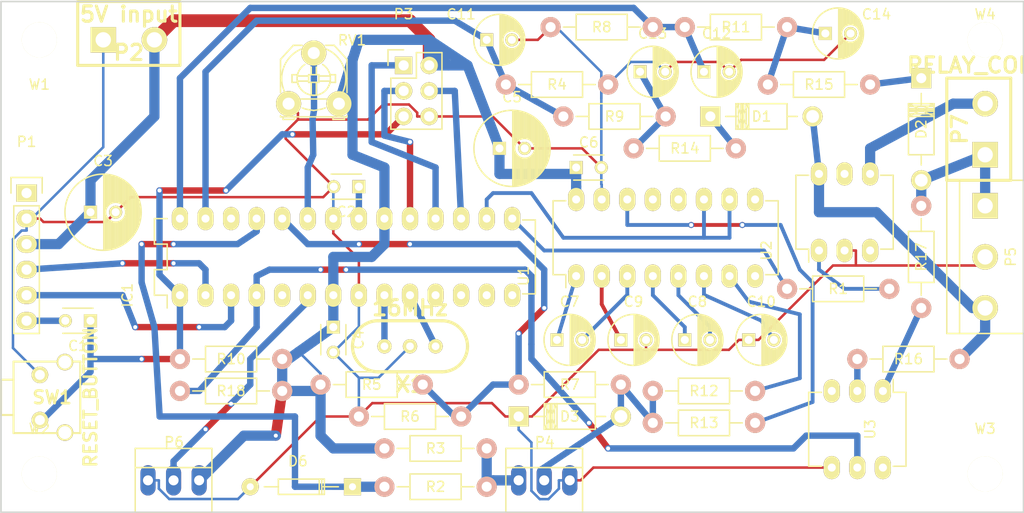
<source format=kicad_pcb>
(kicad_pcb (version 20171130) (host pcbnew "(5.1.12)-1")

  (general
    (thickness 1.6)
    (drawings 4)
    (tracks 351)
    (zones 0)
    (modules 54)
    (nets 56)
  )

  (page A4)
  (layers
    (0 F.Cu signal)
    (31 B.Cu signal)
    (32 B.Adhes user hide)
    (33 F.Adhes user hide)
    (34 B.Paste user hide)
    (35 F.Paste user hide)
    (36 B.SilkS user hide)
    (37 F.SilkS user hide)
    (38 B.Mask user hide)
    (39 F.Mask user hide)
    (40 Dwgs.User user hide)
    (41 Cmts.User user hide)
    (42 Eco1.User user hide)
    (43 Eco2.User user hide)
    (44 Edge.Cuts user)
    (45 Margin user hide)
    (46 B.CrtYd user hide)
    (47 F.CrtYd user hide)
    (48 B.Fab user hide)
    (49 F.Fab user hide)
  )

  (setup
    (last_trace_width 0.25)
    (user_trace_width 0.254)
    (user_trace_width 0.381)
    (user_trace_width 0.635)
    (user_trace_width 1.016)
    (user_trace_width 1.27)
    (user_trace_width 2.54)
    (trace_clearance 0.2)
    (zone_clearance 0.508)
    (zone_45_only no)
    (trace_min 0.2)
    (via_size 0.6)
    (via_drill 0.4)
    (via_min_size 0.4)
    (via_min_drill 0.3)
    (uvia_size 0.3)
    (uvia_drill 0.1)
    (uvias_allowed no)
    (uvia_min_size 0)
    (uvia_min_drill 0)
    (edge_width 0.15)
    (segment_width 0.2)
    (pcb_text_width 0.3)
    (pcb_text_size 1.5 1.5)
    (mod_edge_width 0.15)
    (mod_text_size 1 1)
    (mod_text_width 0.15)
    (pad_size 1.524 1.524)
    (pad_drill 0.762)
    (pad_to_mask_clearance 0.2)
    (aux_axis_origin 0 0)
    (visible_elements 7FFFFFFF)
    (pcbplotparams
      (layerselection 0x00030_80000001)
      (usegerberextensions false)
      (usegerberattributes true)
      (usegerberadvancedattributes true)
      (creategerberjobfile true)
      (excludeedgelayer true)
      (linewidth 0.100000)
      (plotframeref false)
      (viasonmask false)
      (mode 1)
      (useauxorigin false)
      (hpglpennumber 1)
      (hpglpenspeed 20)
      (hpglpendiameter 15.000000)
      (psnegative false)
      (psa4output false)
      (plotreference true)
      (plotvalue true)
      (plotinvisibletext false)
      (padsonsilk false)
      (subtractmaskfromsilk false)
      (outputformat 1)
      (mirror false)
      (drillshape 1)
      (scaleselection 1)
      (outputdirectory ""))
  )

  (net 0 "")
  (net 1 /reset)
  (net 2 "Net-(C1-Pad2)")
  (net 3 "Net-(C2-Pad1)")
  (net 4 GND)
  (net 5 "Net-(D1-Pad2)")
  (net 6 /PILOT)
  (net 7 /PP_READ)
  (net 8 /RX)
  (net 9 /TX)
  (net 10 "Net-(IC1-Pad5)")
  (net 11 "Net-(IC1-Pad9)")
  (net 12 "Net-(IC1-Pad10)")
  (net 13 "Net-(IC1-Pad11)")
  (net 14 "Net-(IC1-Pad13)")
  (net 15 /PWM)
  (net 16 /mosi)
  (net 17 /miso)
  (net 18 /sck)
  (net 19 /PILOTREAD)
  (net 20 "Net-(IC1-Pad26)")
  (net 21 "Net-(P1-Pad1)")
  (net 22 /PP)
  (net 23 "Net-(SW1-Pad4)")
  (net 24 "Net-(SW1-Pad5)")
  (net 25 +5VD)
  (net 26 "Net-(C7-Pad1)")
  (net 27 "Net-(C7-Pad2)")
  (net 28 "Net-(C8-Pad1)")
  (net 29 "Net-(C8-Pad2)")
  (net 30 "Net-(C9-Pad1)")
  (net 31 /AC_SENSE_1)
  (net 32 /AC_SENSE_2)
  (net 33 "Net-(C13-Pad1)")
  (net 34 "Net-(C14-Pad1)")
  (net 35 "Net-(D1-Pad1)")
  (net 36 "Net-(C15-Pad1)")
  (net 37 "Net-(D2-Pad1)")
  (net 38 /AC_ZEROX)
  (net 39 /LED_DATA)
  (net 40 "Net-(IC1-Pad14)")
  (net 41 /RELAY_TRIAC)
  (net 42 /AMP_KNOB)
  (net 43 "Net-(P7-Pad2)")
  (net 44 "Net-(R1-Pad1)")
  (net 45 "Net-(R12-Pad2)")
  (net 46 "Net-(R13-Pad2)")
  (net 47 "Net-(R16-Pad1)")
  (net 48 "Net-(R17-Pad1)")
  (net 49 "Net-(U1-Pad8)")
  (net 50 "Net-(U1-Pad9)")
  (net 51 "Net-(U1-Pad12)")
  (net 52 "Net-(U1-Pad13)")
  (net 53 "Net-(U3-Pad6)")
  (net 54 "Net-(C10-Pad2)")
  (net 55 "Net-(IC1-Pad12)")

  (net_class Default "This is the default net class."
    (clearance 0.2)
    (trace_width 0.25)
    (via_dia 0.6)
    (via_drill 0.4)
    (uvia_dia 0.3)
    (uvia_drill 0.1)
    (add_net +5VD)
    (add_net /AC_SENSE_1)
    (add_net /AC_SENSE_2)
    (add_net /AC_ZEROX)
    (add_net /AMP_KNOB)
    (add_net /LED_DATA)
    (add_net /PILOT)
    (add_net /PILOTREAD)
    (add_net /PP)
    (add_net /PP_READ)
    (add_net /PWM)
    (add_net /RELAY_TRIAC)
    (add_net /RX)
    (add_net /TX)
    (add_net /miso)
    (add_net /mosi)
    (add_net /reset)
    (add_net /sck)
    (add_net GND)
    (add_net "Net-(C1-Pad2)")
    (add_net "Net-(C10-Pad2)")
    (add_net "Net-(C13-Pad1)")
    (add_net "Net-(C14-Pad1)")
    (add_net "Net-(C15-Pad1)")
    (add_net "Net-(C2-Pad1)")
    (add_net "Net-(C7-Pad1)")
    (add_net "Net-(C7-Pad2)")
    (add_net "Net-(C8-Pad1)")
    (add_net "Net-(C8-Pad2)")
    (add_net "Net-(C9-Pad1)")
    (add_net "Net-(D1-Pad1)")
    (add_net "Net-(D1-Pad2)")
    (add_net "Net-(D2-Pad1)")
    (add_net "Net-(IC1-Pad10)")
    (add_net "Net-(IC1-Pad11)")
    (add_net "Net-(IC1-Pad12)")
    (add_net "Net-(IC1-Pad13)")
    (add_net "Net-(IC1-Pad14)")
    (add_net "Net-(IC1-Pad26)")
    (add_net "Net-(IC1-Pad5)")
    (add_net "Net-(IC1-Pad9)")
    (add_net "Net-(P1-Pad1)")
    (add_net "Net-(P7-Pad2)")
    (add_net "Net-(R1-Pad1)")
    (add_net "Net-(R12-Pad2)")
    (add_net "Net-(R13-Pad2)")
    (add_net "Net-(R16-Pad1)")
    (add_net "Net-(R17-Pad1)")
    (add_net "Net-(SW1-Pad4)")
    (add_net "Net-(SW1-Pad5)")
    (add_net "Net-(U1-Pad12)")
    (add_net "Net-(U1-Pad13)")
    (add_net "Net-(U1-Pad8)")
    (add_net "Net-(U1-Pad9)")
    (add_net "Net-(U3-Pad6)")
  )

  (module wishparts:Resistor_Horizontal_RM10mm_refdes_in_box placed (layer F.Cu) (tedit 5726FFA4) (tstamp 5726F237)
    (at 91.44 36.83 180)
    (descr "Resistor, Axial,  RM 10mm, 1/3W")
    (tags "Resistor Axial RM 10mm 1/3W")
    (path /572685CB)
    (fp_text reference R9 (at 5.08 0 180) (layer F.SilkS)
      (effects (font (size 1 1) (thickness 0.15)))
    )
    (fp_text value 2550 (at 5.08 3.81 180) (layer F.Fab)
      (effects (font (size 1 1) (thickness 0.15)))
    )
    (fp_line (start -1.25 -1.5) (end 11.4 -1.5) (layer F.CrtYd) (width 0.05))
    (fp_line (start -1.25 1.5) (end -1.25 -1.5) (layer F.CrtYd) (width 0.05))
    (fp_line (start 11.4 -1.5) (end 11.4 1.5) (layer F.CrtYd) (width 0.05))
    (fp_line (start -1.25 1.5) (end 11.4 1.5) (layer F.CrtYd) (width 0.05))
    (fp_line (start 2.54 -1.27) (end 7.62 -1.27) (layer F.SilkS) (width 0.15))
    (fp_line (start 7.62 -1.27) (end 7.62 1.27) (layer F.SilkS) (width 0.15))
    (fp_line (start 7.62 1.27) (end 2.54 1.27) (layer F.SilkS) (width 0.15))
    (fp_line (start 2.54 1.27) (end 2.54 -1.27) (layer F.SilkS) (width 0.15))
    (fp_line (start 2.54 0) (end 1.27 0) (layer F.SilkS) (width 0.15))
    (fp_line (start 7.62 0) (end 8.89 0) (layer F.SilkS) (width 0.15))
    (pad 1 thru_hole circle (at 0 0 180) (size 1.99898 1.99898) (drill 1.00076) (layers *.Cu *.SilkS *.Mask)
      (net 33 "Net-(C13-Pad1)"))
    (pad 2 thru_hole circle (at 10.16 0 180) (size 1.99898 1.99898) (drill 1.00076) (layers *.Cu *.SilkS *.Mask)
      (net 31 /AC_SENSE_1))
    (model Resistors_ThroughHole.3dshapes/Resistor_Horizontal_RM10mm.wrl
      (offset (xyz 5.079999923706055 0 0))
      (scale (xyz 0.4 0.4 0.4))
      (rotate (xyz 0 0 0))
    )
  )

  (module battery-dlg:CCFLHV locked (layer F.Cu) (tedit 57270508) (tstamp 5715E2C3)
    (at 38.1 29.21)
    (descr "Bornier d'alimentation 2 pins")
    (tags DEV)
    (path /5715BE40)
    (fp_text reference P2 (at 0 1.27) (layer F.SilkS)
      (effects (font (size 1.524 1.524) (thickness 0.3048)))
    )
    (fp_text value "5V input" (at 0 -2.54) (layer F.SilkS)
      (effects (font (size 1.524 1.524) (thickness 0.3048)))
    )
    (fp_line (start 5.08 2.54) (end -5.08 2.54) (layer F.SilkS) (width 0.3048))
    (fp_line (start 5.08 2.54) (end 5.08 -3.81) (layer F.SilkS) (width 0.3048))
    (fp_line (start 5.08 -3.81) (end -5.08 -3.81) (layer F.SilkS) (width 0.3048))
    (fp_line (start -5.08 -3.81) (end -5.08 2.54) (layer F.SilkS) (width 0.3048))
    (pad 1 thru_hole rect (at -2.54 0) (size 2.54 2.54) (drill 1.524) (layers *.Cu *.Mask F.SilkS)
      (net 4 GND))
    (pad 2 thru_hole circle (at 2.54 0) (size 2.54 2.54) (drill 1.524) (layers *.Cu *.Mask F.SilkS)
      (net 25 +5VD))
    (model device/bornier_2.wrl
      (at (xyz 0 0 0))
      (scale (xyz 1 1 1))
      (rotate (xyz 0 0 0))
    )
  )

  (module Connect:bornier3 placed (layer F.Cu) (tedit 572704F4) (tstamp 5726F213)
    (at 123.19 50.8 270)
    (descr "Bornier d'alimentation 3 pins")
    (tags DEV)
    (path /572721D7)
    (fp_text reference P5 (at 0 -2.54 270) (layer F.SilkS)
      (effects (font (size 1 1) (thickness 0.15)))
    )
    (fp_text value AC_GND_AC (at 0 5.08 270) (layer F.Fab)
      (effects (font (size 1 1) (thickness 0.15)))
    )
    (fp_line (start -7.62 3.81) (end -7.62 -3.81) (layer F.SilkS) (width 0.15))
    (fp_line (start 7.62 3.81) (end 7.62 -3.81) (layer F.SilkS) (width 0.15))
    (fp_line (start -7.62 2.54) (end 7.62 2.54) (layer F.SilkS) (width 0.15))
    (fp_line (start -7.62 -3.81) (end 7.62 -3.81) (layer F.SilkS) (width 0.15))
    (fp_line (start -7.62 3.81) (end 7.62 3.81) (layer F.SilkS) (width 0.15))
    (pad 1 thru_hole rect (at -5.08 0 270) (size 2.54 2.54) (drill 1.524) (layers *.Cu *.Mask F.SilkS)
      (net 36 "Net-(C15-Pad1)"))
    (pad 2 thru_hole circle (at 0 0 270) (size 2.54 2.54) (drill 1.524) (layers *.Cu *.Mask F.SilkS)
      (net 4 GND))
    (pad 3 thru_hole circle (at 5.08 0 270) (size 2.54 2.54) (drill 1.524) (layers *.Cu *.Mask F.SilkS)
      (net 5 "Net-(D1-Pad2)"))
    (model Connect.3dshapes/bornier3.wrl
      (at (xyz 0 0 0))
      (scale (xyz 1 1 1))
      (rotate (xyz 0 0 0))
    )
  )

  (module Housings_DIP:DIP-6_W7.62mm_LongPads placed (layer F.Cu) (tedit 5727045A) (tstamp 5726F294)
    (at 113.03 64.135 270)
    (descr "6-lead dip package, row spacing 7.62 mm (300 mils), longer pads")
    (tags "dil dip 2.54 300")
    (path /5726ECAB)
    (fp_text reference U3 (at 3.81 1.27 270) (layer F.SilkS)
      (effects (font (size 1 1) (thickness 0.15)))
    )
    (fp_text value H11AA (at 0 -3.72 270) (layer F.Fab)
      (effects (font (size 1 1) (thickness 0.15)))
    )
    (fp_line (start -1.4 -2.45) (end -1.4 7.55) (layer F.CrtYd) (width 0.05))
    (fp_line (start 9 -2.45) (end 9 7.55) (layer F.CrtYd) (width 0.05))
    (fp_line (start -1.4 -2.45) (end 9 -2.45) (layer F.CrtYd) (width 0.05))
    (fp_line (start -1.4 7.55) (end 9 7.55) (layer F.CrtYd) (width 0.05))
    (fp_line (start 0.135 -2.295) (end 0.135 -1.025) (layer F.SilkS) (width 0.15))
    (fp_line (start 7.485 -2.295) (end 7.485 -1.025) (layer F.SilkS) (width 0.15))
    (fp_line (start 7.485 7.375) (end 7.485 6.105) (layer F.SilkS) (width 0.15))
    (fp_line (start 0.135 7.375) (end 0.135 6.105) (layer F.SilkS) (width 0.15))
    (fp_line (start 0.135 -2.295) (end 7.485 -2.295) (layer F.SilkS) (width 0.15))
    (fp_line (start 0.135 7.375) (end 7.485 7.375) (layer F.SilkS) (width 0.15))
    (fp_line (start 0.135 -1.025) (end -1.15 -1.025) (layer F.SilkS) (width 0.15))
    (pad 1 thru_hole oval (at 0 0 270) (size 2.3 1.6) (drill 0.8) (layers *.Cu *.Mask F.SilkS)
      (net 48 "Net-(R17-Pad1)"))
    (pad 2 thru_hole oval (at 0 2.54 270) (size 2.3 1.6) (drill 0.8) (layers *.Cu *.Mask F.SilkS)
      (net 47 "Net-(R16-Pad1)"))
    (pad 3 thru_hole oval (at 0 5.08 270) (size 2.3 1.6) (drill 0.8) (layers *.Cu *.Mask F.SilkS))
    (pad 4 thru_hole oval (at 7.62 5.08 270) (size 2.3 1.6) (drill 0.8) (layers *.Cu *.Mask F.SilkS)
      (net 4 GND))
    (pad 5 thru_hole oval (at 7.62 2.54 270) (size 2.3 1.6) (drill 0.8) (layers *.Cu *.Mask F.SilkS)
      (net 38 /AC_ZEROX))
    (pad 6 thru_hole oval (at 7.62 0 270) (size 2.3 1.6) (drill 0.8) (layers *.Cu *.Mask F.SilkS)
      (net 53 "Net-(U3-Pad6)"))
    (model Housings_DIP.3dshapes/DIP-6_W7.62mm_LongPads.wrl
      (at (xyz 0 0 0))
      (scale (xyz 1 1 1))
      (rotate (xyz 0 0 0))
    )
  )

  (module battery-dlg:CCFLHV placed (layer F.Cu) (tedit 572703F4) (tstamp 5726F225)
    (at 123.19 38.1 90)
    (descr "Bornier d'alimentation 2 pins")
    (tags DEV)
    (path /571B011E)
    (fp_text reference P7 (at 0 -2.54 90) (layer F.SilkS)
      (effects (font (size 1.524 1.524) (thickness 0.3048)))
    )
    (fp_text value RELAY_COIL (at 6.36016 -1.23952 180) (layer F.SilkS)
      (effects (font (size 1.524 1.524) (thickness 0.3048)))
    )
    (fp_line (start 5.08 2.54) (end -5.08 2.54) (layer F.SilkS) (width 0.3048))
    (fp_line (start 5.08 2.54) (end 5.08 -3.81) (layer F.SilkS) (width 0.3048))
    (fp_line (start 5.08 -3.81) (end -5.08 -3.81) (layer F.SilkS) (width 0.3048))
    (fp_line (start -5.08 -3.81) (end -5.08 2.54) (layer F.SilkS) (width 0.3048))
    (pad 1 thru_hole rect (at -2.54 0 90) (size 2.54 2.54) (drill 1.524) (layers *.Cu *.Mask F.SilkS)
      (net 36 "Net-(C15-Pad1)"))
    (pad 2 thru_hole circle (at 2.54 0 90) (size 2.54 2.54) (drill 1.524) (layers *.Cu *.Mask F.SilkS)
      (net 43 "Net-(P7-Pad2)"))
    (model device/bornier_2.wrl
      (at (xyz 0 0 0))
      (scale (xyz 1 1 1))
      (rotate (xyz 0 0 0))
    )
  )

  (module Capacitors_ThroughHole:C_Radial_D7.5_L11.2_P2.5 placed (layer F.Cu) (tedit 0) (tstamp 5)
    (at 34.29 46.355)
    (descr "Radial Electrolytic Capacitor Diameter 7.5mm x Length 11.2mm, Pitch 2.5mm")
    (tags "Electrolytic Capacitor")
    (path /5715A88F)
    (fp_text reference C3 (at 1.25 -5.1) (layer F.SilkS)
      (effects (font (size 1 1) (thickness 0.15)))
    )
    (fp_text value 100uF (at 1.25 5.1) (layer F.Fab)
      (effects (font (size 1 1) (thickness 0.15)))
    )
    (fp_line (start 1.325 -3.749) (end 1.325 3.749) (layer F.SilkS) (width 0.15))
    (fp_line (start 1.465 -3.744) (end 1.465 3.744) (layer F.SilkS) (width 0.15))
    (fp_line (start 1.605 -3.733) (end 1.605 -0.446) (layer F.SilkS) (width 0.15))
    (fp_line (start 1.605 0.446) (end 1.605 3.733) (layer F.SilkS) (width 0.15))
    (fp_line (start 1.745 -3.717) (end 1.745 -0.656) (layer F.SilkS) (width 0.15))
    (fp_line (start 1.745 0.656) (end 1.745 3.717) (layer F.SilkS) (width 0.15))
    (fp_line (start 1.885 -3.696) (end 1.885 -0.789) (layer F.SilkS) (width 0.15))
    (fp_line (start 1.885 0.789) (end 1.885 3.696) (layer F.SilkS) (width 0.15))
    (fp_line (start 2.025 -3.669) (end 2.025 -0.88) (layer F.SilkS) (width 0.15))
    (fp_line (start 2.025 0.88) (end 2.025 3.669) (layer F.SilkS) (width 0.15))
    (fp_line (start 2.165 -3.637) (end 2.165 -0.942) (layer F.SilkS) (width 0.15))
    (fp_line (start 2.165 0.942) (end 2.165 3.637) (layer F.SilkS) (width 0.15))
    (fp_line (start 2.305 -3.599) (end 2.305 -0.981) (layer F.SilkS) (width 0.15))
    (fp_line (start 2.305 0.981) (end 2.305 3.599) (layer F.SilkS) (width 0.15))
    (fp_line (start 2.445 -3.555) (end 2.445 -0.998) (layer F.SilkS) (width 0.15))
    (fp_line (start 2.445 0.998) (end 2.445 3.555) (layer F.SilkS) (width 0.15))
    (fp_line (start 2.585 -3.504) (end 2.585 -0.996) (layer F.SilkS) (width 0.15))
    (fp_line (start 2.585 0.996) (end 2.585 3.504) (layer F.SilkS) (width 0.15))
    (fp_line (start 2.725 -3.448) (end 2.725 -0.974) (layer F.SilkS) (width 0.15))
    (fp_line (start 2.725 0.974) (end 2.725 3.448) (layer F.SilkS) (width 0.15))
    (fp_line (start 2.865 -3.384) (end 2.865 -0.931) (layer F.SilkS) (width 0.15))
    (fp_line (start 2.865 0.931) (end 2.865 3.384) (layer F.SilkS) (width 0.15))
    (fp_line (start 3.005 -3.314) (end 3.005 -0.863) (layer F.SilkS) (width 0.15))
    (fp_line (start 3.005 0.863) (end 3.005 3.314) (layer F.SilkS) (width 0.15))
    (fp_line (start 3.145 -3.236) (end 3.145 -0.764) (layer F.SilkS) (width 0.15))
    (fp_line (start 3.145 0.764) (end 3.145 3.236) (layer F.SilkS) (width 0.15))
    (fp_line (start 3.285 -3.15) (end 3.285 -0.619) (layer F.SilkS) (width 0.15))
    (fp_line (start 3.285 0.619) (end 3.285 3.15) (layer F.SilkS) (width 0.15))
    (fp_line (start 3.425 -3.055) (end 3.425 -0.38) (layer F.SilkS) (width 0.15))
    (fp_line (start 3.425 0.38) (end 3.425 3.055) (layer F.SilkS) (width 0.15))
    (fp_line (start 3.565 -2.95) (end 3.565 2.95) (layer F.SilkS) (width 0.15))
    (fp_line (start 3.705 -2.835) (end 3.705 2.835) (layer F.SilkS) (width 0.15))
    (fp_line (start 3.845 -2.707) (end 3.845 2.707) (layer F.SilkS) (width 0.15))
    (fp_line (start 3.985 -2.566) (end 3.985 2.566) (layer F.SilkS) (width 0.15))
    (fp_line (start 4.125 -2.408) (end 4.125 2.408) (layer F.SilkS) (width 0.15))
    (fp_line (start 4.265 -2.23) (end 4.265 2.23) (layer F.SilkS) (width 0.15))
    (fp_line (start 4.405 -2.027) (end 4.405 2.027) (layer F.SilkS) (width 0.15))
    (fp_line (start 4.545 -1.79) (end 4.545 1.79) (layer F.SilkS) (width 0.15))
    (fp_line (start 4.685 -1.504) (end 4.685 1.504) (layer F.SilkS) (width 0.15))
    (fp_line (start 4.825 -1.132) (end 4.825 1.132) (layer F.SilkS) (width 0.15))
    (fp_line (start 4.965 -0.511) (end 4.965 0.511) (layer F.SilkS) (width 0.15))
    (fp_circle (center 2.5 0) (end 2.5 -1) (layer F.SilkS) (width 0.15))
    (fp_circle (center 1.25 0) (end 1.25 -3.7875) (layer F.SilkS) (width 0.15))
    (fp_circle (center 1.25 0) (end 1.25 -4.1) (layer F.CrtYd) (width 0.05))
    (pad 2 thru_hole circle (at 2.5 0) (size 1.3 1.3) (drill 0.8) (layers *.Cu *.Mask F.SilkS)
      (net 4 GND))
    (pad 1 thru_hole rect (at 0 0) (size 1.3 1.3) (drill 0.8) (layers *.Cu *.Mask F.SilkS)
      (net 25 +5VD))
    (model Capacitors_ThroughHole.3dshapes/C_Radial_D7.5_L11.2_P2.5.wrl
      (at (xyz 0 0 0))
      (scale (xyz 1 1 1))
      (rotate (xyz 0 0 0))
    )
  )

  (module Capacitors_ThroughHole:C_Radial_D7.5_L11.2_P2.5 placed (layer F.Cu) (tedit 0) (tstamp 5)
    (at 74.93 40.005)
    (descr "Radial Electrolytic Capacitor Diameter 7.5mm x Length 11.2mm, Pitch 2.5mm")
    (tags "Electrolytic Capacitor")
    (path /571574A0)
    (fp_text reference C5 (at 1.25 -5.1) (layer F.SilkS)
      (effects (font (size 1 1) (thickness 0.15)))
    )
    (fp_text value 100uF (at 1.25 5.1) (layer F.Fab)
      (effects (font (size 1 1) (thickness 0.15)))
    )
    (fp_line (start 1.325 -3.749) (end 1.325 3.749) (layer F.SilkS) (width 0.15))
    (fp_line (start 1.465 -3.744) (end 1.465 3.744) (layer F.SilkS) (width 0.15))
    (fp_line (start 1.605 -3.733) (end 1.605 -0.446) (layer F.SilkS) (width 0.15))
    (fp_line (start 1.605 0.446) (end 1.605 3.733) (layer F.SilkS) (width 0.15))
    (fp_line (start 1.745 -3.717) (end 1.745 -0.656) (layer F.SilkS) (width 0.15))
    (fp_line (start 1.745 0.656) (end 1.745 3.717) (layer F.SilkS) (width 0.15))
    (fp_line (start 1.885 -3.696) (end 1.885 -0.789) (layer F.SilkS) (width 0.15))
    (fp_line (start 1.885 0.789) (end 1.885 3.696) (layer F.SilkS) (width 0.15))
    (fp_line (start 2.025 -3.669) (end 2.025 -0.88) (layer F.SilkS) (width 0.15))
    (fp_line (start 2.025 0.88) (end 2.025 3.669) (layer F.SilkS) (width 0.15))
    (fp_line (start 2.165 -3.637) (end 2.165 -0.942) (layer F.SilkS) (width 0.15))
    (fp_line (start 2.165 0.942) (end 2.165 3.637) (layer F.SilkS) (width 0.15))
    (fp_line (start 2.305 -3.599) (end 2.305 -0.981) (layer F.SilkS) (width 0.15))
    (fp_line (start 2.305 0.981) (end 2.305 3.599) (layer F.SilkS) (width 0.15))
    (fp_line (start 2.445 -3.555) (end 2.445 -0.998) (layer F.SilkS) (width 0.15))
    (fp_line (start 2.445 0.998) (end 2.445 3.555) (layer F.SilkS) (width 0.15))
    (fp_line (start 2.585 -3.504) (end 2.585 -0.996) (layer F.SilkS) (width 0.15))
    (fp_line (start 2.585 0.996) (end 2.585 3.504) (layer F.SilkS) (width 0.15))
    (fp_line (start 2.725 -3.448) (end 2.725 -0.974) (layer F.SilkS) (width 0.15))
    (fp_line (start 2.725 0.974) (end 2.725 3.448) (layer F.SilkS) (width 0.15))
    (fp_line (start 2.865 -3.384) (end 2.865 -0.931) (layer F.SilkS) (width 0.15))
    (fp_line (start 2.865 0.931) (end 2.865 3.384) (layer F.SilkS) (width 0.15))
    (fp_line (start 3.005 -3.314) (end 3.005 -0.863) (layer F.SilkS) (width 0.15))
    (fp_line (start 3.005 0.863) (end 3.005 3.314) (layer F.SilkS) (width 0.15))
    (fp_line (start 3.145 -3.236) (end 3.145 -0.764) (layer F.SilkS) (width 0.15))
    (fp_line (start 3.145 0.764) (end 3.145 3.236) (layer F.SilkS) (width 0.15))
    (fp_line (start 3.285 -3.15) (end 3.285 -0.619) (layer F.SilkS) (width 0.15))
    (fp_line (start 3.285 0.619) (end 3.285 3.15) (layer F.SilkS) (width 0.15))
    (fp_line (start 3.425 -3.055) (end 3.425 -0.38) (layer F.SilkS) (width 0.15))
    (fp_line (start 3.425 0.38) (end 3.425 3.055) (layer F.SilkS) (width 0.15))
    (fp_line (start 3.565 -2.95) (end 3.565 2.95) (layer F.SilkS) (width 0.15))
    (fp_line (start 3.705 -2.835) (end 3.705 2.835) (layer F.SilkS) (width 0.15))
    (fp_line (start 3.845 -2.707) (end 3.845 2.707) (layer F.SilkS) (width 0.15))
    (fp_line (start 3.985 -2.566) (end 3.985 2.566) (layer F.SilkS) (width 0.15))
    (fp_line (start 4.125 -2.408) (end 4.125 2.408) (layer F.SilkS) (width 0.15))
    (fp_line (start 4.265 -2.23) (end 4.265 2.23) (layer F.SilkS) (width 0.15))
    (fp_line (start 4.405 -2.027) (end 4.405 2.027) (layer F.SilkS) (width 0.15))
    (fp_line (start 4.545 -1.79) (end 4.545 1.79) (layer F.SilkS) (width 0.15))
    (fp_line (start 4.685 -1.504) (end 4.685 1.504) (layer F.SilkS) (width 0.15))
    (fp_line (start 4.825 -1.132) (end 4.825 1.132) (layer F.SilkS) (width 0.15))
    (fp_line (start 4.965 -0.511) (end 4.965 0.511) (layer F.SilkS) (width 0.15))
    (fp_circle (center 2.5 0) (end 2.5 -1) (layer F.SilkS) (width 0.15))
    (fp_circle (center 1.25 0) (end 1.25 -3.7875) (layer F.SilkS) (width 0.15))
    (fp_circle (center 1.25 0) (end 1.25 -4.1) (layer F.CrtYd) (width 0.05))
    (pad 2 thru_hole circle (at 2.5 0) (size 1.3 1.3) (drill 0.8) (layers *.Cu *.Mask F.SilkS)
      (net 4 GND))
    (pad 1 thru_hole rect (at 0 0) (size 1.3 1.3) (drill 0.8) (layers *.Cu *.Mask F.SilkS)
      (net 25 +5VD))
    (model Capacitors_ThroughHole.3dshapes/C_Radial_D7.5_L11.2_P2.5.wrl
      (at (xyz 0 0 0))
      (scale (xyz 1 1 1))
      (rotate (xyz 0 0 0))
    )
  )

  (module Diodes_ThroughHole:Diode_DO-35_SOD27_Horizontal_RM10 placed (layer F.Cu) (tedit 552FFC30) (tstamp 5)
    (at 60.325 73.66 180)
    (descr "Diode, DO-35,  SOD27, Horizontal, RM 10mm")
    (tags "Diode, DO-35, SOD27, Horizontal, RM 10mm, 1N4148,")
    (path /5715948C)
    (fp_text reference D6 (at 5.43052 2.53746 180) (layer F.SilkS)
      (effects (font (size 1 1) (thickness 0.15)))
    )
    (fp_text value 1N4148 (at 4.41452 -3.55854 180) (layer F.Fab)
      (effects (font (size 1 1) (thickness 0.15)))
    )
    (fp_line (start 7.36652 -0.00254) (end 8.76352 -0.00254) (layer F.SilkS) (width 0.15))
    (fp_line (start 2.92152 -0.00254) (end 1.39752 -0.00254) (layer F.SilkS) (width 0.15))
    (fp_line (start 3.30252 -0.76454) (end 3.30252 0.75946) (layer F.SilkS) (width 0.15))
    (fp_line (start 3.04852 -0.76454) (end 3.04852 0.75946) (layer F.SilkS) (width 0.15))
    (fp_line (start 2.79452 -0.00254) (end 2.79452 0.75946) (layer F.SilkS) (width 0.15))
    (fp_line (start 2.79452 0.75946) (end 7.36652 0.75946) (layer F.SilkS) (width 0.15))
    (fp_line (start 7.36652 0.75946) (end 7.36652 -0.76454) (layer F.SilkS) (width 0.15))
    (fp_line (start 7.36652 -0.76454) (end 2.79452 -0.76454) (layer F.SilkS) (width 0.15))
    (fp_line (start 2.79452 -0.76454) (end 2.79452 -0.00254) (layer F.SilkS) (width 0.15))
    (pad 2 thru_hole circle (at 10.16052 -0.00254) (size 1.69926 1.69926) (drill 0.70104) (layers *.Cu *.Mask F.SilkS)
      (net 4 GND))
    (pad 1 thru_hole rect (at 0.00052 -0.00254) (size 1.69926 1.69926) (drill 0.70104) (layers *.Cu *.Mask F.SilkS)
      (net 7 /PP_READ))
    (model Diodes_ThroughHole.3dshapes/Diode_DO-35_SOD27_Horizontal_RM10.wrl
      (offset (xyz 5.079999923706055 0 0))
      (scale (xyz 0.4 0.4 0.4))
      (rotate (xyz 0 0 180))
    )
  )

  (module Pin_Headers:Pin_Header_Straight_1x06 locked (layer F.Cu) (tedit 0) (tstamp 5715E2BD)
    (at 27.94 44.45)
    (descr "Through hole pin header")
    (tags "pin header")
    (path /5715784B)
    (fp_text reference P1 (at 0 -5.1) (layer F.SilkS)
      (effects (font (size 1 1) (thickness 0.15)))
    )
    (fp_text value SERIAL (at 0 -3.1) (layer F.Fab)
      (effects (font (size 1 1) (thickness 0.15)))
    )
    (fp_line (start -1.75 -1.75) (end -1.75 14.45) (layer F.CrtYd) (width 0.05))
    (fp_line (start 1.75 -1.75) (end 1.75 14.45) (layer F.CrtYd) (width 0.05))
    (fp_line (start -1.75 -1.75) (end 1.75 -1.75) (layer F.CrtYd) (width 0.05))
    (fp_line (start -1.75 14.45) (end 1.75 14.45) (layer F.CrtYd) (width 0.05))
    (fp_line (start 1.27 1.27) (end 1.27 13.97) (layer F.SilkS) (width 0.15))
    (fp_line (start 1.27 13.97) (end -1.27 13.97) (layer F.SilkS) (width 0.15))
    (fp_line (start -1.27 13.97) (end -1.27 1.27) (layer F.SilkS) (width 0.15))
    (fp_line (start 1.55 -1.55) (end 1.55 0) (layer F.SilkS) (width 0.15))
    (fp_line (start 1.27 1.27) (end -1.27 1.27) (layer F.SilkS) (width 0.15))
    (fp_line (start -1.55 0) (end -1.55 -1.55) (layer F.SilkS) (width 0.15))
    (fp_line (start -1.55 -1.55) (end 1.55 -1.55) (layer F.SilkS) (width 0.15))
    (pad 1 thru_hole rect (at 0 0) (size 2.032 1.7272) (drill 1.016) (layers *.Cu *.Mask F.SilkS)
      (net 21 "Net-(P1-Pad1)"))
    (pad 2 thru_hole oval (at 0 2.54) (size 2.032 1.7272) (drill 1.016) (layers *.Cu *.Mask F.SilkS)
      (net 4 GND))
    (pad 3 thru_hole oval (at 0 5.08) (size 2.032 1.7272) (drill 1.016) (layers *.Cu *.Mask F.SilkS)
      (net 25 +5VD))
    (pad 4 thru_hole oval (at 0 7.62) (size 2.032 1.7272) (drill 1.016) (layers *.Cu *.Mask F.SilkS)
      (net 8 /RX))
    (pad 5 thru_hole oval (at 0 10.16) (size 2.032 1.7272) (drill 1.016) (layers *.Cu *.Mask F.SilkS)
      (net 9 /TX))
    (pad 6 thru_hole oval (at 0 12.7) (size 2.032 1.7272) (drill 1.016) (layers *.Cu *.Mask F.SilkS)
      (net 2 "Net-(C1-Pad2)"))
    (model Pin_Headers.3dshapes/Pin_Header_Straight_1x06.wrl
      (offset (xyz 0 -6.349999904632568 0))
      (scale (xyz 1 1 1))
      (rotate (xyz 0 0 90))
    )
  )

  (module Pin_Headers:Pin_Header_Straight_2x03 placed (layer F.Cu) (tedit 54EA0A4B) (tstamp 5715E2CD)
    (at 65.405 31.75)
    (descr "Through hole pin header")
    (tags "pin header")
    (path /57157DFA)
    (fp_text reference P3 (at 0 -5.1) (layer F.SilkS)
      (effects (font (size 1 1) (thickness 0.15)))
    )
    (fp_text value ICSP (at 0 -3.1) (layer F.Fab)
      (effects (font (size 1 1) (thickness 0.15)))
    )
    (fp_line (start -1.27 1.27) (end -1.27 6.35) (layer F.SilkS) (width 0.15))
    (fp_line (start -1.55 -1.55) (end 0 -1.55) (layer F.SilkS) (width 0.15))
    (fp_line (start -1.75 -1.75) (end -1.75 6.85) (layer F.CrtYd) (width 0.05))
    (fp_line (start 4.3 -1.75) (end 4.3 6.85) (layer F.CrtYd) (width 0.05))
    (fp_line (start -1.75 -1.75) (end 4.3 -1.75) (layer F.CrtYd) (width 0.05))
    (fp_line (start -1.75 6.85) (end 4.3 6.85) (layer F.CrtYd) (width 0.05))
    (fp_line (start 1.27 -1.27) (end 1.27 1.27) (layer F.SilkS) (width 0.15))
    (fp_line (start 1.27 1.27) (end -1.27 1.27) (layer F.SilkS) (width 0.15))
    (fp_line (start -1.27 6.35) (end 3.81 6.35) (layer F.SilkS) (width 0.15))
    (fp_line (start 3.81 6.35) (end 3.81 1.27) (layer F.SilkS) (width 0.15))
    (fp_line (start -1.55 -1.55) (end -1.55 0) (layer F.SilkS) (width 0.15))
    (fp_line (start 3.81 -1.27) (end 1.27 -1.27) (layer F.SilkS) (width 0.15))
    (fp_line (start 3.81 1.27) (end 3.81 -1.27) (layer F.SilkS) (width 0.15))
    (pad 1 thru_hole rect (at 0 0) (size 1.7272 1.7272) (drill 1.016) (layers *.Cu *.Mask F.SilkS)
      (net 17 /miso))
    (pad 2 thru_hole oval (at 2.54 0) (size 1.7272 1.7272) (drill 1.016) (layers *.Cu *.Mask F.SilkS)
      (net 25 +5VD))
    (pad 3 thru_hole oval (at 0 2.54) (size 1.7272 1.7272) (drill 1.016) (layers *.Cu *.Mask F.SilkS)
      (net 18 /sck))
    (pad 4 thru_hole oval (at 2.54 2.54) (size 1.7272 1.7272) (drill 1.016) (layers *.Cu *.Mask F.SilkS)
      (net 16 /mosi))
    (pad 5 thru_hole oval (at 0 5.08) (size 1.7272 1.7272) (drill 1.016) (layers *.Cu *.Mask F.SilkS)
      (net 1 /reset))
    (pad 6 thru_hole oval (at 2.54 5.08) (size 1.7272 1.7272) (drill 1.016) (layers *.Cu *.Mask F.SilkS)
      (net 4 GND))
    (model Pin_Headers.3dshapes/Pin_Header_Straight_2x03.wrl
      (offset (xyz 1.269999980926514 -2.539999961853027 0))
      (scale (xyz 1 1 1))
      (rotate (xyz 0 0 90))
    )
  )

  (module Connect:PINHEAD1-3 (layer F.Cu) (tedit 0) (tstamp 5715E2D4)
    (at 79.375 73.025)
    (path /571582B3)
    (attr virtual)
    (fp_text reference P4 (at 0.05 -3.8) (layer F.SilkS)
      (effects (font (size 1 1) (thickness 0.15)))
    )
    (fp_text value Pilot (at 0 3.81) (layer F.Fab)
      (effects (font (size 1 1) (thickness 0.15)))
    )
    (fp_line (start -3.81 -3.175) (end -3.81 3.175) (layer F.SilkS) (width 0.15))
    (fp_line (start 3.81 -3.175) (end 3.81 3.175) (layer F.SilkS) (width 0.15))
    (fp_line (start 3.81 -1.27) (end -3.81 -1.27) (layer F.SilkS) (width 0.15))
    (fp_line (start -3.81 -3.175) (end 3.81 -3.175) (layer F.SilkS) (width 0.15))
    (fp_line (start 3.81 3.175) (end -3.81 3.175) (layer F.SilkS) (width 0.15))
    (pad 1 thru_hole oval (at -2.54 0) (size 1.50622 3.01498) (drill 0.99822) (layers *.Cu *.Mask)
      (net 22 /PP))
    (pad 2 thru_hole oval (at 0 0) (size 1.50622 3.01498) (drill 0.99822) (layers *.Cu *.Mask)
      (net 6 /PILOT))
    (pad 3 thru_hole oval (at 2.54 0) (size 1.50622 3.01498) (drill 0.99822) (layers *.Cu *.Mask)
      (net 4 GND))
  )

  (module battery-dlg:SW-1825027-5 locked (layer F.Cu) (tedit 5716E4E5) (tstamp 0)
    (at 31.75 64.77 180)
    (descr "Bouton poussoir")
    (tags "SWITCH DEV")
    (path /57157622)
    (autoplace_cost180 10)
    (fp_text reference SW1 (at 1.27 0 180) (layer F.SilkS)
      (effects (font (size 1.27 1.27) (thickness 0.254)))
    )
    (fp_text value RESET_BUTTON (at -2.54 0 270) (layer F.SilkS)
      (effects (font (size 1.27 1.27) (thickness 0.254)))
    )
    (fp_line (start 5.1054 1.7526) (end 6.35 1.7526) (layer F.SilkS) (width 0.2032))
    (fp_line (start 5.1054 -1.7526) (end 6.35 -1.7526) (layer F.SilkS) (width 0.2032))
    (fp_line (start 5.1054 -3.556) (end 5.1054 3.556) (layer F.SilkS) (width 0.2032))
    (fp_line (start 6.35 -1.7526) (end 6.35 1.7526) (layer F.SilkS) (width 0.2032))
    (fp_line (start 5.1054 3.556) (end -1.524 3.556) (layer F.SilkS) (width 0.2032))
    (fp_line (start -1.524 3.556) (end -1.524 -3.556) (layer F.SilkS) (width 0.2032))
    (fp_line (start -1.524 -3.556) (end 5.1054 -3.556) (layer F.SilkS) (width 0.2032))
    (pad 1 thru_hole circle (at 2.4892 -2.2606 180) (size 1.651 1.651) (drill 0.9906) (layers *.Cu *.Mask F.SilkS)
      (net 1 /reset))
    (pad 2 thru_hole circle (at 2.4892 2.2352 180) (size 1.651 1.651) (drill 0.9906) (layers *.Cu *.Mask F.SilkS)
      (net 4 GND))
    (pad 4 thru_hole circle (at 0 -3.5052 180) (size 1.651 1.651) (drill 1.2954) (layers *.Cu *.Mask F.SilkS)
      (net 23 "Net-(SW1-Pad4)"))
    (pad 5 thru_hole circle (at 0 3.5052 180) (size 1.651 1.651) (drill 1.2954) (layers *.Cu *.Mask F.SilkS)
      (net 24 "Net-(SW1-Pad5)"))
    (model device/switch_push.wrl
      (at (xyz 0 0 0))
      (scale (xyz 1 1 1))
      (rotate (xyz 0 0 0))
    )
  )

  (module battery-dlg:HC-49V-OR-RESONATOR (layer F.Cu) (tedit 50A1A04F) (tstamp 0)
    (at 66.04 59.69 180)
    (descr "Quartz boitier HC-49 Vertical")
    (tags "QUARTZ DEV")
    (path /571573AA)
    (autoplace_cost180 10)
    (fp_text reference X1 (at 0 -3.81 180) (layer F.SilkS)
      (effects (font (size 1.524 1.524) (thickness 0.3048)))
    )
    (fp_text value 16MHz (at 0 3.81 180) (layer F.SilkS)
      (effects (font (size 1.524 1.524) (thickness 0.3048)))
    )
    (fp_line (start -3.175 2.54) (end 3.175 2.54) (layer F.SilkS) (width 0.3175))
    (fp_line (start -3.175 -2.54) (end 3.175 -2.54) (layer F.SilkS) (width 0.3175))
    (fp_arc (start 3.175 0) (end 3.175 -2.54) (angle 90) (layer F.SilkS) (width 0.3175))
    (fp_arc (start 3.175 0) (end 5.715 0) (angle 90) (layer F.SilkS) (width 0.3175))
    (fp_arc (start -3.175 0) (end -5.715 0) (angle 90) (layer F.SilkS) (width 0.3175))
    (fp_arc (start -3.175 0) (end -3.175 2.54) (angle 90) (layer F.SilkS) (width 0.3175))
    (pad 1 thru_hole circle (at -2.54 0 180) (size 1.4224 1.4224) (drill 0.762) (layers *.Cu *.Mask F.SilkS)
      (net 12 "Net-(IC1-Pad10)"))
    (pad 2 thru_hole circle (at 2.54 0 180) (size 1.4224 1.4224) (drill 0.762) (layers *.Cu *.Mask F.SilkS)
      (net 11 "Net-(IC1-Pad9)"))
    (pad 3 thru_hole circle (at 0 0 180) (size 1.4224 1.4224) (drill 0.762) (layers *.Cu *.Mask F.SilkS)
      (net 4 GND))
  )

  (module Housings_DIP:DIP-28_W7.62mm_LongPads (layer F.Cu) (tedit 5715E6DF) (tstamp 5715E2B3)
    (at 59.69 50.8 90)
    (descr "28-lead dip package, row spacing 7.62 mm (300 mils), longer pads")
    (tags "dil dip 2.54 300")
    (path /57157233)
    (fp_text reference IC1 (at -3.81 -21.73 90) (layer F.SilkS)
      (effects (font (size 1 1) (thickness 0.15)))
    )
    (fp_text value ATMEGA328P-P (at -3.81 -20.23 90) (layer F.Fab)
      (effects (font (size 1 1) (thickness 0.15)))
    )
    (fp_line (start -3.81 -19.05) (end -3.81 -17.78) (layer F.SilkS) (width 0.15))
    (fp_line (start -3.81 -17.78) (end -5.08 -17.78) (layer F.SilkS) (width 0.15))
    (fp_line (start -3.81 -19.05) (end -1.27 -19.05) (layer F.SilkS) (width 0.15))
    (fp_line (start -1.27 -19.05) (end -1.27 -17.78) (layer F.SilkS) (width 0.15))
    (fp_line (start -1.27 -17.78) (end 1.27 -17.78) (layer F.SilkS) (width 0.15))
    (fp_line (start 1.27 -17.78) (end 1.27 -19.05) (layer F.SilkS) (width 0.15))
    (fp_line (start 1.27 -19.05) (end 3.81 -19.05) (layer F.SilkS) (width 0.15))
    (fp_line (start 3.81 -19.05) (end 3.81 -17.78) (layer F.SilkS) (width 0.15))
    (fp_line (start -5.21 -18.96) (end -5.21 18.99) (layer F.CrtYd) (width 0.05))
    (fp_line (start 5.19 -18.96) (end 5.19 18.99) (layer F.CrtYd) (width 0.05))
    (fp_line (start -5.21 -18.96) (end 5.19 -18.96) (layer F.CrtYd) (width 0.05))
    (fp_line (start -5.21 18.99) (end 5.19 18.99) (layer F.CrtYd) (width 0.05))
    (fp_line (start 3.675 18.805) (end 3.675 17.535) (layer F.SilkS) (width 0.15))
    (fp_line (start -3.675 18.805) (end -3.675 17.535) (layer F.SilkS) (width 0.15))
    (fp_line (start -3.675 18.805) (end 3.675 18.805) (layer F.SilkS) (width 0.15))
    (pad 1 thru_hole oval (at -3.81 -16.51 90) (size 2.3 1.6) (drill 0.8) (layers *.Cu *.Mask F.SilkS)
      (net 1 /reset))
    (pad 2 thru_hole oval (at -3.81 -13.97 90) (size 2.3 1.6) (drill 0.8) (layers *.Cu *.Mask F.SilkS)
      (net 8 /RX))
    (pad 3 thru_hole oval (at -3.81 -11.43 90) (size 2.3 1.6) (drill 0.8) (layers *.Cu *.Mask F.SilkS)
      (net 9 /TX))
    (pad 4 thru_hole oval (at -3.81 -8.89 90) (size 2.3 1.6) (drill 0.8) (layers *.Cu *.Mask F.SilkS)
      (net 38 /AC_ZEROX))
    (pad 5 thru_hole oval (at -3.81 -6.35 90) (size 2.3 1.6) (drill 0.8) (layers *.Cu *.Mask F.SilkS)
      (net 10 "Net-(IC1-Pad5)"))
    (pad 6 thru_hole oval (at -3.81 -3.81 90) (size 2.3 1.6) (drill 0.8) (layers *.Cu *.Mask F.SilkS)
      (net 39 /LED_DATA))
    (pad 7 thru_hole oval (at -3.81 -1.27 90) (size 2.3 1.6) (drill 0.8) (layers *.Cu *.Mask F.SilkS)
      (net 25 +5VD))
    (pad 8 thru_hole oval (at -3.81 1.27 90) (size 2.3 1.6) (drill 0.8) (layers *.Cu *.Mask F.SilkS)
      (net 4 GND))
    (pad 9 thru_hole oval (at -3.81 3.81 90) (size 2.3 1.6) (drill 0.8) (layers *.Cu *.Mask F.SilkS)
      (net 11 "Net-(IC1-Pad9)"))
    (pad 10 thru_hole oval (at -3.81 6.35 90) (size 2.3 1.6) (drill 0.8) (layers *.Cu *.Mask F.SilkS)
      (net 12 "Net-(IC1-Pad10)"))
    (pad 11 thru_hole oval (at -3.81 8.89 90) (size 2.3 1.6) (drill 0.8) (layers *.Cu *.Mask F.SilkS)
      (net 13 "Net-(IC1-Pad11)"))
    (pad 12 thru_hole oval (at -3.81 11.43 90) (size 2.3 1.6) (drill 0.8) (layers *.Cu *.Mask F.SilkS)
      (net 55 "Net-(IC1-Pad12)"))
    (pad 13 thru_hole oval (at -3.81 13.97 90) (size 2.3 1.6) (drill 0.8) (layers *.Cu *.Mask F.SilkS)
      (net 14 "Net-(IC1-Pad13)"))
    (pad 14 thru_hole oval (at -3.81 16.51 90) (size 2.3 1.6) (drill 0.8) (layers *.Cu *.Mask F.SilkS)
      (net 40 "Net-(IC1-Pad14)"))
    (pad 15 thru_hole oval (at 3.81 16.51 90) (size 2.3 1.6) (drill 0.8) (layers *.Cu *.Mask F.SilkS)
      (net 41 /RELAY_TRIAC))
    (pad 16 thru_hole oval (at 3.81 13.97 90) (size 2.3 1.6) (drill 0.8) (layers *.Cu *.Mask F.SilkS)
      (net 15 /PWM))
    (pad 17 thru_hole oval (at 3.81 11.43 90) (size 2.3 1.6) (drill 0.8) (layers *.Cu *.Mask F.SilkS)
      (net 16 /mosi))
    (pad 18 thru_hole oval (at 3.81 8.89 90) (size 2.3 1.6) (drill 0.8) (layers *.Cu *.Mask F.SilkS)
      (net 17 /miso))
    (pad 19 thru_hole oval (at 3.81 6.35 90) (size 2.3 1.6) (drill 0.8) (layers *.Cu *.Mask F.SilkS)
      (net 18 /sck))
    (pad 20 thru_hole oval (at 3.81 3.81 90) (size 2.3 1.6) (drill 0.8) (layers *.Cu *.Mask F.SilkS)
      (net 25 +5VD))
    (pad 21 thru_hole oval (at 3.81 1.27 90) (size 2.3 1.6) (drill 0.8) (layers *.Cu *.Mask F.SilkS)
      (net 3 "Net-(C2-Pad1)"))
    (pad 22 thru_hole oval (at 3.81 -1.27 90) (size 2.3 1.6) (drill 0.8) (layers *.Cu *.Mask F.SilkS)
      (net 4 GND))
    (pad 23 thru_hole oval (at 3.81 -3.81 90) (size 2.3 1.6) (drill 0.8) (layers *.Cu *.Mask F.SilkS)
      (net 42 /AMP_KNOB))
    (pad 24 thru_hole oval (at 3.81 -6.35 90) (size 2.3 1.6) (drill 0.8) (layers *.Cu *.Mask F.SilkS)
      (net 19 /PILOTREAD))
    (pad 25 thru_hole oval (at 3.81 -8.89 90) (size 2.3 1.6) (drill 0.8) (layers *.Cu *.Mask F.SilkS)
      (net 7 /PP_READ))
    (pad 26 thru_hole oval (at 3.81 -11.43 90) (size 2.3 1.6) (drill 0.8) (layers *.Cu *.Mask F.SilkS)
      (net 20 "Net-(IC1-Pad26)"))
    (pad 27 thru_hole oval (at 3.81 -13.97 90) (size 2.3 1.6) (drill 0.8) (layers *.Cu *.Mask F.SilkS)
      (net 31 /AC_SENSE_1))
    (pad 28 thru_hole oval (at 3.81 -16.51 90) (size 2.3 1.6) (drill 0.8) (layers *.Cu *.Mask F.SilkS)
      (net 32 /AC_SENSE_2))
    (model Housings_DIP.3dshapes/DIP-28_W7.62mm_LongPads.wrl
      (at (xyz 0 0 0))
      (scale (xyz 1 1 1))
      (rotate (xyz 0 0 0))
    )
  )

  (module Capacitors_ThroughHole:C_Disc_D3_P2.5 placed (layer F.Cu) (tedit 0) (tstamp 5715E9AE)
    (at 34.29 57.15 180)
    (descr "Capacitor 3mm Disc, Pitch 2.5mm")
    (tags Capacitor)
    (path /571579E5)
    (fp_text reference C1 (at 1.25 -2.5 180) (layer F.SilkS)
      (effects (font (size 1 1) (thickness 0.15)))
    )
    (fp_text value 104 (at 1.25 2.5 180) (layer F.Fab)
      (effects (font (size 1 1) (thickness 0.15)))
    )
    (fp_line (start -0.9 -1.5) (end 3.4 -1.5) (layer F.CrtYd) (width 0.05))
    (fp_line (start 3.4 -1.5) (end 3.4 1.5) (layer F.CrtYd) (width 0.05))
    (fp_line (start 3.4 1.5) (end -0.9 1.5) (layer F.CrtYd) (width 0.05))
    (fp_line (start -0.9 1.5) (end -0.9 -1.5) (layer F.CrtYd) (width 0.05))
    (fp_line (start -0.25 -1.25) (end 2.75 -1.25) (layer F.SilkS) (width 0.15))
    (fp_line (start 2.75 1.25) (end -0.25 1.25) (layer F.SilkS) (width 0.15))
    (pad 1 thru_hole rect (at 0 0 180) (size 1.3 1.3) (drill 0.8) (layers *.Cu *.Mask F.SilkS)
      (net 1 /reset))
    (pad 2 thru_hole circle (at 2.5 0 180) (size 1.3 1.3) (drill 0.8001) (layers *.Cu *.Mask F.SilkS)
      (net 2 "Net-(C1-Pad2)"))
    (model Capacitors_ThroughHole.3dshapes/C_Disc_D3_P2.5.wrl
      (offset (xyz 1.250000021226883 0 0))
      (scale (xyz 1 1 1))
      (rotate (xyz 0 0 0))
    )
  )

  (module Capacitors_ThroughHole:C_Disc_D3_P2.5 placed (layer F.Cu) (tedit 0) (tstamp 5715E9B3)
    (at 60.96 43.815 180)
    (descr "Capacitor 3mm Disc, Pitch 2.5mm")
    (tags Capacitor)
    (path /5715726D)
    (fp_text reference C2 (at 1.25 -2.5 180) (layer F.SilkS)
      (effects (font (size 1 1) (thickness 0.15)))
    )
    (fp_text value 104 (at 1.25 2.5 180) (layer F.Fab)
      (effects (font (size 1 1) (thickness 0.15)))
    )
    (fp_line (start -0.9 -1.5) (end 3.4 -1.5) (layer F.CrtYd) (width 0.05))
    (fp_line (start 3.4 -1.5) (end 3.4 1.5) (layer F.CrtYd) (width 0.05))
    (fp_line (start 3.4 1.5) (end -0.9 1.5) (layer F.CrtYd) (width 0.05))
    (fp_line (start -0.9 1.5) (end -0.9 -1.5) (layer F.CrtYd) (width 0.05))
    (fp_line (start -0.25 -1.25) (end 2.75 -1.25) (layer F.SilkS) (width 0.15))
    (fp_line (start 2.75 1.25) (end -0.25 1.25) (layer F.SilkS) (width 0.15))
    (pad 1 thru_hole rect (at 0 0 180) (size 1.3 1.3) (drill 0.8) (layers *.Cu *.Mask F.SilkS)
      (net 3 "Net-(C2-Pad1)"))
    (pad 2 thru_hole circle (at 2.5 0 180) (size 1.3 1.3) (drill 0.8001) (layers *.Cu *.Mask F.SilkS)
      (net 4 GND))
    (model Capacitors_ThroughHole.3dshapes/C_Disc_D3_P2.5.wrl
      (offset (xyz 1.250000021226883 0 0))
      (scale (xyz 1 1 1))
      (rotate (xyz 0 0 0))
    )
  )

  (module Capacitors_ThroughHole:C_Disc_D3_P2.5 placed (layer F.Cu) (tedit 0) (tstamp 5715E9B8)
    (at 58.42 57.785 270)
    (descr "Capacitor 3mm Disc, Pitch 2.5mm")
    (tags Capacitor)
    (path /5715A834)
    (fp_text reference C4 (at 1.25 -2.5 270) (layer F.SilkS)
      (effects (font (size 1 1) (thickness 0.15)))
    )
    (fp_text value 104 (at 1.25 2.5 270) (layer F.Fab)
      (effects (font (size 1 1) (thickness 0.15)))
    )
    (fp_line (start -0.9 -1.5) (end 3.4 -1.5) (layer F.CrtYd) (width 0.05))
    (fp_line (start 3.4 -1.5) (end 3.4 1.5) (layer F.CrtYd) (width 0.05))
    (fp_line (start 3.4 1.5) (end -0.9 1.5) (layer F.CrtYd) (width 0.05))
    (fp_line (start -0.9 1.5) (end -0.9 -1.5) (layer F.CrtYd) (width 0.05))
    (fp_line (start -0.25 -1.25) (end 2.75 -1.25) (layer F.SilkS) (width 0.15))
    (fp_line (start 2.75 1.25) (end -0.25 1.25) (layer F.SilkS) (width 0.15))
    (pad 1 thru_hole rect (at 0 0 270) (size 1.3 1.3) (drill 0.8) (layers *.Cu *.Mask F.SilkS)
      (net 25 +5VD))
    (pad 2 thru_hole circle (at 2.5 0 270) (size 1.3 1.3) (drill 0.8001) (layers *.Cu *.Mask F.SilkS)
      (net 4 GND))
    (model Capacitors_ThroughHole.3dshapes/C_Disc_D3_P2.5.wrl
      (offset (xyz 1.250000021226883 0 0))
      (scale (xyz 1 1 1))
      (rotate (xyz 0 0 0))
    )
  )

  (module Capacitors_ThroughHole:C_Disc_D3_P2.5 placed (layer F.Cu) (tedit 0) (tstamp 5715E9BD)
    (at 82.55 41.91)
    (descr "Capacitor 3mm Disc, Pitch 2.5mm")
    (tags Capacitor)
    (path /5715730A)
    (fp_text reference C6 (at 1.25 -2.5) (layer F.SilkS)
      (effects (font (size 1 1) (thickness 0.15)))
    )
    (fp_text value 104 (at 1.25 2.5) (layer F.Fab)
      (effects (font (size 1 1) (thickness 0.15)))
    )
    (fp_line (start -0.9 -1.5) (end 3.4 -1.5) (layer F.CrtYd) (width 0.05))
    (fp_line (start 3.4 -1.5) (end 3.4 1.5) (layer F.CrtYd) (width 0.05))
    (fp_line (start 3.4 1.5) (end -0.9 1.5) (layer F.CrtYd) (width 0.05))
    (fp_line (start -0.9 1.5) (end -0.9 -1.5) (layer F.CrtYd) (width 0.05))
    (fp_line (start -0.25 -1.25) (end 2.75 -1.25) (layer F.SilkS) (width 0.15))
    (fp_line (start 2.75 1.25) (end -0.25 1.25) (layer F.SilkS) (width 0.15))
    (pad 1 thru_hole rect (at 0 0) (size 1.3 1.3) (drill 0.8) (layers *.Cu *.Mask F.SilkS)
      (net 25 +5VD))
    (pad 2 thru_hole circle (at 2.5 0) (size 1.3 1.3) (drill 0.8001) (layers *.Cu *.Mask F.SilkS)
      (net 4 GND))
    (model Capacitors_ThroughHole.3dshapes/C_Disc_D3_P2.5.wrl
      (offset (xyz 1.250000021226883 0 0))
      (scale (xyz 1 1 1))
      (rotate (xyz 0 0 0))
    )
  )

  (module Capacitors_ThroughHole:C_Radial_D5_L6_P2.5 placed (layer F.Cu) (tedit 0) (tstamp 5726F1E8)
    (at 80.645 59.055)
    (descr "Radial Electrolytic Capacitor Diameter 5mm x Length 6mm, Pitch 2.5mm")
    (tags "Electrolytic Capacitor")
    (path /571AE64C)
    (fp_text reference C7 (at 1.25 -3.8) (layer F.SilkS)
      (effects (font (size 1 1) (thickness 0.15)))
    )
    (fp_text value 1uF (at 1.25 3.8) (layer F.Fab)
      (effects (font (size 1 1) (thickness 0.15)))
    )
    (fp_line (start 1.325 -2.499) (end 1.325 2.499) (layer F.SilkS) (width 0.15))
    (fp_line (start 1.465 -2.491) (end 1.465 2.491) (layer F.SilkS) (width 0.15))
    (fp_line (start 1.605 -2.475) (end 1.605 -0.095) (layer F.SilkS) (width 0.15))
    (fp_line (start 1.605 0.095) (end 1.605 2.475) (layer F.SilkS) (width 0.15))
    (fp_line (start 1.745 -2.451) (end 1.745 -0.49) (layer F.SilkS) (width 0.15))
    (fp_line (start 1.745 0.49) (end 1.745 2.451) (layer F.SilkS) (width 0.15))
    (fp_line (start 1.885 -2.418) (end 1.885 -0.657) (layer F.SilkS) (width 0.15))
    (fp_line (start 1.885 0.657) (end 1.885 2.418) (layer F.SilkS) (width 0.15))
    (fp_line (start 2.025 -2.377) (end 2.025 -0.764) (layer F.SilkS) (width 0.15))
    (fp_line (start 2.025 0.764) (end 2.025 2.377) (layer F.SilkS) (width 0.15))
    (fp_line (start 2.165 -2.327) (end 2.165 -0.835) (layer F.SilkS) (width 0.15))
    (fp_line (start 2.165 0.835) (end 2.165 2.327) (layer F.SilkS) (width 0.15))
    (fp_line (start 2.305 -2.266) (end 2.305 -0.879) (layer F.SilkS) (width 0.15))
    (fp_line (start 2.305 0.879) (end 2.305 2.266) (layer F.SilkS) (width 0.15))
    (fp_line (start 2.445 -2.196) (end 2.445 -0.898) (layer F.SilkS) (width 0.15))
    (fp_line (start 2.445 0.898) (end 2.445 2.196) (layer F.SilkS) (width 0.15))
    (fp_line (start 2.585 -2.114) (end 2.585 -0.896) (layer F.SilkS) (width 0.15))
    (fp_line (start 2.585 0.896) (end 2.585 2.114) (layer F.SilkS) (width 0.15))
    (fp_line (start 2.725 -2.019) (end 2.725 -0.871) (layer F.SilkS) (width 0.15))
    (fp_line (start 2.725 0.871) (end 2.725 2.019) (layer F.SilkS) (width 0.15))
    (fp_line (start 2.865 -1.908) (end 2.865 -0.823) (layer F.SilkS) (width 0.15))
    (fp_line (start 2.865 0.823) (end 2.865 1.908) (layer F.SilkS) (width 0.15))
    (fp_line (start 3.005 -1.78) (end 3.005 -0.745) (layer F.SilkS) (width 0.15))
    (fp_line (start 3.005 0.745) (end 3.005 1.78) (layer F.SilkS) (width 0.15))
    (fp_line (start 3.145 -1.631) (end 3.145 -0.628) (layer F.SilkS) (width 0.15))
    (fp_line (start 3.145 0.628) (end 3.145 1.631) (layer F.SilkS) (width 0.15))
    (fp_line (start 3.285 -1.452) (end 3.285 -0.44) (layer F.SilkS) (width 0.15))
    (fp_line (start 3.285 0.44) (end 3.285 1.452) (layer F.SilkS) (width 0.15))
    (fp_line (start 3.425 -1.233) (end 3.425 1.233) (layer F.SilkS) (width 0.15))
    (fp_line (start 3.565 -0.944) (end 3.565 0.944) (layer F.SilkS) (width 0.15))
    (fp_line (start 3.705 -0.472) (end 3.705 0.472) (layer F.SilkS) (width 0.15))
    (fp_circle (center 2.5 0) (end 2.5 -0.9) (layer F.SilkS) (width 0.15))
    (fp_circle (center 1.25 0) (end 1.25 -2.5375) (layer F.SilkS) (width 0.15))
    (fp_circle (center 1.25 0) (end 1.25 -2.8) (layer F.CrtYd) (width 0.05))
    (pad 1 thru_hole rect (at 0 0) (size 1.3 1.3) (drill 0.8) (layers *.Cu *.Mask F.SilkS)
      (net 26 "Net-(C7-Pad1)"))
    (pad 2 thru_hole circle (at 2.5 0) (size 1.3 1.3) (drill 0.8) (layers *.Cu *.Mask F.SilkS)
      (net 27 "Net-(C7-Pad2)"))
    (model Capacitors_ThroughHole.3dshapes/C_Radial_D5_L6_P2.5.wrl
      (offset (xyz 1.250000021226883 0 0))
      (scale (xyz 1 1 1))
      (rotate (xyz 0 0 90))
    )
  )

  (module Capacitors_ThroughHole:C_Radial_D5_L6_P2.5 placed (layer F.Cu) (tedit 0) (tstamp 5726F1EE)
    (at 93.345 59.055)
    (descr "Radial Electrolytic Capacitor Diameter 5mm x Length 6mm, Pitch 2.5mm")
    (tags "Electrolytic Capacitor")
    (path /571AE709)
    (fp_text reference C8 (at 1.25 -3.8) (layer F.SilkS)
      (effects (font (size 1 1) (thickness 0.15)))
    )
    (fp_text value 1uF (at 1.25 3.8) (layer F.Fab)
      (effects (font (size 1 1) (thickness 0.15)))
    )
    (fp_line (start 1.325 -2.499) (end 1.325 2.499) (layer F.SilkS) (width 0.15))
    (fp_line (start 1.465 -2.491) (end 1.465 2.491) (layer F.SilkS) (width 0.15))
    (fp_line (start 1.605 -2.475) (end 1.605 -0.095) (layer F.SilkS) (width 0.15))
    (fp_line (start 1.605 0.095) (end 1.605 2.475) (layer F.SilkS) (width 0.15))
    (fp_line (start 1.745 -2.451) (end 1.745 -0.49) (layer F.SilkS) (width 0.15))
    (fp_line (start 1.745 0.49) (end 1.745 2.451) (layer F.SilkS) (width 0.15))
    (fp_line (start 1.885 -2.418) (end 1.885 -0.657) (layer F.SilkS) (width 0.15))
    (fp_line (start 1.885 0.657) (end 1.885 2.418) (layer F.SilkS) (width 0.15))
    (fp_line (start 2.025 -2.377) (end 2.025 -0.764) (layer F.SilkS) (width 0.15))
    (fp_line (start 2.025 0.764) (end 2.025 2.377) (layer F.SilkS) (width 0.15))
    (fp_line (start 2.165 -2.327) (end 2.165 -0.835) (layer F.SilkS) (width 0.15))
    (fp_line (start 2.165 0.835) (end 2.165 2.327) (layer F.SilkS) (width 0.15))
    (fp_line (start 2.305 -2.266) (end 2.305 -0.879) (layer F.SilkS) (width 0.15))
    (fp_line (start 2.305 0.879) (end 2.305 2.266) (layer F.SilkS) (width 0.15))
    (fp_line (start 2.445 -2.196) (end 2.445 -0.898) (layer F.SilkS) (width 0.15))
    (fp_line (start 2.445 0.898) (end 2.445 2.196) (layer F.SilkS) (width 0.15))
    (fp_line (start 2.585 -2.114) (end 2.585 -0.896) (layer F.SilkS) (width 0.15))
    (fp_line (start 2.585 0.896) (end 2.585 2.114) (layer F.SilkS) (width 0.15))
    (fp_line (start 2.725 -2.019) (end 2.725 -0.871) (layer F.SilkS) (width 0.15))
    (fp_line (start 2.725 0.871) (end 2.725 2.019) (layer F.SilkS) (width 0.15))
    (fp_line (start 2.865 -1.908) (end 2.865 -0.823) (layer F.SilkS) (width 0.15))
    (fp_line (start 2.865 0.823) (end 2.865 1.908) (layer F.SilkS) (width 0.15))
    (fp_line (start 3.005 -1.78) (end 3.005 -0.745) (layer F.SilkS) (width 0.15))
    (fp_line (start 3.005 0.745) (end 3.005 1.78) (layer F.SilkS) (width 0.15))
    (fp_line (start 3.145 -1.631) (end 3.145 -0.628) (layer F.SilkS) (width 0.15))
    (fp_line (start 3.145 0.628) (end 3.145 1.631) (layer F.SilkS) (width 0.15))
    (fp_line (start 3.285 -1.452) (end 3.285 -0.44) (layer F.SilkS) (width 0.15))
    (fp_line (start 3.285 0.44) (end 3.285 1.452) (layer F.SilkS) (width 0.15))
    (fp_line (start 3.425 -1.233) (end 3.425 1.233) (layer F.SilkS) (width 0.15))
    (fp_line (start 3.565 -0.944) (end 3.565 0.944) (layer F.SilkS) (width 0.15))
    (fp_line (start 3.705 -0.472) (end 3.705 0.472) (layer F.SilkS) (width 0.15))
    (fp_circle (center 2.5 0) (end 2.5 -0.9) (layer F.SilkS) (width 0.15))
    (fp_circle (center 1.25 0) (end 1.25 -2.5375) (layer F.SilkS) (width 0.15))
    (fp_circle (center 1.25 0) (end 1.25 -2.8) (layer F.CrtYd) (width 0.05))
    (pad 1 thru_hole rect (at 0 0) (size 1.3 1.3) (drill 0.8) (layers *.Cu *.Mask F.SilkS)
      (net 28 "Net-(C8-Pad1)"))
    (pad 2 thru_hole circle (at 2.5 0) (size 1.3 1.3) (drill 0.8) (layers *.Cu *.Mask F.SilkS)
      (net 29 "Net-(C8-Pad2)"))
    (model Capacitors_ThroughHole.3dshapes/C_Radial_D5_L6_P2.5.wrl
      (offset (xyz 1.250000021226883 0 0))
      (scale (xyz 1 1 1))
      (rotate (xyz 0 0 90))
    )
  )

  (module Capacitors_ThroughHole:C_Radial_D5_L6_P2.5 placed (layer F.Cu) (tedit 0) (tstamp 5726F1F4)
    (at 86.995 59.055)
    (descr "Radial Electrolytic Capacitor Diameter 5mm x Length 6mm, Pitch 2.5mm")
    (tags "Electrolytic Capacitor")
    (path /571AE7AC)
    (fp_text reference C9 (at 1.25 -3.8) (layer F.SilkS)
      (effects (font (size 1 1) (thickness 0.15)))
    )
    (fp_text value 1uF (at 1.25 3.8) (layer F.Fab)
      (effects (font (size 1 1) (thickness 0.15)))
    )
    (fp_line (start 1.325 -2.499) (end 1.325 2.499) (layer F.SilkS) (width 0.15))
    (fp_line (start 1.465 -2.491) (end 1.465 2.491) (layer F.SilkS) (width 0.15))
    (fp_line (start 1.605 -2.475) (end 1.605 -0.095) (layer F.SilkS) (width 0.15))
    (fp_line (start 1.605 0.095) (end 1.605 2.475) (layer F.SilkS) (width 0.15))
    (fp_line (start 1.745 -2.451) (end 1.745 -0.49) (layer F.SilkS) (width 0.15))
    (fp_line (start 1.745 0.49) (end 1.745 2.451) (layer F.SilkS) (width 0.15))
    (fp_line (start 1.885 -2.418) (end 1.885 -0.657) (layer F.SilkS) (width 0.15))
    (fp_line (start 1.885 0.657) (end 1.885 2.418) (layer F.SilkS) (width 0.15))
    (fp_line (start 2.025 -2.377) (end 2.025 -0.764) (layer F.SilkS) (width 0.15))
    (fp_line (start 2.025 0.764) (end 2.025 2.377) (layer F.SilkS) (width 0.15))
    (fp_line (start 2.165 -2.327) (end 2.165 -0.835) (layer F.SilkS) (width 0.15))
    (fp_line (start 2.165 0.835) (end 2.165 2.327) (layer F.SilkS) (width 0.15))
    (fp_line (start 2.305 -2.266) (end 2.305 -0.879) (layer F.SilkS) (width 0.15))
    (fp_line (start 2.305 0.879) (end 2.305 2.266) (layer F.SilkS) (width 0.15))
    (fp_line (start 2.445 -2.196) (end 2.445 -0.898) (layer F.SilkS) (width 0.15))
    (fp_line (start 2.445 0.898) (end 2.445 2.196) (layer F.SilkS) (width 0.15))
    (fp_line (start 2.585 -2.114) (end 2.585 -0.896) (layer F.SilkS) (width 0.15))
    (fp_line (start 2.585 0.896) (end 2.585 2.114) (layer F.SilkS) (width 0.15))
    (fp_line (start 2.725 -2.019) (end 2.725 -0.871) (layer F.SilkS) (width 0.15))
    (fp_line (start 2.725 0.871) (end 2.725 2.019) (layer F.SilkS) (width 0.15))
    (fp_line (start 2.865 -1.908) (end 2.865 -0.823) (layer F.SilkS) (width 0.15))
    (fp_line (start 2.865 0.823) (end 2.865 1.908) (layer F.SilkS) (width 0.15))
    (fp_line (start 3.005 -1.78) (end 3.005 -0.745) (layer F.SilkS) (width 0.15))
    (fp_line (start 3.005 0.745) (end 3.005 1.78) (layer F.SilkS) (width 0.15))
    (fp_line (start 3.145 -1.631) (end 3.145 -0.628) (layer F.SilkS) (width 0.15))
    (fp_line (start 3.145 0.628) (end 3.145 1.631) (layer F.SilkS) (width 0.15))
    (fp_line (start 3.285 -1.452) (end 3.285 -0.44) (layer F.SilkS) (width 0.15))
    (fp_line (start 3.285 0.44) (end 3.285 1.452) (layer F.SilkS) (width 0.15))
    (fp_line (start 3.425 -1.233) (end 3.425 1.233) (layer F.SilkS) (width 0.15))
    (fp_line (start 3.565 -0.944) (end 3.565 0.944) (layer F.SilkS) (width 0.15))
    (fp_line (start 3.705 -0.472) (end 3.705 0.472) (layer F.SilkS) (width 0.15))
    (fp_circle (center 2.5 0) (end 2.5 -0.9) (layer F.SilkS) (width 0.15))
    (fp_circle (center 1.25 0) (end 1.25 -2.5375) (layer F.SilkS) (width 0.15))
    (fp_circle (center 1.25 0) (end 1.25 -2.8) (layer F.CrtYd) (width 0.05))
    (pad 1 thru_hole rect (at 0 0) (size 1.3 1.3) (drill 0.8) (layers *.Cu *.Mask F.SilkS)
      (net 30 "Net-(C9-Pad1)"))
    (pad 2 thru_hole circle (at 2.5 0) (size 1.3 1.3) (drill 0.8) (layers *.Cu *.Mask F.SilkS)
      (net 4 GND))
    (model Capacitors_ThroughHole.3dshapes/C_Radial_D5_L6_P2.5.wrl
      (offset (xyz 1.25001018122673 0 0))
      (scale (xyz 1 1 1))
      (rotate (xyz 0 0 90))
    )
  )

  (module Capacitors_ThroughHole:C_Radial_D5_L6_P2.5 placed (layer F.Cu) (tedit 0) (tstamp 5726F1FA)
    (at 99.695 59.055)
    (descr "Radial Electrolytic Capacitor Diameter 5mm x Length 6mm, Pitch 2.5mm")
    (tags "Electrolytic Capacitor")
    (path /571AEAD7)
    (fp_text reference C10 (at 1.25 -3.8) (layer F.SilkS)
      (effects (font (size 1 1) (thickness 0.15)))
    )
    (fp_text value 1uF (at 1.25 3.8) (layer F.Fab)
      (effects (font (size 1 1) (thickness 0.15)))
    )
    (fp_line (start 1.325 -2.499) (end 1.325 2.499) (layer F.SilkS) (width 0.15))
    (fp_line (start 1.465 -2.491) (end 1.465 2.491) (layer F.SilkS) (width 0.15))
    (fp_line (start 1.605 -2.475) (end 1.605 -0.095) (layer F.SilkS) (width 0.15))
    (fp_line (start 1.605 0.095) (end 1.605 2.475) (layer F.SilkS) (width 0.15))
    (fp_line (start 1.745 -2.451) (end 1.745 -0.49) (layer F.SilkS) (width 0.15))
    (fp_line (start 1.745 0.49) (end 1.745 2.451) (layer F.SilkS) (width 0.15))
    (fp_line (start 1.885 -2.418) (end 1.885 -0.657) (layer F.SilkS) (width 0.15))
    (fp_line (start 1.885 0.657) (end 1.885 2.418) (layer F.SilkS) (width 0.15))
    (fp_line (start 2.025 -2.377) (end 2.025 -0.764) (layer F.SilkS) (width 0.15))
    (fp_line (start 2.025 0.764) (end 2.025 2.377) (layer F.SilkS) (width 0.15))
    (fp_line (start 2.165 -2.327) (end 2.165 -0.835) (layer F.SilkS) (width 0.15))
    (fp_line (start 2.165 0.835) (end 2.165 2.327) (layer F.SilkS) (width 0.15))
    (fp_line (start 2.305 -2.266) (end 2.305 -0.879) (layer F.SilkS) (width 0.15))
    (fp_line (start 2.305 0.879) (end 2.305 2.266) (layer F.SilkS) (width 0.15))
    (fp_line (start 2.445 -2.196) (end 2.445 -0.898) (layer F.SilkS) (width 0.15))
    (fp_line (start 2.445 0.898) (end 2.445 2.196) (layer F.SilkS) (width 0.15))
    (fp_line (start 2.585 -2.114) (end 2.585 -0.896) (layer F.SilkS) (width 0.15))
    (fp_line (start 2.585 0.896) (end 2.585 2.114) (layer F.SilkS) (width 0.15))
    (fp_line (start 2.725 -2.019) (end 2.725 -0.871) (layer F.SilkS) (width 0.15))
    (fp_line (start 2.725 0.871) (end 2.725 2.019) (layer F.SilkS) (width 0.15))
    (fp_line (start 2.865 -1.908) (end 2.865 -0.823) (layer F.SilkS) (width 0.15))
    (fp_line (start 2.865 0.823) (end 2.865 1.908) (layer F.SilkS) (width 0.15))
    (fp_line (start 3.005 -1.78) (end 3.005 -0.745) (layer F.SilkS) (width 0.15))
    (fp_line (start 3.005 0.745) (end 3.005 1.78) (layer F.SilkS) (width 0.15))
    (fp_line (start 3.145 -1.631) (end 3.145 -0.628) (layer F.SilkS) (width 0.15))
    (fp_line (start 3.145 0.628) (end 3.145 1.631) (layer F.SilkS) (width 0.15))
    (fp_line (start 3.285 -1.452) (end 3.285 -0.44) (layer F.SilkS) (width 0.15))
    (fp_line (start 3.285 0.44) (end 3.285 1.452) (layer F.SilkS) (width 0.15))
    (fp_line (start 3.425 -1.233) (end 3.425 1.233) (layer F.SilkS) (width 0.15))
    (fp_line (start 3.565 -0.944) (end 3.565 0.944) (layer F.SilkS) (width 0.15))
    (fp_line (start 3.705 -0.472) (end 3.705 0.472) (layer F.SilkS) (width 0.15))
    (fp_circle (center 2.5 0) (end 2.5 -0.9) (layer F.SilkS) (width 0.15))
    (fp_circle (center 1.25 0) (end 1.25 -2.5375) (layer F.SilkS) (width 0.15))
    (fp_circle (center 1.25 0) (end 1.25 -2.8) (layer F.CrtYd) (width 0.05))
    (pad 1 thru_hole rect (at 0 0) (size 1.3 1.3) (drill 0.8) (layers *.Cu *.Mask F.SilkS)
      (net 4 GND))
    (pad 2 thru_hole circle (at 2.5 0) (size 1.3 1.3) (drill 0.8) (layers *.Cu *.Mask F.SilkS)
      (net 54 "Net-(C10-Pad2)"))
    (model Capacitors_ThroughHole.3dshapes/C_Radial_D5_L6_P2.5.wrl
      (offset (xyz 1.250000021226883 0 0))
      (scale (xyz 1 1 1))
      (rotate (xyz 0 0 90))
    )
  )

  (module Capacitors_ThroughHole:C_Radial_D5_L6_P2.5 placed (layer F.Cu) (tedit 572BD499) (tstamp 5726F200)
    (at 73.66 29.21)
    (descr "Radial Electrolytic Capacitor Diameter 5mm x Length 6mm, Pitch 2.5mm")
    (tags "Electrolytic Capacitor")
    (path /572686F8)
    (fp_text reference C11 (at -2.54 -2.54) (layer F.SilkS)
      (effects (font (size 1 1) (thickness 0.15)))
    )
    (fp_text value 10uF (at 1.25 3.8) (layer F.Fab)
      (effects (font (size 1 1) (thickness 0.15)))
    )
    (fp_line (start 1.325 -2.499) (end 1.325 2.499) (layer F.SilkS) (width 0.15))
    (fp_line (start 1.465 -2.491) (end 1.465 2.491) (layer F.SilkS) (width 0.15))
    (fp_line (start 1.605 -2.475) (end 1.605 -0.095) (layer F.SilkS) (width 0.15))
    (fp_line (start 1.605 0.095) (end 1.605 2.475) (layer F.SilkS) (width 0.15))
    (fp_line (start 1.745 -2.451) (end 1.745 -0.49) (layer F.SilkS) (width 0.15))
    (fp_line (start 1.745 0.49) (end 1.745 2.451) (layer F.SilkS) (width 0.15))
    (fp_line (start 1.885 -2.418) (end 1.885 -0.657) (layer F.SilkS) (width 0.15))
    (fp_line (start 1.885 0.657) (end 1.885 2.418) (layer F.SilkS) (width 0.15))
    (fp_line (start 2.025 -2.377) (end 2.025 -0.764) (layer F.SilkS) (width 0.15))
    (fp_line (start 2.025 0.764) (end 2.025 2.377) (layer F.SilkS) (width 0.15))
    (fp_line (start 2.165 -2.327) (end 2.165 -0.835) (layer F.SilkS) (width 0.15))
    (fp_line (start 2.165 0.835) (end 2.165 2.327) (layer F.SilkS) (width 0.15))
    (fp_line (start 2.305 -2.266) (end 2.305 -0.879) (layer F.SilkS) (width 0.15))
    (fp_line (start 2.305 0.879) (end 2.305 2.266) (layer F.SilkS) (width 0.15))
    (fp_line (start 2.445 -2.196) (end 2.445 -0.898) (layer F.SilkS) (width 0.15))
    (fp_line (start 2.445 0.898) (end 2.445 2.196) (layer F.SilkS) (width 0.15))
    (fp_line (start 2.585 -2.114) (end 2.585 -0.896) (layer F.SilkS) (width 0.15))
    (fp_line (start 2.585 0.896) (end 2.585 2.114) (layer F.SilkS) (width 0.15))
    (fp_line (start 2.725 -2.019) (end 2.725 -0.871) (layer F.SilkS) (width 0.15))
    (fp_line (start 2.725 0.871) (end 2.725 2.019) (layer F.SilkS) (width 0.15))
    (fp_line (start 2.865 -1.908) (end 2.865 -0.823) (layer F.SilkS) (width 0.15))
    (fp_line (start 2.865 0.823) (end 2.865 1.908) (layer F.SilkS) (width 0.15))
    (fp_line (start 3.005 -1.78) (end 3.005 -0.745) (layer F.SilkS) (width 0.15))
    (fp_line (start 3.005 0.745) (end 3.005 1.78) (layer F.SilkS) (width 0.15))
    (fp_line (start 3.145 -1.631) (end 3.145 -0.628) (layer F.SilkS) (width 0.15))
    (fp_line (start 3.145 0.628) (end 3.145 1.631) (layer F.SilkS) (width 0.15))
    (fp_line (start 3.285 -1.452) (end 3.285 -0.44) (layer F.SilkS) (width 0.15))
    (fp_line (start 3.285 0.44) (end 3.285 1.452) (layer F.SilkS) (width 0.15))
    (fp_line (start 3.425 -1.233) (end 3.425 1.233) (layer F.SilkS) (width 0.15))
    (fp_line (start 3.565 -0.944) (end 3.565 0.944) (layer F.SilkS) (width 0.15))
    (fp_line (start 3.705 -0.472) (end 3.705 0.472) (layer F.SilkS) (width 0.15))
    (fp_circle (center 2.5 0) (end 2.5 -0.9) (layer F.SilkS) (width 0.15))
    (fp_circle (center 1.25 0) (end 1.25 -2.5375) (layer F.SilkS) (width 0.15))
    (fp_circle (center 1.25 0) (end 1.25 -2.8) (layer F.CrtYd) (width 0.05))
    (pad 1 thru_hole rect (at 0 0) (size 1.3 1.3) (drill 0.8) (layers *.Cu *.Mask F.SilkS)
      (net 31 /AC_SENSE_1))
    (pad 2 thru_hole circle (at 2.5 0) (size 1.3 1.3) (drill 0.8) (layers *.Cu *.Mask F.SilkS)
      (net 4 GND))
    (model Capacitors_ThroughHole.3dshapes/C_Radial_D5_L6_P2.5.wrl
      (offset (xyz 1.250000021226883 0 0))
      (scale (xyz 1 1 1))
      (rotate (xyz 0 0 90))
    )
  )

  (module Capacitors_ThroughHole:C_Radial_D5_L6_P2.5 placed (layer F.Cu) (tedit 0) (tstamp 5726F206)
    (at 95.25 32.385)
    (descr "Radial Electrolytic Capacitor Diameter 5mm x Length 6mm, Pitch 2.5mm")
    (tags "Electrolytic Capacitor")
    (path /572693AA)
    (fp_text reference C12 (at 1.25 -3.8) (layer F.SilkS)
      (effects (font (size 1 1) (thickness 0.15)))
    )
    (fp_text value 10uF (at 1.25 3.8) (layer F.Fab)
      (effects (font (size 1 1) (thickness 0.15)))
    )
    (fp_line (start 1.325 -2.499) (end 1.325 2.499) (layer F.SilkS) (width 0.15))
    (fp_line (start 1.465 -2.491) (end 1.465 2.491) (layer F.SilkS) (width 0.15))
    (fp_line (start 1.605 -2.475) (end 1.605 -0.095) (layer F.SilkS) (width 0.15))
    (fp_line (start 1.605 0.095) (end 1.605 2.475) (layer F.SilkS) (width 0.15))
    (fp_line (start 1.745 -2.451) (end 1.745 -0.49) (layer F.SilkS) (width 0.15))
    (fp_line (start 1.745 0.49) (end 1.745 2.451) (layer F.SilkS) (width 0.15))
    (fp_line (start 1.885 -2.418) (end 1.885 -0.657) (layer F.SilkS) (width 0.15))
    (fp_line (start 1.885 0.657) (end 1.885 2.418) (layer F.SilkS) (width 0.15))
    (fp_line (start 2.025 -2.377) (end 2.025 -0.764) (layer F.SilkS) (width 0.15))
    (fp_line (start 2.025 0.764) (end 2.025 2.377) (layer F.SilkS) (width 0.15))
    (fp_line (start 2.165 -2.327) (end 2.165 -0.835) (layer F.SilkS) (width 0.15))
    (fp_line (start 2.165 0.835) (end 2.165 2.327) (layer F.SilkS) (width 0.15))
    (fp_line (start 2.305 -2.266) (end 2.305 -0.879) (layer F.SilkS) (width 0.15))
    (fp_line (start 2.305 0.879) (end 2.305 2.266) (layer F.SilkS) (width 0.15))
    (fp_line (start 2.445 -2.196) (end 2.445 -0.898) (layer F.SilkS) (width 0.15))
    (fp_line (start 2.445 0.898) (end 2.445 2.196) (layer F.SilkS) (width 0.15))
    (fp_line (start 2.585 -2.114) (end 2.585 -0.896) (layer F.SilkS) (width 0.15))
    (fp_line (start 2.585 0.896) (end 2.585 2.114) (layer F.SilkS) (width 0.15))
    (fp_line (start 2.725 -2.019) (end 2.725 -0.871) (layer F.SilkS) (width 0.15))
    (fp_line (start 2.725 0.871) (end 2.725 2.019) (layer F.SilkS) (width 0.15))
    (fp_line (start 2.865 -1.908) (end 2.865 -0.823) (layer F.SilkS) (width 0.15))
    (fp_line (start 2.865 0.823) (end 2.865 1.908) (layer F.SilkS) (width 0.15))
    (fp_line (start 3.005 -1.78) (end 3.005 -0.745) (layer F.SilkS) (width 0.15))
    (fp_line (start 3.005 0.745) (end 3.005 1.78) (layer F.SilkS) (width 0.15))
    (fp_line (start 3.145 -1.631) (end 3.145 -0.628) (layer F.SilkS) (width 0.15))
    (fp_line (start 3.145 0.628) (end 3.145 1.631) (layer F.SilkS) (width 0.15))
    (fp_line (start 3.285 -1.452) (end 3.285 -0.44) (layer F.SilkS) (width 0.15))
    (fp_line (start 3.285 0.44) (end 3.285 1.452) (layer F.SilkS) (width 0.15))
    (fp_line (start 3.425 -1.233) (end 3.425 1.233) (layer F.SilkS) (width 0.15))
    (fp_line (start 3.565 -0.944) (end 3.565 0.944) (layer F.SilkS) (width 0.15))
    (fp_line (start 3.705 -0.472) (end 3.705 0.472) (layer F.SilkS) (width 0.15))
    (fp_circle (center 2.5 0) (end 2.5 -0.9) (layer F.SilkS) (width 0.15))
    (fp_circle (center 1.25 0) (end 1.25 -2.5375) (layer F.SilkS) (width 0.15))
    (fp_circle (center 1.25 0) (end 1.25 -2.8) (layer F.CrtYd) (width 0.05))
    (pad 1 thru_hole rect (at 0 0) (size 1.3 1.3) (drill 0.8) (layers *.Cu *.Mask F.SilkS)
      (net 32 /AC_SENSE_2))
    (pad 2 thru_hole circle (at 2.5 0) (size 1.3 1.3) (drill 0.8) (layers *.Cu *.Mask F.SilkS)
      (net 4 GND))
    (model Capacitors_ThroughHole.3dshapes/C_Radial_D5_L6_P2.5.wrl
      (offset (xyz 1.250000021226883 0 0))
      (scale (xyz 1 1 1))
      (rotate (xyz 0 0 90))
    )
  )

  (module Capacitors_ThroughHole:C_Radial_D5_L6_P2.5 placed (layer F.Cu) (tedit 0) (tstamp 5726F20C)
    (at 88.9 32.385)
    (descr "Radial Electrolytic Capacitor Diameter 5mm x Length 6mm, Pitch 2.5mm")
    (tags "Electrolytic Capacitor")
    (path /57268552)
    (fp_text reference C13 (at 1.25 -3.8) (layer F.SilkS)
      (effects (font (size 1 1) (thickness 0.15)))
    )
    (fp_text value 10uF (at 1.25 3.8) (layer F.Fab)
      (effects (font (size 1 1) (thickness 0.15)))
    )
    (fp_line (start 1.325 -2.499) (end 1.325 2.499) (layer F.SilkS) (width 0.15))
    (fp_line (start 1.465 -2.491) (end 1.465 2.491) (layer F.SilkS) (width 0.15))
    (fp_line (start 1.605 -2.475) (end 1.605 -0.095) (layer F.SilkS) (width 0.15))
    (fp_line (start 1.605 0.095) (end 1.605 2.475) (layer F.SilkS) (width 0.15))
    (fp_line (start 1.745 -2.451) (end 1.745 -0.49) (layer F.SilkS) (width 0.15))
    (fp_line (start 1.745 0.49) (end 1.745 2.451) (layer F.SilkS) (width 0.15))
    (fp_line (start 1.885 -2.418) (end 1.885 -0.657) (layer F.SilkS) (width 0.15))
    (fp_line (start 1.885 0.657) (end 1.885 2.418) (layer F.SilkS) (width 0.15))
    (fp_line (start 2.025 -2.377) (end 2.025 -0.764) (layer F.SilkS) (width 0.15))
    (fp_line (start 2.025 0.764) (end 2.025 2.377) (layer F.SilkS) (width 0.15))
    (fp_line (start 2.165 -2.327) (end 2.165 -0.835) (layer F.SilkS) (width 0.15))
    (fp_line (start 2.165 0.835) (end 2.165 2.327) (layer F.SilkS) (width 0.15))
    (fp_line (start 2.305 -2.266) (end 2.305 -0.879) (layer F.SilkS) (width 0.15))
    (fp_line (start 2.305 0.879) (end 2.305 2.266) (layer F.SilkS) (width 0.15))
    (fp_line (start 2.445 -2.196) (end 2.445 -0.898) (layer F.SilkS) (width 0.15))
    (fp_line (start 2.445 0.898) (end 2.445 2.196) (layer F.SilkS) (width 0.15))
    (fp_line (start 2.585 -2.114) (end 2.585 -0.896) (layer F.SilkS) (width 0.15))
    (fp_line (start 2.585 0.896) (end 2.585 2.114) (layer F.SilkS) (width 0.15))
    (fp_line (start 2.725 -2.019) (end 2.725 -0.871) (layer F.SilkS) (width 0.15))
    (fp_line (start 2.725 0.871) (end 2.725 2.019) (layer F.SilkS) (width 0.15))
    (fp_line (start 2.865 -1.908) (end 2.865 -0.823) (layer F.SilkS) (width 0.15))
    (fp_line (start 2.865 0.823) (end 2.865 1.908) (layer F.SilkS) (width 0.15))
    (fp_line (start 3.005 -1.78) (end 3.005 -0.745) (layer F.SilkS) (width 0.15))
    (fp_line (start 3.005 0.745) (end 3.005 1.78) (layer F.SilkS) (width 0.15))
    (fp_line (start 3.145 -1.631) (end 3.145 -0.628) (layer F.SilkS) (width 0.15))
    (fp_line (start 3.145 0.628) (end 3.145 1.631) (layer F.SilkS) (width 0.15))
    (fp_line (start 3.285 -1.452) (end 3.285 -0.44) (layer F.SilkS) (width 0.15))
    (fp_line (start 3.285 0.44) (end 3.285 1.452) (layer F.SilkS) (width 0.15))
    (fp_line (start 3.425 -1.233) (end 3.425 1.233) (layer F.SilkS) (width 0.15))
    (fp_line (start 3.565 -0.944) (end 3.565 0.944) (layer F.SilkS) (width 0.15))
    (fp_line (start 3.705 -0.472) (end 3.705 0.472) (layer F.SilkS) (width 0.15))
    (fp_circle (center 2.5 0) (end 2.5 -0.9) (layer F.SilkS) (width 0.15))
    (fp_circle (center 1.25 0) (end 1.25 -2.5375) (layer F.SilkS) (width 0.15))
    (fp_circle (center 1.25 0) (end 1.25 -2.8) (layer F.CrtYd) (width 0.05))
    (pad 1 thru_hole rect (at 0 0) (size 1.3 1.3) (drill 0.8) (layers *.Cu *.Mask F.SilkS)
      (net 33 "Net-(C13-Pad1)"))
    (pad 2 thru_hole circle (at 2.5 0) (size 1.3 1.3) (drill 0.8) (layers *.Cu *.Mask F.SilkS)
      (net 4 GND))
    (model Capacitors_ThroughHole.3dshapes/C_Radial_D5_L6_P2.5.wrl
      (offset (xyz 1.250000021226883 0 0))
      (scale (xyz 1 1 1))
      (rotate (xyz 0 0 90))
    )
  )

  (module Capacitors_ThroughHole:C_Radial_D5_L6_P2.5 placed (layer F.Cu) (tedit 572BD49D) (tstamp 5726F212)
    (at 107.315 28.575)
    (descr "Radial Electrolytic Capacitor Diameter 5mm x Length 6mm, Pitch 2.5mm")
    (tags "Electrolytic Capacitor")
    (path /57269398)
    (fp_text reference C14 (at 5.08 -1.905) (layer F.SilkS)
      (effects (font (size 1 1) (thickness 0.15)))
    )
    (fp_text value 10uF (at 1.25 3.8) (layer F.Fab)
      (effects (font (size 1 1) (thickness 0.15)))
    )
    (fp_line (start 1.325 -2.499) (end 1.325 2.499) (layer F.SilkS) (width 0.15))
    (fp_line (start 1.465 -2.491) (end 1.465 2.491) (layer F.SilkS) (width 0.15))
    (fp_line (start 1.605 -2.475) (end 1.605 -0.095) (layer F.SilkS) (width 0.15))
    (fp_line (start 1.605 0.095) (end 1.605 2.475) (layer F.SilkS) (width 0.15))
    (fp_line (start 1.745 -2.451) (end 1.745 -0.49) (layer F.SilkS) (width 0.15))
    (fp_line (start 1.745 0.49) (end 1.745 2.451) (layer F.SilkS) (width 0.15))
    (fp_line (start 1.885 -2.418) (end 1.885 -0.657) (layer F.SilkS) (width 0.15))
    (fp_line (start 1.885 0.657) (end 1.885 2.418) (layer F.SilkS) (width 0.15))
    (fp_line (start 2.025 -2.377) (end 2.025 -0.764) (layer F.SilkS) (width 0.15))
    (fp_line (start 2.025 0.764) (end 2.025 2.377) (layer F.SilkS) (width 0.15))
    (fp_line (start 2.165 -2.327) (end 2.165 -0.835) (layer F.SilkS) (width 0.15))
    (fp_line (start 2.165 0.835) (end 2.165 2.327) (layer F.SilkS) (width 0.15))
    (fp_line (start 2.305 -2.266) (end 2.305 -0.879) (layer F.SilkS) (width 0.15))
    (fp_line (start 2.305 0.879) (end 2.305 2.266) (layer F.SilkS) (width 0.15))
    (fp_line (start 2.445 -2.196) (end 2.445 -0.898) (layer F.SilkS) (width 0.15))
    (fp_line (start 2.445 0.898) (end 2.445 2.196) (layer F.SilkS) (width 0.15))
    (fp_line (start 2.585 -2.114) (end 2.585 -0.896) (layer F.SilkS) (width 0.15))
    (fp_line (start 2.585 0.896) (end 2.585 2.114) (layer F.SilkS) (width 0.15))
    (fp_line (start 2.725 -2.019) (end 2.725 -0.871) (layer F.SilkS) (width 0.15))
    (fp_line (start 2.725 0.871) (end 2.725 2.019) (layer F.SilkS) (width 0.15))
    (fp_line (start 2.865 -1.908) (end 2.865 -0.823) (layer F.SilkS) (width 0.15))
    (fp_line (start 2.865 0.823) (end 2.865 1.908) (layer F.SilkS) (width 0.15))
    (fp_line (start 3.005 -1.78) (end 3.005 -0.745) (layer F.SilkS) (width 0.15))
    (fp_line (start 3.005 0.745) (end 3.005 1.78) (layer F.SilkS) (width 0.15))
    (fp_line (start 3.145 -1.631) (end 3.145 -0.628) (layer F.SilkS) (width 0.15))
    (fp_line (start 3.145 0.628) (end 3.145 1.631) (layer F.SilkS) (width 0.15))
    (fp_line (start 3.285 -1.452) (end 3.285 -0.44) (layer F.SilkS) (width 0.15))
    (fp_line (start 3.285 0.44) (end 3.285 1.452) (layer F.SilkS) (width 0.15))
    (fp_line (start 3.425 -1.233) (end 3.425 1.233) (layer F.SilkS) (width 0.15))
    (fp_line (start 3.565 -0.944) (end 3.565 0.944) (layer F.SilkS) (width 0.15))
    (fp_line (start 3.705 -0.472) (end 3.705 0.472) (layer F.SilkS) (width 0.15))
    (fp_circle (center 2.5 0) (end 2.5 -0.9) (layer F.SilkS) (width 0.15))
    (fp_circle (center 1.25 0) (end 1.25 -2.5375) (layer F.SilkS) (width 0.15))
    (fp_circle (center 1.25 0) (end 1.25 -2.8) (layer F.CrtYd) (width 0.05))
    (pad 1 thru_hole rect (at 0 0) (size 1.3 1.3) (drill 0.8) (layers *.Cu *.Mask F.SilkS)
      (net 34 "Net-(C14-Pad1)"))
    (pad 2 thru_hole circle (at 2.5 0) (size 1.3 1.3) (drill 0.8) (layers *.Cu *.Mask F.SilkS)
      (net 4 GND))
    (model Capacitors_ThroughHole.3dshapes/C_Radial_D5_L6_P2.5.wrl
      (offset (xyz 1.250000021226883 0 0))
      (scale (xyz 1 1 1))
      (rotate (xyz 0 0 90))
    )
  )

  (module Connect:PINHEAD1-3 placed (layer F.Cu) (tedit 0) (tstamp 5726F21F)
    (at 42.545 73.025)
    (path /57276EB4)
    (attr virtual)
    (fp_text reference P6 (at 0.05 -3.8) (layer F.SilkS)
      (effects (font (size 1 1) (thickness 0.15)))
    )
    (fp_text value LED_STRIP (at 0 3.81) (layer F.Fab)
      (effects (font (size 1 1) (thickness 0.15)))
    )
    (fp_line (start -3.81 -3.175) (end -3.81 3.175) (layer F.SilkS) (width 0.15))
    (fp_line (start 3.81 -3.175) (end 3.81 3.175) (layer F.SilkS) (width 0.15))
    (fp_line (start 3.81 -1.27) (end -3.81 -1.27) (layer F.SilkS) (width 0.15))
    (fp_line (start -3.81 -3.175) (end 3.81 -3.175) (layer F.SilkS) (width 0.15))
    (fp_line (start 3.81 3.175) (end -3.81 3.175) (layer F.SilkS) (width 0.15))
    (pad 1 thru_hole oval (at -2.54 0) (size 1.50622 3.01498) (drill 0.99822) (layers *.Cu *.Mask)
      (net 4 GND))
    (pad 2 thru_hole oval (at 0 0) (size 1.50622 3.01498) (drill 0.99822) (layers *.Cu *.Mask)
      (net 39 /LED_DATA))
    (pad 3 thru_hole oval (at 2.54 0) (size 1.50622 3.01498) (drill 0.99822) (layers *.Cu *.Mask)
      (net 25 +5VD))
  )

  (module Potentiometers:Potentiometer_Triwood_RM-065 placed (layer F.Cu) (tedit 53FABC1B) (tstamp 5726F26E)
    (at 53.975 35.56)
    (descr "Potentiometer, Trimmer, RM-065")
    (tags "Potentiometer, Trimmer, RM-065")
    (path /57275408)
    (fp_text reference RV1 (at 6.30936 -6.30936) (layer F.SilkS)
      (effects (font (size 1 1) (thickness 0.15)))
    )
    (fp_text value POT (at 2.49936 2.58064) (layer F.Fab)
      (effects (font (size 1 1) (thickness 0.15)))
    )
    (fp_line (start 2.24536 -2.88036) (end 2.24536 -3.64236) (layer F.SilkS) (width 0.15))
    (fp_line (start 2.75336 -2.88036) (end 2.75336 -3.64236) (layer F.SilkS) (width 0.15))
    (fp_line (start -0.80264 1.31064) (end -0.80264 1.18364) (layer F.SilkS) (width 0.15))
    (fp_line (start -0.80264 -2.49936) (end -0.80264 -1.10236) (layer F.SilkS) (width 0.15))
    (fp_line (start 5.80136 1.31064) (end 5.80136 1.18364) (layer F.SilkS) (width 0.15))
    (fp_line (start 5.80136 -2.49936) (end 5.80136 -1.10236) (layer F.SilkS) (width 0.15))
    (fp_line (start 1.35636 0.42164) (end 1.73736 0.54864) (layer F.SilkS) (width 0.15))
    (fp_line (start 1.73736 0.54864) (end 2.49936 0.67564) (layer F.SilkS) (width 0.15))
    (fp_line (start 2.49936 0.67564) (end 3.26136 0.54864) (layer F.SilkS) (width 0.15))
    (fp_line (start 3.26136 0.54864) (end 3.64236 0.42164) (layer F.SilkS) (width 0.15))
    (fp_line (start 1.22936 -0.46736) (end 3.76936 -0.46736) (layer F.SilkS) (width 0.15))
    (fp_line (start 4.53136 -5.80136) (end 3.64236 -5.80136) (layer F.SilkS) (width 0.15))
    (fp_line (start 1.35636 -5.80136) (end 0.46736 -5.80136) (layer F.SilkS) (width 0.15))
    (fp_line (start 4.15036 -2.88036) (end 4.65836 -2.88036) (layer F.SilkS) (width 0.15))
    (fp_line (start 4.65836 -2.88036) (end 4.65836 -2.11836) (layer F.SilkS) (width 0.15))
    (fp_line (start 4.65836 -2.11836) (end 4.15036 -2.11836) (layer F.SilkS) (width 0.15))
    (fp_line (start 0.84836 -2.88036) (end 0.34036 -2.88036) (layer F.SilkS) (width 0.15))
    (fp_line (start 0.34036 -2.88036) (end 0.34036 -2.11836) (layer F.SilkS) (width 0.15))
    (fp_line (start 0.34036 -2.11836) (end 0.84836 -2.11836) (layer F.SilkS) (width 0.15))
    (fp_line (start 3.00736 -2.24536) (end 4.15036 -2.24536) (layer F.SilkS) (width 0.15))
    (fp_line (start 3.00736 -2.75336) (end 4.15036 -2.75336) (layer F.SilkS) (width 0.15))
    (fp_line (start 1.99136 -2.24536) (end 0.84836 -2.24536) (layer F.SilkS) (width 0.15))
    (fp_line (start 1.99136 -2.75336) (end 0.84836 -2.75336) (layer F.SilkS) (width 0.15))
    (fp_line (start 2.75336 -2.11836) (end 2.75336 -0.84836) (layer F.SilkS) (width 0.15))
    (fp_line (start 2.24536 -2.11836) (end 2.24536 -0.84836) (layer F.SilkS) (width 0.15))
    (fp_line (start 1.99136 -2.88036) (end 1.99136 -2.11836) (layer F.SilkS) (width 0.15))
    (fp_line (start 1.99136 -2.11836) (end 3.00736 -2.11836) (layer F.SilkS) (width 0.15))
    (fp_line (start 3.00736 -2.11836) (end 3.00736 -2.88036) (layer F.SilkS) (width 0.15))
    (fp_line (start 3.00736 -2.88036) (end 1.99136 -2.88036) (layer F.SilkS) (width 0.15))
    (fp_line (start 0.46736 -5.80136) (end -0.80264 -4.40436) (layer F.SilkS) (width 0.15))
    (fp_line (start -0.80264 -4.40436) (end -0.80264 -2.49936) (layer F.SilkS) (width 0.15))
    (fp_line (start 4.53136 -5.80136) (end 5.80136 -4.40436) (layer F.SilkS) (width 0.15))
    (fp_line (start 5.80136 -4.40436) (end 5.80136 -2.49936) (layer F.SilkS) (width 0.15))
    (fp_line (start 5.54736 1.31064) (end 5.54736 1.56464) (layer F.SilkS) (width 0.15))
    (fp_line (start 5.54736 1.56464) (end 4.40436 1.56464) (layer F.SilkS) (width 0.15))
    (fp_line (start 4.40436 1.56464) (end 4.40436 1.31064) (layer F.SilkS) (width 0.15))
    (fp_line (start -0.54864 1.31064) (end -0.54864 1.56464) (layer F.SilkS) (width 0.15))
    (fp_line (start -0.54864 1.56464) (end 0.59436 1.56464) (layer F.SilkS) (width 0.15))
    (fp_line (start 0.59436 1.56464) (end 0.59436 1.31064) (layer F.SilkS) (width 0.15))
    (fp_line (start -0.80264 1.31064) (end 5.80136 1.31064) (layer F.SilkS) (width 0.15))
    (fp_arc (start 2.49936 -2.49936) (end 4.15036 -2.24536) (angle 90) (layer F.SilkS) (width 0.15))
    (fp_arc (start 2.49936 -2.49936) (end 2.62636 -0.84836) (angle 90) (layer F.SilkS) (width 0.15))
    (fp_arc (start 2.49936 -2.49936) (end 3.38836 -3.89636) (angle 90) (layer F.SilkS) (width 0.15))
    (fp_arc (start 2.49936 -2.49936) (end 1.10236 -1.61036) (angle 90) (layer F.SilkS) (width 0.15))
    (fp_arc (start 2.49936 -2.49936) (end 3.76936 -5.42036) (angle 90) (layer F.SilkS) (width 0.15))
    (fp_arc (start 2.49936 -2.49936) (end -0.42164 -1.22936) (angle 90) (layer F.SilkS) (width 0.15))
    (pad 2 thru_hole circle (at 2.49936 -5.03936) (size 2.49936 2.49936) (drill 1.19888) (layers *.Cu *.Mask F.SilkS)
      (net 42 /AMP_KNOB))
    (pad 3 thru_hole circle (at 4.99872 0) (size 2.49936 2.49936) (drill 1.19888) (layers *.Cu *.Mask F.SilkS)
      (net 25 +5VD))
    (pad 1 thru_hole circle (at 0 0) (size 2.49936 2.49936) (drill 1.19888) (layers *.Cu *.Mask F.SilkS)
      (net 4 GND))
    (model Potentiometers.3dshapes/Potentiometer_Triwood_RM-065.wrl
      (at (xyz 0 0 0))
      (scale (xyz 4 4 4))
      (rotate (xyz 0 0 0))
    )
  )

  (module Housings_DIP:DIP-16_W7.62mm_LongPads (layer F.Cu) (tedit 54130A77) (tstamp 5726F26F)
    (at 82.55 52.705 90)
    (descr "16-lead dip package, row spacing 7.62 mm (300 mils), longer pads")
    (tags "dil dip 2.54 300")
    (path /571A9E60)
    (fp_text reference U1 (at 0 -5.22 90) (layer F.SilkS)
      (effects (font (size 1 1) (thickness 0.15)))
    )
    (fp_text value MAX232 (at 0 -3.72 90) (layer F.Fab)
      (effects (font (size 1 1) (thickness 0.15)))
    )
    (fp_line (start -1.4 -2.45) (end -1.4 20.25) (layer F.CrtYd) (width 0.05))
    (fp_line (start 9 -2.45) (end 9 20.25) (layer F.CrtYd) (width 0.05))
    (fp_line (start -1.4 -2.45) (end 9 -2.45) (layer F.CrtYd) (width 0.05))
    (fp_line (start -1.4 20.25) (end 9 20.25) (layer F.CrtYd) (width 0.05))
    (fp_line (start 0.135 -2.295) (end 0.135 -1.025) (layer F.SilkS) (width 0.15))
    (fp_line (start 7.485 -2.295) (end 7.485 -1.025) (layer F.SilkS) (width 0.15))
    (fp_line (start 7.485 20.075) (end 7.485 18.805) (layer F.SilkS) (width 0.15))
    (fp_line (start 0.135 20.075) (end 0.135 18.805) (layer F.SilkS) (width 0.15))
    (fp_line (start 0.135 -2.295) (end 7.485 -2.295) (layer F.SilkS) (width 0.15))
    (fp_line (start 0.135 20.075) (end 7.485 20.075) (layer F.SilkS) (width 0.15))
    (fp_line (start 0.135 -1.025) (end -1.15 -1.025) (layer F.SilkS) (width 0.15))
    (pad 1 thru_hole oval (at 0 0 90) (size 2.3 1.6) (drill 0.8) (layers *.Cu *.Mask F.SilkS)
      (net 26 "Net-(C7-Pad1)"))
    (pad 2 thru_hole oval (at 0 2.54 90) (size 2.3 1.6) (drill 0.8) (layers *.Cu *.Mask F.SilkS)
      (net 30 "Net-(C9-Pad1)"))
    (pad 3 thru_hole oval (at 0 5.08 90) (size 2.3 1.6) (drill 0.8) (layers *.Cu *.Mask F.SilkS)
      (net 27 "Net-(C7-Pad2)"))
    (pad 4 thru_hole oval (at 0 7.62 90) (size 2.3 1.6) (drill 0.8) (layers *.Cu *.Mask F.SilkS)
      (net 28 "Net-(C8-Pad1)"))
    (pad 5 thru_hole oval (at 0 10.16 90) (size 2.3 1.6) (drill 0.8) (layers *.Cu *.Mask F.SilkS)
      (net 29 "Net-(C8-Pad2)"))
    (pad 6 thru_hole oval (at 0 12.7 90) (size 2.3 1.6) (drill 0.8) (layers *.Cu *.Mask F.SilkS)
      (net 54 "Net-(C10-Pad2)"))
    (pad 7 thru_hole oval (at 0 15.24 90) (size 2.3 1.6) (drill 0.8) (layers *.Cu *.Mask F.SilkS)
      (net 45 "Net-(R12-Pad2)"))
    (pad 8 thru_hole oval (at 0 17.78 90) (size 2.3 1.6) (drill 0.8) (layers *.Cu *.Mask F.SilkS)
      (net 49 "Net-(U1-Pad8)"))
    (pad 9 thru_hole oval (at 7.62 17.78 90) (size 2.3 1.6) (drill 0.8) (layers *.Cu *.Mask F.SilkS)
      (net 50 "Net-(U1-Pad9)"))
    (pad 10 thru_hole oval (at 7.62 15.24 90) (size 2.3 1.6) (drill 0.8) (layers *.Cu *.Mask F.SilkS)
      (net 15 /PWM))
    (pad 11 thru_hole oval (at 7.62 12.7 90) (size 2.3 1.6) (drill 0.8) (layers *.Cu *.Mask F.SilkS)
      (net 15 /PWM))
    (pad 12 thru_hole oval (at 7.62 10.16 90) (size 2.3 1.6) (drill 0.8) (layers *.Cu *.Mask F.SilkS)
      (net 51 "Net-(U1-Pad12)"))
    (pad 13 thru_hole oval (at 7.62 7.62 90) (size 2.3 1.6) (drill 0.8) (layers *.Cu *.Mask F.SilkS)
      (net 52 "Net-(U1-Pad13)"))
    (pad 14 thru_hole oval (at 7.62 5.08 90) (size 2.3 1.6) (drill 0.8) (layers *.Cu *.Mask F.SilkS)
      (net 46 "Net-(R13-Pad2)"))
    (pad 15 thru_hole oval (at 7.62 2.54 90) (size 2.3 1.6) (drill 0.8) (layers *.Cu *.Mask F.SilkS)
      (net 4 GND))
    (pad 16 thru_hole oval (at 7.62 0 90) (size 2.3 1.6) (drill 0.8) (layers *.Cu *.Mask F.SilkS)
      (net 25 +5VD))
    (model Housings_DIP.3dshapes/DIP-16_W7.62mm_LongPads.wrl
      (at (xyz 0 0 0))
      (scale (xyz 1 1 1))
      (rotate (xyz 0 0 0))
    )
  )

  (module Housings_DIP:DIP-6_W7.62mm_LongPads placed (layer F.Cu) (tedit 54130A77) (tstamp 5726F282)
    (at 106.68 50.165 90)
    (descr "6-lead dip package, row spacing 7.62 mm (300 mils), longer pads")
    (tags "dil dip 2.54 300")
    (path /571E678C)
    (fp_text reference U2 (at 0 -5.22 90) (layer F.SilkS)
      (effects (font (size 1 1) (thickness 0.15)))
    )
    (fp_text value MOC3021M (at 0 -3.72 90) (layer F.Fab)
      (effects (font (size 1 1) (thickness 0.15)))
    )
    (fp_line (start -1.4 -2.45) (end -1.4 7.55) (layer F.CrtYd) (width 0.05))
    (fp_line (start 9 -2.45) (end 9 7.55) (layer F.CrtYd) (width 0.05))
    (fp_line (start -1.4 -2.45) (end 9 -2.45) (layer F.CrtYd) (width 0.05))
    (fp_line (start -1.4 7.55) (end 9 7.55) (layer F.CrtYd) (width 0.05))
    (fp_line (start 0.135 -2.295) (end 0.135 -1.025) (layer F.SilkS) (width 0.15))
    (fp_line (start 7.485 -2.295) (end 7.485 -1.025) (layer F.SilkS) (width 0.15))
    (fp_line (start 7.485 7.375) (end 7.485 6.105) (layer F.SilkS) (width 0.15))
    (fp_line (start 0.135 7.375) (end 0.135 6.105) (layer F.SilkS) (width 0.15))
    (fp_line (start 0.135 -2.295) (end 7.485 -2.295) (layer F.SilkS) (width 0.15))
    (fp_line (start 0.135 7.375) (end 7.485 7.375) (layer F.SilkS) (width 0.15))
    (fp_line (start 0.135 -1.025) (end -1.15 -1.025) (layer F.SilkS) (width 0.15))
    (pad 1 thru_hole oval (at 0 0 90) (size 2.3 1.6) (drill 0.8) (layers *.Cu *.Mask F.SilkS)
      (net 44 "Net-(R1-Pad1)"))
    (pad 2 thru_hole oval (at 0 2.54 90) (size 2.3 1.6) (drill 0.8) (layers *.Cu *.Mask F.SilkS)
      (net 4 GND))
    (pad 3 thru_hole oval (at 0 5.08 90) (size 2.3 1.6) (drill 0.8) (layers *.Cu *.Mask F.SilkS))
    (pad 4 thru_hole oval (at 7.62 5.08 90) (size 2.3 1.6) (drill 0.8) (layers *.Cu *.Mask F.SilkS)
      (net 43 "Net-(P7-Pad2)"))
    (pad 5 thru_hole oval (at 7.62 2.54 90) (size 2.3 1.6) (drill 0.8) (layers *.Cu *.Mask F.SilkS))
    (pad 6 thru_hole oval (at 7.62 0 90) (size 2.3 1.6) (drill 0.8) (layers *.Cu *.Mask F.SilkS)
      (net 5 "Net-(D1-Pad2)"))
    (model Housings_DIP.3dshapes/DIP-6_W7.62mm_LongPads.wrl
      (at (xyz 0 0 0))
      (scale (xyz 1 1 1))
      (rotate (xyz 0 0 0))
    )
  )

  (module wishparts:Resistor_Horizontal_RM10mm_refdes_in_box placed (layer F.Cu) (tedit 5726FFA4) (tstamp 5726F267)
    (at 53.34 64.135 180)
    (descr "Resistor, Axial,  RM 10mm, 1/3W")
    (tags "Resistor Axial RM 10mm 1/3W")
    (path /5726BF7B)
    (fp_text reference R18 (at 5.08 0 180) (layer F.SilkS)
      (effects (font (size 1 1) (thickness 0.15)))
    )
    (fp_text value 10K (at 5.08 3.81 180) (layer F.Fab)
      (effects (font (size 1 1) (thickness 0.15)))
    )
    (fp_line (start -1.25 -1.5) (end 11.4 -1.5) (layer F.CrtYd) (width 0.05))
    (fp_line (start -1.25 1.5) (end -1.25 -1.5) (layer F.CrtYd) (width 0.05))
    (fp_line (start 11.4 -1.5) (end 11.4 1.5) (layer F.CrtYd) (width 0.05))
    (fp_line (start -1.25 1.5) (end 11.4 1.5) (layer F.CrtYd) (width 0.05))
    (fp_line (start 2.54 -1.27) (end 7.62 -1.27) (layer F.SilkS) (width 0.15))
    (fp_line (start 7.62 -1.27) (end 7.62 1.27) (layer F.SilkS) (width 0.15))
    (fp_line (start 7.62 1.27) (end 2.54 1.27) (layer F.SilkS) (width 0.15))
    (fp_line (start 2.54 1.27) (end 2.54 -1.27) (layer F.SilkS) (width 0.15))
    (fp_line (start 2.54 0) (end 1.27 0) (layer F.SilkS) (width 0.15))
    (fp_line (start 7.62 0) (end 8.89 0) (layer F.SilkS) (width 0.15))
    (pad 1 thru_hole circle (at 0 0 180) (size 1.99898 1.99898) (drill 1.00076) (layers *.Cu *.SilkS *.Mask)
      (net 25 +5VD))
    (pad 2 thru_hole circle (at 10.16 0 180) (size 1.99898 1.99898) (drill 1.00076) (layers *.Cu *.SilkS *.Mask)
      (net 38 /AC_ZEROX))
    (model Resistors_ThroughHole.3dshapes/Resistor_Horizontal_RM10mm.wrl
      (offset (xyz 5.079999923706055 0 0))
      (scale (xyz 0.4 0.4 0.4))
      (rotate (xyz 0 0 0))
    )
  )

  (module wishparts:Resistor_Horizontal_RM10mm_refdes_in_box placed (layer F.Cu) (tedit 5726FFA4) (tstamp 5726F261)
    (at 116.84 55.88 90)
    (descr "Resistor, Axial,  RM 10mm, 1/3W")
    (tags "Resistor Axial RM 10mm 1/3W")
    (path /5726C542)
    (fp_text reference R17 (at 5.08 0 90) (layer F.SilkS)
      (effects (font (size 1 1) (thickness 0.15)))
    )
    (fp_text value 15K (at 5.08 3.81 90) (layer F.Fab)
      (effects (font (size 1 1) (thickness 0.15)))
    )
    (fp_line (start -1.25 -1.5) (end 11.4 -1.5) (layer F.CrtYd) (width 0.05))
    (fp_line (start -1.25 1.5) (end -1.25 -1.5) (layer F.CrtYd) (width 0.05))
    (fp_line (start 11.4 -1.5) (end 11.4 1.5) (layer F.CrtYd) (width 0.05))
    (fp_line (start -1.25 1.5) (end 11.4 1.5) (layer F.CrtYd) (width 0.05))
    (fp_line (start 2.54 -1.27) (end 7.62 -1.27) (layer F.SilkS) (width 0.15))
    (fp_line (start 7.62 -1.27) (end 7.62 1.27) (layer F.SilkS) (width 0.15))
    (fp_line (start 7.62 1.27) (end 2.54 1.27) (layer F.SilkS) (width 0.15))
    (fp_line (start 2.54 1.27) (end 2.54 -1.27) (layer F.SilkS) (width 0.15))
    (fp_line (start 2.54 0) (end 1.27 0) (layer F.SilkS) (width 0.15))
    (fp_line (start 7.62 0) (end 8.89 0) (layer F.SilkS) (width 0.15))
    (pad 1 thru_hole circle (at 0 0 90) (size 1.99898 1.99898) (drill 1.00076) (layers *.Cu *.SilkS *.Mask)
      (net 48 "Net-(R17-Pad1)"))
    (pad 2 thru_hole circle (at 10.16 0 90) (size 1.99898 1.99898) (drill 1.00076) (layers *.Cu *.SilkS *.Mask)
      (net 36 "Net-(C15-Pad1)"))
    (model Resistors_ThroughHole.3dshapes/Resistor_Horizontal_RM10mm.wrl
      (offset (xyz 5.079999923706055 0 0))
      (scale (xyz 0.4 0.4 0.4))
      (rotate (xyz 0 0 0))
    )
  )

  (module wishparts:Resistor_Horizontal_RM10mm_refdes_in_box placed (layer F.Cu) (tedit 5726FFA4) (tstamp 5726F25B)
    (at 110.49 60.96)
    (descr "Resistor, Axial,  RM 10mm, 1/3W")
    (tags "Resistor Axial RM 10mm 1/3W")
    (path /5726C418)
    (fp_text reference R16 (at 5.08 0) (layer F.SilkS)
      (effects (font (size 1 1) (thickness 0.15)))
    )
    (fp_text value 15K (at 5.08 3.81) (layer F.Fab)
      (effects (font (size 1 1) (thickness 0.15)))
    )
    (fp_line (start -1.25 -1.5) (end 11.4 -1.5) (layer F.CrtYd) (width 0.05))
    (fp_line (start -1.25 1.5) (end -1.25 -1.5) (layer F.CrtYd) (width 0.05))
    (fp_line (start 11.4 -1.5) (end 11.4 1.5) (layer F.CrtYd) (width 0.05))
    (fp_line (start -1.25 1.5) (end 11.4 1.5) (layer F.CrtYd) (width 0.05))
    (fp_line (start 2.54 -1.27) (end 7.62 -1.27) (layer F.SilkS) (width 0.15))
    (fp_line (start 7.62 -1.27) (end 7.62 1.27) (layer F.SilkS) (width 0.15))
    (fp_line (start 7.62 1.27) (end 2.54 1.27) (layer F.SilkS) (width 0.15))
    (fp_line (start 2.54 1.27) (end 2.54 -1.27) (layer F.SilkS) (width 0.15))
    (fp_line (start 2.54 0) (end 1.27 0) (layer F.SilkS) (width 0.15))
    (fp_line (start 7.62 0) (end 8.89 0) (layer F.SilkS) (width 0.15))
    (pad 1 thru_hole circle (at 0 0) (size 1.99898 1.99898) (drill 1.00076) (layers *.Cu *.SilkS *.Mask)
      (net 47 "Net-(R16-Pad1)"))
    (pad 2 thru_hole circle (at 10.16 0) (size 1.99898 1.99898) (drill 1.00076) (layers *.Cu *.SilkS *.Mask)
      (net 5 "Net-(D1-Pad2)"))
    (model Resistors_ThroughHole.3dshapes/Resistor_Horizontal_RM10mm.wrl
      (offset (xyz 5.079999923706055 0 0))
      (scale (xyz 0.4 0.4 0.4))
      (rotate (xyz 0 0 0))
    )
  )

  (module wishparts:Resistor_Horizontal_RM10mm_refdes_in_box placed (layer F.Cu) (tedit 5726FFA4) (tstamp 5726F255)
    (at 101.6 33.655)
    (descr "Resistor, Axial,  RM 10mm, 1/3W")
    (tags "Resistor Axial RM 10mm 1/3W")
    (path /57269392)
    (fp_text reference R15 (at 5.08 0) (layer F.SilkS)
      (effects (font (size 1 1) (thickness 0.15)))
    )
    (fp_text value 50K (at 5.08 3.81) (layer F.Fab)
      (effects (font (size 1 1) (thickness 0.15)))
    )
    (fp_line (start -1.25 -1.5) (end 11.4 -1.5) (layer F.CrtYd) (width 0.05))
    (fp_line (start -1.25 1.5) (end -1.25 -1.5) (layer F.CrtYd) (width 0.05))
    (fp_line (start 11.4 -1.5) (end 11.4 1.5) (layer F.CrtYd) (width 0.05))
    (fp_line (start -1.25 1.5) (end 11.4 1.5) (layer F.CrtYd) (width 0.05))
    (fp_line (start 2.54 -1.27) (end 7.62 -1.27) (layer F.SilkS) (width 0.15))
    (fp_line (start 7.62 -1.27) (end 7.62 1.27) (layer F.SilkS) (width 0.15))
    (fp_line (start 7.62 1.27) (end 2.54 1.27) (layer F.SilkS) (width 0.15))
    (fp_line (start 2.54 1.27) (end 2.54 -1.27) (layer F.SilkS) (width 0.15))
    (fp_line (start 2.54 0) (end 1.27 0) (layer F.SilkS) (width 0.15))
    (fp_line (start 7.62 0) (end 8.89 0) (layer F.SilkS) (width 0.15))
    (pad 1 thru_hole circle (at 0 0) (size 1.99898 1.99898) (drill 1.00076) (layers *.Cu *.SilkS *.Mask)
      (net 34 "Net-(C14-Pad1)"))
    (pad 2 thru_hole circle (at 10.16 0) (size 1.99898 1.99898) (drill 1.00076) (layers *.Cu *.SilkS *.Mask)
      (net 37 "Net-(D2-Pad1)"))
    (model Resistors_ThroughHole.3dshapes/Resistor_Horizontal_RM10mm.wrl
      (offset (xyz 5.079999923706055 0 0))
      (scale (xyz 0.4 0.4 0.4))
      (rotate (xyz 0 0 0))
    )
  )

  (module wishparts:Resistor_Horizontal_RM10mm_refdes_in_box placed (layer F.Cu) (tedit 5726FFA4) (tstamp 5726F24F)
    (at 88.265 40.005)
    (descr "Resistor, Axial,  RM 10mm, 1/3W")
    (tags "Resistor Axial RM 10mm 1/3W")
    (path /572684D3)
    (fp_text reference R14 (at 5.08 0) (layer F.SilkS)
      (effects (font (size 1 1) (thickness 0.15)))
    )
    (fp_text value 50K (at 5.08 3.81) (layer F.Fab)
      (effects (font (size 1 1) (thickness 0.15)))
    )
    (fp_line (start -1.25 -1.5) (end 11.4 -1.5) (layer F.CrtYd) (width 0.05))
    (fp_line (start -1.25 1.5) (end -1.25 -1.5) (layer F.CrtYd) (width 0.05))
    (fp_line (start 11.4 -1.5) (end 11.4 1.5) (layer F.CrtYd) (width 0.05))
    (fp_line (start -1.25 1.5) (end 11.4 1.5) (layer F.CrtYd) (width 0.05))
    (fp_line (start 2.54 -1.27) (end 7.62 -1.27) (layer F.SilkS) (width 0.15))
    (fp_line (start 7.62 -1.27) (end 7.62 1.27) (layer F.SilkS) (width 0.15))
    (fp_line (start 7.62 1.27) (end 2.54 1.27) (layer F.SilkS) (width 0.15))
    (fp_line (start 2.54 1.27) (end 2.54 -1.27) (layer F.SilkS) (width 0.15))
    (fp_line (start 2.54 0) (end 1.27 0) (layer F.SilkS) (width 0.15))
    (fp_line (start 7.62 0) (end 8.89 0) (layer F.SilkS) (width 0.15))
    (pad 1 thru_hole circle (at 0 0) (size 1.99898 1.99898) (drill 1.00076) (layers *.Cu *.SilkS *.Mask)
      (net 33 "Net-(C13-Pad1)"))
    (pad 2 thru_hole circle (at 10.16 0) (size 1.99898 1.99898) (drill 1.00076) (layers *.Cu *.SilkS *.Mask)
      (net 35 "Net-(D1-Pad1)"))
    (model Resistors_ThroughHole.3dshapes/Resistor_Horizontal_RM10mm.wrl
      (offset (xyz 5.079999923706055 0 0))
      (scale (xyz 0.4 0.4 0.4))
      (rotate (xyz 0 0 0))
    )
  )

  (module wishparts:Resistor_Horizontal_RM10mm_refdes_in_box placed (layer F.Cu) (tedit 5726FFA4) (tstamp 5726F249)
    (at 90.17 67.31)
    (descr "Resistor, Axial,  RM 10mm, 1/3W")
    (tags "Resistor Axial RM 10mm 1/3W")
    (path /571AF6F8)
    (fp_text reference R13 (at 5.08 0) (layer F.SilkS)
      (effects (font (size 1 1) (thickness 0.15)))
    )
    (fp_text value 1200 (at 5.08 3.81) (layer F.Fab)
      (effects (font (size 1 1) (thickness 0.15)))
    )
    (fp_line (start -1.25 -1.5) (end 11.4 -1.5) (layer F.CrtYd) (width 0.05))
    (fp_line (start -1.25 1.5) (end -1.25 -1.5) (layer F.CrtYd) (width 0.05))
    (fp_line (start 11.4 -1.5) (end 11.4 1.5) (layer F.CrtYd) (width 0.05))
    (fp_line (start -1.25 1.5) (end 11.4 1.5) (layer F.CrtYd) (width 0.05))
    (fp_line (start 2.54 -1.27) (end 7.62 -1.27) (layer F.SilkS) (width 0.15))
    (fp_line (start 7.62 -1.27) (end 7.62 1.27) (layer F.SilkS) (width 0.15))
    (fp_line (start 7.62 1.27) (end 2.54 1.27) (layer F.SilkS) (width 0.15))
    (fp_line (start 2.54 1.27) (end 2.54 -1.27) (layer F.SilkS) (width 0.15))
    (fp_line (start 2.54 0) (end 1.27 0) (layer F.SilkS) (width 0.15))
    (fp_line (start 7.62 0) (end 8.89 0) (layer F.SilkS) (width 0.15))
    (pad 1 thru_hole circle (at 0 0) (size 1.99898 1.99898) (drill 1.00076) (layers *.Cu *.SilkS *.Mask)
      (net 6 /PILOT))
    (pad 2 thru_hole circle (at 10.16 0) (size 1.99898 1.99898) (drill 1.00076) (layers *.Cu *.SilkS *.Mask)
      (net 46 "Net-(R13-Pad2)"))
    (model Resistors_ThroughHole.3dshapes/Resistor_Horizontal_RM10mm.wrl
      (offset (xyz 5.079999923706055 0 0))
      (scale (xyz 0.4 0.4 0.4))
      (rotate (xyz 0 0 0))
    )
  )

  (module wishparts:Resistor_Horizontal_RM10mm_refdes_in_box placed (layer F.Cu) (tedit 5726FFA4) (tstamp 5726F23D)
    (at 103.505 27.94 180)
    (descr "Resistor, Axial,  RM 10mm, 1/3W")
    (tags "Resistor Axial RM 10mm 1/3W")
    (path /5726939E)
    (fp_text reference R11 (at 5.08 0 180) (layer F.SilkS)
      (effects (font (size 1 1) (thickness 0.15)))
    )
    (fp_text value 2550 (at 5.08 3.81 180) (layer F.Fab)
      (effects (font (size 1 1) (thickness 0.15)))
    )
    (fp_line (start -1.25 -1.5) (end 11.4 -1.5) (layer F.CrtYd) (width 0.05))
    (fp_line (start -1.25 1.5) (end -1.25 -1.5) (layer F.CrtYd) (width 0.05))
    (fp_line (start 11.4 -1.5) (end 11.4 1.5) (layer F.CrtYd) (width 0.05))
    (fp_line (start -1.25 1.5) (end 11.4 1.5) (layer F.CrtYd) (width 0.05))
    (fp_line (start 2.54 -1.27) (end 7.62 -1.27) (layer F.SilkS) (width 0.15))
    (fp_line (start 7.62 -1.27) (end 7.62 1.27) (layer F.SilkS) (width 0.15))
    (fp_line (start 7.62 1.27) (end 2.54 1.27) (layer F.SilkS) (width 0.15))
    (fp_line (start 2.54 1.27) (end 2.54 -1.27) (layer F.SilkS) (width 0.15))
    (fp_line (start 2.54 0) (end 1.27 0) (layer F.SilkS) (width 0.15))
    (fp_line (start 7.62 0) (end 8.89 0) (layer F.SilkS) (width 0.15))
    (pad 1 thru_hole circle (at 0 0 180) (size 1.99898 1.99898) (drill 1.00076) (layers *.Cu *.SilkS *.Mask)
      (net 34 "Net-(C14-Pad1)"))
    (pad 2 thru_hole circle (at 10.16 0 180) (size 1.99898 1.99898) (drill 1.00076) (layers *.Cu *.SilkS *.Mask)
      (net 32 /AC_SENSE_2))
    (model Resistors_ThroughHole.3dshapes/Resistor_Horizontal_RM10mm.wrl
      (offset (xyz 5.079999923706055 0 0))
      (scale (xyz 0.4 0.4 0.4))
      (rotate (xyz 0 0 0))
    )
  )

  (module wishparts:Resistor_Horizontal_RM10mm_refdes_in_box placed (layer F.Cu) (tedit 5726FFA4) (tstamp 5726F231)
    (at 90.17 27.94 180)
    (descr "Resistor, Axial,  RM 10mm, 1/3W")
    (tags "Resistor Axial RM 10mm 1/3W")
    (path /572693A4)
    (fp_text reference R8 (at 5.08 0 180) (layer F.SilkS)
      (effects (font (size 1 1) (thickness 0.15)))
    )
    (fp_text value 2550 (at 5.08 3.81 180) (layer F.Fab)
      (effects (font (size 1 1) (thickness 0.15)))
    )
    (fp_line (start -1.25 -1.5) (end 11.4 -1.5) (layer F.CrtYd) (width 0.05))
    (fp_line (start -1.25 1.5) (end -1.25 -1.5) (layer F.CrtYd) (width 0.05))
    (fp_line (start 11.4 -1.5) (end 11.4 1.5) (layer F.CrtYd) (width 0.05))
    (fp_line (start -1.25 1.5) (end 11.4 1.5) (layer F.CrtYd) (width 0.05))
    (fp_line (start 2.54 -1.27) (end 7.62 -1.27) (layer F.SilkS) (width 0.15))
    (fp_line (start 7.62 -1.27) (end 7.62 1.27) (layer F.SilkS) (width 0.15))
    (fp_line (start 7.62 1.27) (end 2.54 1.27) (layer F.SilkS) (width 0.15))
    (fp_line (start 2.54 1.27) (end 2.54 -1.27) (layer F.SilkS) (width 0.15))
    (fp_line (start 2.54 0) (end 1.27 0) (layer F.SilkS) (width 0.15))
    (fp_line (start 7.62 0) (end 8.89 0) (layer F.SilkS) (width 0.15))
    (pad 1 thru_hole circle (at 0 0 180) (size 1.99898 1.99898) (drill 1.00076) (layers *.Cu *.SilkS *.Mask)
      (net 32 /AC_SENSE_2))
    (pad 2 thru_hole circle (at 10.16 0 180) (size 1.99898 1.99898) (drill 1.00076) (layers *.Cu *.SilkS *.Mask)
      (net 4 GND))
    (model Resistors_ThroughHole.3dshapes/Resistor_Horizontal_RM10mm.wrl
      (offset (xyz 5.079999923706055 0 0))
      (scale (xyz 0.4 0.4 0.4))
      (rotate (xyz 0 0 0))
    )
  )

  (module wishparts:Resistor_Horizontal_RM10mm_refdes_in_box placed (layer F.Cu) (tedit 5726FFA4) (tstamp 5726F22B)
    (at 75.565 33.655)
    (descr "Resistor, Axial,  RM 10mm, 1/3W")
    (tags "Resistor Axial RM 10mm 1/3W")
    (path /57268654)
    (fp_text reference R4 (at 5.08 0) (layer F.SilkS)
      (effects (font (size 1 1) (thickness 0.15)))
    )
    (fp_text value 2550 (at 5.08 3.81) (layer F.Fab)
      (effects (font (size 1 1) (thickness 0.15)))
    )
    (fp_line (start -1.25 -1.5) (end 11.4 -1.5) (layer F.CrtYd) (width 0.05))
    (fp_line (start -1.25 1.5) (end -1.25 -1.5) (layer F.CrtYd) (width 0.05))
    (fp_line (start 11.4 -1.5) (end 11.4 1.5) (layer F.CrtYd) (width 0.05))
    (fp_line (start -1.25 1.5) (end 11.4 1.5) (layer F.CrtYd) (width 0.05))
    (fp_line (start 2.54 -1.27) (end 7.62 -1.27) (layer F.SilkS) (width 0.15))
    (fp_line (start 7.62 -1.27) (end 7.62 1.27) (layer F.SilkS) (width 0.15))
    (fp_line (start 7.62 1.27) (end 2.54 1.27) (layer F.SilkS) (width 0.15))
    (fp_line (start 2.54 1.27) (end 2.54 -1.27) (layer F.SilkS) (width 0.15))
    (fp_line (start 2.54 0) (end 1.27 0) (layer F.SilkS) (width 0.15))
    (fp_line (start 7.62 0) (end 8.89 0) (layer F.SilkS) (width 0.15))
    (pad 1 thru_hole circle (at 0 0) (size 1.99898 1.99898) (drill 1.00076) (layers *.Cu *.SilkS *.Mask)
      (net 31 /AC_SENSE_1))
    (pad 2 thru_hole circle (at 10.16 0) (size 1.99898 1.99898) (drill 1.00076) (layers *.Cu *.SilkS *.Mask)
      (net 4 GND))
    (model Resistors_ThroughHole.3dshapes/Resistor_Horizontal_RM10mm.wrl
      (offset (xyz 5.079999923706055 0 0))
      (scale (xyz 0.4 0.4 0.4))
      (rotate (xyz 0 0 0))
    )
  )

  (module wishparts:Resistor_Horizontal_RM10mm_refdes_in_box placed (layer F.Cu) (tedit 573195DE) (tstamp 5715E2FE)
    (at 53.34 60.96 180)
    (descr "Resistor, Axial,  RM 10mm, 1/3W")
    (tags "Resistor Axial RM 10mm 1/3W")
    (path /571575CD)
    (fp_text reference R10 (at 5.08 0 180) (layer F.SilkS)
      (effects (font (size 1 1) (thickness 0.15)))
    )
    (fp_text value 10K (at 5.08 3.81 180) (layer F.Fab)
      (effects (font (size 1 1) (thickness 0.15)))
    )
    (fp_line (start -1.25 -1.5) (end 11.4 -1.5) (layer F.CrtYd) (width 0.05))
    (fp_line (start -1.25 1.5) (end -1.25 -1.5) (layer F.CrtYd) (width 0.05))
    (fp_line (start 11.4 -1.5) (end 11.4 1.5) (layer F.CrtYd) (width 0.05))
    (fp_line (start -1.25 1.5) (end 11.4 1.5) (layer F.CrtYd) (width 0.05))
    (fp_line (start 2.54 -1.27) (end 7.62 -1.27) (layer F.SilkS) (width 0.15))
    (fp_line (start 7.62 -1.27) (end 7.62 1.27) (layer F.SilkS) (width 0.15))
    (fp_line (start 7.62 1.27) (end 2.54 1.27) (layer F.SilkS) (width 0.15))
    (fp_line (start 2.54 1.27) (end 2.54 -1.27) (layer F.SilkS) (width 0.15))
    (fp_line (start 2.54 0) (end 1.27 0) (layer F.SilkS) (width 0.15))
    (fp_line (start 7.62 0) (end 8.89 0) (layer F.SilkS) (width 0.15))
    (pad 1 thru_hole circle (at 0 0 180) (size 1.99898 1.99898) (drill 1.00076) (layers *.Cu *.SilkS *.Mask)
      (net 25 +5VD))
    (pad 2 thru_hole circle (at 10.16 0 180) (size 1.99898 1.99898) (drill 1.00076) (layers *.Cu *.SilkS *.Mask)
      (net 1 /reset))
    (model Resistors_ThroughHole.3dshapes/Resistor_Horizontal_RM10mm.wrl
      (offset (xyz 5.079999923706055 0 0))
      (scale (xyz 0.4 0.4 0.4))
      (rotate (xyz 0 0 0))
    )
  )

  (module wishparts:Resistor_Horizontal_RM10mm_refdes_in_box placed (layer F.Cu) (tedit 5726FFA4) (tstamp 5715E2F8)
    (at 86.995 63.5 180)
    (descr "Resistor, Axial,  RM 10mm, 1/3W")
    (tags "Resistor Axial RM 10mm 1/3W")
    (path /57158AE1)
    (fp_text reference R7 (at 5.08 0 180) (layer F.SilkS)
      (effects (font (size 1 1) (thickness 0.15)))
    )
    (fp_text value 200K (at 5.08 3.81 180) (layer F.Fab)
      (effects (font (size 1 1) (thickness 0.15)))
    )
    (fp_line (start -1.25 -1.5) (end 11.4 -1.5) (layer F.CrtYd) (width 0.05))
    (fp_line (start -1.25 1.5) (end -1.25 -1.5) (layer F.CrtYd) (width 0.05))
    (fp_line (start 11.4 -1.5) (end 11.4 1.5) (layer F.CrtYd) (width 0.05))
    (fp_line (start -1.25 1.5) (end 11.4 1.5) (layer F.CrtYd) (width 0.05))
    (fp_line (start 2.54 -1.27) (end 7.62 -1.27) (layer F.SilkS) (width 0.15))
    (fp_line (start 7.62 -1.27) (end 7.62 1.27) (layer F.SilkS) (width 0.15))
    (fp_line (start 7.62 1.27) (end 2.54 1.27) (layer F.SilkS) (width 0.15))
    (fp_line (start 2.54 1.27) (end 2.54 -1.27) (layer F.SilkS) (width 0.15))
    (fp_line (start 2.54 0) (end 1.27 0) (layer F.SilkS) (width 0.15))
    (fp_line (start 7.62 0) (end 8.89 0) (layer F.SilkS) (width 0.15))
    (pad 1 thru_hole circle (at 0 0 180) (size 1.99898 1.99898) (drill 1.00076) (layers *.Cu *.SilkS *.Mask)
      (net 6 /PILOT))
    (pad 2 thru_hole circle (at 10.16 0 180) (size 1.99898 1.99898) (drill 1.00076) (layers *.Cu *.SilkS *.Mask)
      (net 19 /PILOTREAD))
    (model Resistors_ThroughHole.3dshapes/Resistor_Horizontal_RM10mm.wrl
      (offset (xyz 5.079999923706055 0 0))
      (scale (xyz 0.4 0.4 0.4))
      (rotate (xyz 0 0 0))
    )
  )

  (module wishparts:Resistor_Horizontal_RM10mm_refdes_in_box placed (layer F.Cu) (tedit 5726FFA4) (tstamp 5715E2F2)
    (at 71.12 66.675 180)
    (descr "Resistor, Axial,  RM 10mm, 1/3W")
    (tags "Resistor Axial RM 10mm 1/3W")
    (path /57158BF0)
    (fp_text reference R6 (at 5.08 0 180) (layer F.SilkS)
      (effects (font (size 1 1) (thickness 0.15)))
    )
    (fp_text value 100K (at 5.08 3.81 180) (layer F.Fab)
      (effects (font (size 1 1) (thickness 0.15)))
    )
    (fp_line (start -1.25 -1.5) (end 11.4 -1.5) (layer F.CrtYd) (width 0.05))
    (fp_line (start -1.25 1.5) (end -1.25 -1.5) (layer F.CrtYd) (width 0.05))
    (fp_line (start 11.4 -1.5) (end 11.4 1.5) (layer F.CrtYd) (width 0.05))
    (fp_line (start -1.25 1.5) (end 11.4 1.5) (layer F.CrtYd) (width 0.05))
    (fp_line (start 2.54 -1.27) (end 7.62 -1.27) (layer F.SilkS) (width 0.15))
    (fp_line (start 7.62 -1.27) (end 7.62 1.27) (layer F.SilkS) (width 0.15))
    (fp_line (start 7.62 1.27) (end 2.54 1.27) (layer F.SilkS) (width 0.15))
    (fp_line (start 2.54 1.27) (end 2.54 -1.27) (layer F.SilkS) (width 0.15))
    (fp_line (start 2.54 0) (end 1.27 0) (layer F.SilkS) (width 0.15))
    (fp_line (start 7.62 0) (end 8.89 0) (layer F.SilkS) (width 0.15))
    (pad 1 thru_hole circle (at 0 0 180) (size 1.99898 1.99898) (drill 1.00076) (layers *.Cu *.SilkS *.Mask)
      (net 19 /PILOTREAD))
    (pad 2 thru_hole circle (at 10.16 0 180) (size 1.99898 1.99898) (drill 1.00076) (layers *.Cu *.SilkS *.Mask)
      (net 4 GND))
    (model Resistors_ThroughHole.3dshapes/Resistor_Horizontal_RM10mm.wrl
      (offset (xyz 5.079999923706055 0 0))
      (scale (xyz 0.4 0.4 0.4))
      (rotate (xyz 0 0 0))
    )
  )

  (module wishparts:Resistor_Horizontal_RM10mm_refdes_in_box placed (layer F.Cu) (tedit 5726FFA4) (tstamp 5715E2EC)
    (at 57.15 63.5)
    (descr "Resistor, Axial,  RM 10mm, 1/3W")
    (tags "Resistor Axial RM 10mm 1/3W")
    (path /57158CC8)
    (fp_text reference R5 (at 5.08 0) (layer F.SilkS)
      (effects (font (size 1 1) (thickness 0.15)))
    )
    (fp_text value 56K (at 5.08 3.81) (layer F.Fab)
      (effects (font (size 1 1) (thickness 0.15)))
    )
    (fp_line (start -1.25 -1.5) (end 11.4 -1.5) (layer F.CrtYd) (width 0.05))
    (fp_line (start -1.25 1.5) (end -1.25 -1.5) (layer F.CrtYd) (width 0.05))
    (fp_line (start 11.4 -1.5) (end 11.4 1.5) (layer F.CrtYd) (width 0.05))
    (fp_line (start -1.25 1.5) (end 11.4 1.5) (layer F.CrtYd) (width 0.05))
    (fp_line (start 2.54 -1.27) (end 7.62 -1.27) (layer F.SilkS) (width 0.15))
    (fp_line (start 7.62 -1.27) (end 7.62 1.27) (layer F.SilkS) (width 0.15))
    (fp_line (start 7.62 1.27) (end 2.54 1.27) (layer F.SilkS) (width 0.15))
    (fp_line (start 2.54 1.27) (end 2.54 -1.27) (layer F.SilkS) (width 0.15))
    (fp_line (start 2.54 0) (end 1.27 0) (layer F.SilkS) (width 0.15))
    (fp_line (start 7.62 0) (end 8.89 0) (layer F.SilkS) (width 0.15))
    (pad 1 thru_hole circle (at 0 0) (size 1.99898 1.99898) (drill 1.00076) (layers *.Cu *.SilkS *.Mask)
      (net 25 +5VD))
    (pad 2 thru_hole circle (at 10.16 0) (size 1.99898 1.99898) (drill 1.00076) (layers *.Cu *.SilkS *.Mask)
      (net 19 /PILOTREAD))
    (model Resistors_ThroughHole.3dshapes/Resistor_Horizontal_RM10mm.wrl
      (offset (xyz 5.079999923706055 0 0))
      (scale (xyz 0.4 0.4 0.4))
      (rotate (xyz 0 0 0))
    )
  )

  (module wishparts:Resistor_Horizontal_RM10mm_refdes_in_box placed (layer F.Cu) (tedit 5726FFA4) (tstamp 5715E2E6)
    (at 73.66 69.85 180)
    (descr "Resistor, Axial,  RM 10mm, 1/3W")
    (tags "Resistor Axial RM 10mm 1/3W")
    (path /571591F0)
    (fp_text reference R3 (at 5.08 0 180) (layer F.SilkS)
      (effects (font (size 1 1) (thickness 0.15)))
    )
    (fp_text value 1K (at 5.08 3.81 180) (layer F.Fab)
      (effects (font (size 1 1) (thickness 0.15)))
    )
    (fp_line (start -1.25 -1.5) (end 11.4 -1.5) (layer F.CrtYd) (width 0.05))
    (fp_line (start -1.25 1.5) (end -1.25 -1.5) (layer F.CrtYd) (width 0.05))
    (fp_line (start 11.4 -1.5) (end 11.4 1.5) (layer F.CrtYd) (width 0.05))
    (fp_line (start -1.25 1.5) (end 11.4 1.5) (layer F.CrtYd) (width 0.05))
    (fp_line (start 2.54 -1.27) (end 7.62 -1.27) (layer F.SilkS) (width 0.15))
    (fp_line (start 7.62 -1.27) (end 7.62 1.27) (layer F.SilkS) (width 0.15))
    (fp_line (start 7.62 1.27) (end 2.54 1.27) (layer F.SilkS) (width 0.15))
    (fp_line (start 2.54 1.27) (end 2.54 -1.27) (layer F.SilkS) (width 0.15))
    (fp_line (start 2.54 0) (end 1.27 0) (layer F.SilkS) (width 0.15))
    (fp_line (start 7.62 0) (end 8.89 0) (layer F.SilkS) (width 0.15))
    (pad 1 thru_hole circle (at 0 0 180) (size 1.99898 1.99898) (drill 1.00076) (layers *.Cu *.SilkS *.Mask)
      (net 22 /PP))
    (pad 2 thru_hole circle (at 10.16 0 180) (size 1.99898 1.99898) (drill 1.00076) (layers *.Cu *.SilkS *.Mask)
      (net 25 +5VD))
    (model Resistors_ThroughHole.3dshapes/Resistor_Horizontal_RM10mm.wrl
      (offset (xyz 5.079999923706055 0 0))
      (scale (xyz 0.4 0.4 0.4))
      (rotate (xyz 0 0 0))
    )
  )

  (module wishparts:Resistor_Horizontal_RM10mm_refdes_in_box placed (layer F.Cu) (tedit 5726FFA4) (tstamp 5715E2E0)
    (at 63.5 73.66)
    (descr "Resistor, Axial,  RM 10mm, 1/3W")
    (tags "Resistor Axial RM 10mm 1/3W")
    (path /57159311)
    (fp_text reference R2 (at 5.08 0) (layer F.SilkS)
      (effects (font (size 1 1) (thickness 0.15)))
    )
    (fp_text value 10K (at 5.08 3.81) (layer F.Fab)
      (effects (font (size 1 1) (thickness 0.15)))
    )
    (fp_line (start -1.25 -1.5) (end 11.4 -1.5) (layer F.CrtYd) (width 0.05))
    (fp_line (start -1.25 1.5) (end -1.25 -1.5) (layer F.CrtYd) (width 0.05))
    (fp_line (start 11.4 -1.5) (end 11.4 1.5) (layer F.CrtYd) (width 0.05))
    (fp_line (start -1.25 1.5) (end 11.4 1.5) (layer F.CrtYd) (width 0.05))
    (fp_line (start 2.54 -1.27) (end 7.62 -1.27) (layer F.SilkS) (width 0.15))
    (fp_line (start 7.62 -1.27) (end 7.62 1.27) (layer F.SilkS) (width 0.15))
    (fp_line (start 7.62 1.27) (end 2.54 1.27) (layer F.SilkS) (width 0.15))
    (fp_line (start 2.54 1.27) (end 2.54 -1.27) (layer F.SilkS) (width 0.15))
    (fp_line (start 2.54 0) (end 1.27 0) (layer F.SilkS) (width 0.15))
    (fp_line (start 7.62 0) (end 8.89 0) (layer F.SilkS) (width 0.15))
    (pad 1 thru_hole circle (at 0 0) (size 1.99898 1.99898) (drill 1.00076) (layers *.Cu *.SilkS *.Mask)
      (net 7 /PP_READ))
    (pad 2 thru_hole circle (at 10.16 0) (size 1.99898 1.99898) (drill 1.00076) (layers *.Cu *.SilkS *.Mask)
      (net 22 /PP))
    (model Resistors_ThroughHole.3dshapes/Resistor_Horizontal_RM10mm.wrl
      (offset (xyz 5.079999923706055 0 0))
      (scale (xyz 0.4 0.4 0.4))
      (rotate (xyz 0 0 0))
    )
  )

  (module wishparts:Resistor_Horizontal_RM10mm_refdes_in_box placed (layer F.Cu) (tedit 5726FFA4) (tstamp 5715E2DA)
    (at 113.665 53.975 180)
    (descr "Resistor, Axial,  RM 10mm, 1/3W")
    (tags "Resistor Axial RM 10mm 1/3W")
    (path /571ACEC8)
    (fp_text reference R1 (at 5.08 0 180) (layer F.SilkS)
      (effects (font (size 1 1) (thickness 0.15)))
    )
    (fp_text value 220 (at 5.08 3.81 180) (layer F.Fab)
      (effects (font (size 1 1) (thickness 0.15)))
    )
    (fp_line (start -1.25 -1.5) (end 11.4 -1.5) (layer F.CrtYd) (width 0.05))
    (fp_line (start -1.25 1.5) (end -1.25 -1.5) (layer F.CrtYd) (width 0.05))
    (fp_line (start 11.4 -1.5) (end 11.4 1.5) (layer F.CrtYd) (width 0.05))
    (fp_line (start -1.25 1.5) (end 11.4 1.5) (layer F.CrtYd) (width 0.05))
    (fp_line (start 2.54 -1.27) (end 7.62 -1.27) (layer F.SilkS) (width 0.15))
    (fp_line (start 7.62 -1.27) (end 7.62 1.27) (layer F.SilkS) (width 0.15))
    (fp_line (start 7.62 1.27) (end 2.54 1.27) (layer F.SilkS) (width 0.15))
    (fp_line (start 2.54 1.27) (end 2.54 -1.27) (layer F.SilkS) (width 0.15))
    (fp_line (start 2.54 0) (end 1.27 0) (layer F.SilkS) (width 0.15))
    (fp_line (start 7.62 0) (end 8.89 0) (layer F.SilkS) (width 0.15))
    (pad 1 thru_hole circle (at 0 0 180) (size 1.99898 1.99898) (drill 1.00076) (layers *.Cu *.SilkS *.Mask)
      (net 44 "Net-(R1-Pad1)"))
    (pad 2 thru_hole circle (at 10.16 0 180) (size 1.99898 1.99898) (drill 1.00076) (layers *.Cu *.SilkS *.Mask)
      (net 41 /RELAY_TRIAC))
    (model Resistors_ThroughHole.3dshapes/Resistor_Horizontal_RM10mm.wrl
      (offset (xyz 5.079999923706055 0 0))
      (scale (xyz 0.4 0.4 0.4))
      (rotate (xyz 0 0 0))
    )
  )

  (module wishparts:Resistor_Horizontal_RM10mm_refdes_in_box placed (layer F.Cu) (tedit 5726FFA4) (tstamp 5726F243)
    (at 90.17 64.135)
    (descr "Resistor, Axial,  RM 10mm, 1/3W")
    (tags "Resistor Axial RM 10mm 1/3W")
    (path /571AF6F2)
    (fp_text reference R12 (at 5.08 0) (layer F.SilkS)
      (effects (font (size 1 1) (thickness 0.15)))
    )
    (fp_text value 1200 (at 5.08 3.81) (layer F.Fab)
      (effects (font (size 1 1) (thickness 0.15)))
    )
    (fp_line (start -1.25 -1.5) (end 11.4 -1.5) (layer F.CrtYd) (width 0.05))
    (fp_line (start -1.25 1.5) (end -1.25 -1.5) (layer F.CrtYd) (width 0.05))
    (fp_line (start 11.4 -1.5) (end 11.4 1.5) (layer F.CrtYd) (width 0.05))
    (fp_line (start -1.25 1.5) (end 11.4 1.5) (layer F.CrtYd) (width 0.05))
    (fp_line (start 2.54 -1.27) (end 7.62 -1.27) (layer F.SilkS) (width 0.15))
    (fp_line (start 7.62 -1.27) (end 7.62 1.27) (layer F.SilkS) (width 0.15))
    (fp_line (start 7.62 1.27) (end 2.54 1.27) (layer F.SilkS) (width 0.15))
    (fp_line (start 2.54 1.27) (end 2.54 -1.27) (layer F.SilkS) (width 0.15))
    (fp_line (start 2.54 0) (end 1.27 0) (layer F.SilkS) (width 0.15))
    (fp_line (start 7.62 0) (end 8.89 0) (layer F.SilkS) (width 0.15))
    (pad 1 thru_hole circle (at 0 0) (size 1.99898 1.99898) (drill 1.00076) (layers *.Cu *.SilkS *.Mask)
      (net 6 /PILOT))
    (pad 2 thru_hole circle (at 10.16 0) (size 1.99898 1.99898) (drill 1.00076) (layers *.Cu *.SilkS *.Mask)
      (net 45 "Net-(R12-Pad2)"))
    (model Resistors_ThroughHole.3dshapes/Resistor_Horizontal_RM10mm.wrl
      (offset (xyz 5.079999923706055 0 0))
      (scale (xyz 0.4 0.4 0.4))
      (rotate (xyz 0 0 0))
    )
  )

  (module wishparts:Diode_DO-41_SOD81_Horizontal_RM10_refdes_in_box placed (layer F.Cu) (tedit 5727040D) (tstamp 5715E28D)
    (at 76.835 66.675)
    (descr "Diode, DO-41, SOD81, Horizontal, RM 10mm,")
    (tags "Diode, DO-41, SOD81, Horizontal, RM 10mm, 1N4007, SB140,")
    (path /571A993B)
    (fp_text reference D3 (at 5.08 0) (layer F.SilkS)
      (effects (font (size 1 1) (thickness 0.15)))
    )
    (fp_text value P6KE16CA (at 4.37134 -3.55854) (layer F.Fab)
      (effects (font (size 1 1) (thickness 0.15)))
    )
    (fp_line (start 7.62 -0.00254) (end 8.636 -0.00254) (layer F.SilkS) (width 0.15))
    (fp_line (start 2.794 -0.00254) (end 1.524 -0.00254) (layer F.SilkS) (width 0.15))
    (fp_line (start 3.048 -1.27254) (end 3.048 1.26746) (layer F.SilkS) (width 0.15))
    (fp_line (start 3.302 -1.27254) (end 3.302 1.26746) (layer F.SilkS) (width 0.15))
    (fp_line (start 3.556 -1.27254) (end 3.556 1.26746) (layer F.SilkS) (width 0.15))
    (fp_line (start 2.794 -1.27254) (end 2.794 1.26746) (layer F.SilkS) (width 0.15))
    (fp_line (start 3.81 -1.27254) (end 2.54 1.26746) (layer F.SilkS) (width 0.15))
    (fp_line (start 2.54 -1.27254) (end 3.81 1.26746) (layer F.SilkS) (width 0.15))
    (fp_line (start 3.81 -1.27254) (end 3.81 1.26746) (layer F.SilkS) (width 0.15))
    (fp_line (start 3.175 -1.27254) (end 3.175 1.26746) (layer F.SilkS) (width 0.15))
    (fp_line (start 2.54 1.26746) (end 2.54 -1.27254) (layer F.SilkS) (width 0.15))
    (fp_line (start 2.54 -1.27254) (end 7.62 -1.27254) (layer F.SilkS) (width 0.15))
    (fp_line (start 7.62 -1.27254) (end 7.62 1.26746) (layer F.SilkS) (width 0.15))
    (fp_line (start 7.62 1.26746) (end 2.54 1.26746) (layer F.SilkS) (width 0.15))
    (pad 2 thru_hole circle (at 10.16 -0.00254 180) (size 1.99898 1.99898) (drill 1.27) (layers *.Cu *.Mask F.SilkS)
      (net 6 /PILOT))
    (pad 1 thru_hole rect (at 0 -0.00254 180) (size 1.99898 1.99898) (drill 1.00076) (layers *.Cu *.Mask F.SilkS)
      (net 4 GND))
  )

  (module wishparts:Diode_DO-41_SOD81_Horizontal_RM10_refdes_in_box placed (layer F.Cu) (tedit 5727040D) (tstamp 5)
    (at 116.84 33.02 270)
    (descr "Diode, DO-41, SOD81, Horizontal, RM 10mm,")
    (tags "Diode, DO-41, SOD81, Horizontal, RM 10mm, 1N4007, SB140,")
    (path /5726938C)
    (fp_text reference D2 (at 5.08 0 270) (layer F.SilkS)
      (effects (font (size 1 1) (thickness 0.15)))
    )
    (fp_text value 1N4007 (at 4.37134 -3.55854 270) (layer F.Fab)
      (effects (font (size 1 1) (thickness 0.15)))
    )
    (fp_line (start 7.62 -0.00254) (end 8.636 -0.00254) (layer F.SilkS) (width 0.15))
    (fp_line (start 2.794 -0.00254) (end 1.524 -0.00254) (layer F.SilkS) (width 0.15))
    (fp_line (start 3.048 -1.27254) (end 3.048 1.26746) (layer F.SilkS) (width 0.15))
    (fp_line (start 3.302 -1.27254) (end 3.302 1.26746) (layer F.SilkS) (width 0.15))
    (fp_line (start 3.556 -1.27254) (end 3.556 1.26746) (layer F.SilkS) (width 0.15))
    (fp_line (start 2.794 -1.27254) (end 2.794 1.26746) (layer F.SilkS) (width 0.15))
    (fp_line (start 3.81 -1.27254) (end 2.54 1.26746) (layer F.SilkS) (width 0.15))
    (fp_line (start 2.54 -1.27254) (end 3.81 1.26746) (layer F.SilkS) (width 0.15))
    (fp_line (start 3.81 -1.27254) (end 3.81 1.26746) (layer F.SilkS) (width 0.15))
    (fp_line (start 3.175 -1.27254) (end 3.175 1.26746) (layer F.SilkS) (width 0.15))
    (fp_line (start 2.54 1.26746) (end 2.54 -1.27254) (layer F.SilkS) (width 0.15))
    (fp_line (start 2.54 -1.27254) (end 7.62 -1.27254) (layer F.SilkS) (width 0.15))
    (fp_line (start 7.62 -1.27254) (end 7.62 1.26746) (layer F.SilkS) (width 0.15))
    (fp_line (start 7.62 1.26746) (end 2.54 1.26746) (layer F.SilkS) (width 0.15))
    (pad 2 thru_hole circle (at 10.16 -0.00254 90) (size 1.99898 1.99898) (drill 1.27) (layers *.Cu *.Mask F.SilkS)
      (net 36 "Net-(C15-Pad1)"))
    (pad 1 thru_hole rect (at 0 -0.00254 90) (size 1.99898 1.99898) (drill 1.00076) (layers *.Cu *.Mask F.SilkS)
      (net 37 "Net-(D2-Pad1)"))
  )

  (module wishparts:Diode_DO-41_SOD81_Horizontal_RM10_refdes_in_box placed (layer F.Cu) (tedit 5727040D) (tstamp 5)
    (at 95.885 36.83)
    (descr "Diode, DO-41, SOD81, Horizontal, RM 10mm,")
    (tags "Diode, DO-41, SOD81, Horizontal, RM 10mm, 1N4007, SB140,")
    (path /5726840B)
    (fp_text reference D1 (at 5.08 0) (layer F.SilkS)
      (effects (font (size 1 1) (thickness 0.15)))
    )
    (fp_text value 1N4007 (at 4.37134 -3.55854) (layer F.Fab)
      (effects (font (size 1 1) (thickness 0.15)))
    )
    (fp_line (start 7.62 -0.00254) (end 8.636 -0.00254) (layer F.SilkS) (width 0.15))
    (fp_line (start 2.794 -0.00254) (end 1.524 -0.00254) (layer F.SilkS) (width 0.15))
    (fp_line (start 3.048 -1.27254) (end 3.048 1.26746) (layer F.SilkS) (width 0.15))
    (fp_line (start 3.302 -1.27254) (end 3.302 1.26746) (layer F.SilkS) (width 0.15))
    (fp_line (start 3.556 -1.27254) (end 3.556 1.26746) (layer F.SilkS) (width 0.15))
    (fp_line (start 2.794 -1.27254) (end 2.794 1.26746) (layer F.SilkS) (width 0.15))
    (fp_line (start 3.81 -1.27254) (end 2.54 1.26746) (layer F.SilkS) (width 0.15))
    (fp_line (start 2.54 -1.27254) (end 3.81 1.26746) (layer F.SilkS) (width 0.15))
    (fp_line (start 3.81 -1.27254) (end 3.81 1.26746) (layer F.SilkS) (width 0.15))
    (fp_line (start 3.175 -1.27254) (end 3.175 1.26746) (layer F.SilkS) (width 0.15))
    (fp_line (start 2.54 1.26746) (end 2.54 -1.27254) (layer F.SilkS) (width 0.15))
    (fp_line (start 2.54 -1.27254) (end 7.62 -1.27254) (layer F.SilkS) (width 0.15))
    (fp_line (start 7.62 -1.27254) (end 7.62 1.26746) (layer F.SilkS) (width 0.15))
    (fp_line (start 7.62 1.26746) (end 2.54 1.26746) (layer F.SilkS) (width 0.15))
    (pad 2 thru_hole circle (at 10.16 -0.00254 180) (size 1.99898 1.99898) (drill 1.27) (layers *.Cu *.Mask F.SilkS)
      (net 5 "Net-(D1-Pad2)"))
    (pad 1 thru_hole rect (at 0 -0.00254 180) (size 1.99898 1.99898) (drill 1.00076) (layers *.Cu *.Mask F.SilkS)
      (net 35 "Net-(D1-Pad1)"))
  )

  (module Mounting_Holes:MountingHole_3.5mm (layer F.Cu) (tedit 57325D06) (tstamp 57319ABA)
    (at 123.19 29.21)
    (descr "Mounting Hole 3.5mm, no annular")
    (tags "mounting hole 3.5mm no annular")
    (fp_text reference W4 (at 0 -2.54) (layer F.SilkS)
      (effects (font (size 1 1) (thickness 0.15)))
    )
    (fp_text value MountingHole_3.5mm (at 0 4.5) (layer F.Fab)
      (effects (font (size 1 1) (thickness 0.15)))
    )
    (fp_circle (center 0 0) (end 3.5 0) (layer Cmts.User) (width 0.15))
    (fp_circle (center 0 0) (end 3.75 0) (layer F.CrtYd) (width 0.05))
    (pad 1 np_thru_hole circle (at 0 0) (size 3.5 3.5) (drill 3.5) (layers *.Cu *.Mask F.SilkS))
  )

  (module Mounting_Holes:MountingHole_3.5mm (layer F.Cu) (tedit 57325CFF) (tstamp 57319AC1)
    (at 123.19 72.39)
    (descr "Mounting Hole 3.5mm, no annular")
    (tags "mounting hole 3.5mm no annular")
    (fp_text reference W3 (at 0 -4.5) (layer F.SilkS)
      (effects (font (size 1 1) (thickness 0.15)))
    )
    (fp_text value MountingHole_3.5mm (at 0 4.5) (layer F.Fab)
      (effects (font (size 1 1) (thickness 0.15)))
    )
    (fp_circle (center 0 0) (end 3.5 0) (layer Cmts.User) (width 0.15))
    (fp_circle (center 0 0) (end 3.75 0) (layer F.CrtYd) (width 0.05))
    (pad 1 np_thru_hole circle (at 0 0) (size 3.5 3.5) (drill 3.5) (layers *.Cu *.Mask F.SilkS))
  )

  (module Mounting_Holes:MountingHole_3.5mm (layer F.Cu) (tedit 57325CF1) (tstamp 57319AC8)
    (at 29.21 29.21)
    (descr "Mounting Hole 3.5mm, no annular")
    (tags "mounting hole 3.5mm no annular")
    (fp_text reference W1 (at 0 4.445) (layer F.SilkS)
      (effects (font (size 1 1) (thickness 0.15)))
    )
    (fp_text value MountingHole_3.5mm (at 0 4.5) (layer F.Fab)
      (effects (font (size 1 1) (thickness 0.15)))
    )
    (fp_circle (center 0 0) (end 3.5 0) (layer Cmts.User) (width 0.15))
    (fp_circle (center 0 0) (end 3.75 0) (layer F.CrtYd) (width 0.05))
    (pad 1 np_thru_hole circle (at 0 0) (size 3.5 3.5) (drill 3.5) (layers *.Cu *.Mask F.SilkS))
  )

  (module Mounting_Holes:MountingHole_3.5mm (layer F.Cu) (tedit 57325CF8) (tstamp 57319ACF)
    (at 29.21 72.39)
    (descr "Mounting Hole 3.5mm, no annular")
    (tags "mounting hole 3.5mm no annular")
    (fp_text reference W2 (at 0 -4.5) (layer F.SilkS)
      (effects (font (size 1 1) (thickness 0.15)))
    )
    (fp_text value MountingHole_3.5mm (at 0 4.5) (layer F.Fab)
      (effects (font (size 1 1) (thickness 0.15)))
    )
    (fp_circle (center 0 0) (end 3.5 0) (layer Cmts.User) (width 0.15))
    (fp_circle (center 0 0) (end 3.75 0) (layer F.CrtYd) (width 0.05))
    (pad 1 np_thru_hole circle (at 0 0) (size 3.5 3.5) (drill 3.5) (layers *.Cu *.Mask F.SilkS))
  )

  (gr_line (start 25.4 76.2) (end 25.4 25.4) (layer Edge.Cuts) (width 0.15))
  (gr_line (start 127 76.2) (end 25.4 76.2) (layer Edge.Cuts) (width 0.15))
  (gr_line (start 127 25.4) (end 127 76.2) (layer Edge.Cuts) (width 0.15))
  (gr_line (start 25.4 25.4) (end 127 25.4) (layer Edge.Cuts) (width 0.15))

  (segment (start 34.29 60.96) (end 34.29 57.15) (width 0.635) (layer B.Cu) (net 1))
  (segment (start 29.2608 67.0306) (end 29.4894 67.0306) (width 0.635) (layer B.Cu) (net 1))
  (segment (start 29.4894 67.0306) (end 34.29 62.23) (width 0.635) (layer B.Cu) (net 1))
  (segment (start 34.29 62.23) (end 34.29 60.96) (width 0.635) (layer B.Cu) (net 1))
  (segment (start 65.405 36.83) (end 63.627 38.608) (width 0.635) (layer F.Cu) (net 1))
  (segment (start 63.627 38.608) (end 54.356 38.608) (width 0.635) (layer F.Cu) (net 1))
  (segment (start 54.356 38.608) (end 53.34 38.608) (width 0.635) (layer B.Cu) (net 1))
  (segment (start 53.34 38.608) (end 47.752 44.196) (width 0.635) (layer B.Cu) (net 1))
  (segment (start 47.752 44.196) (end 41.148 44.196) (width 0.635) (layer F.Cu) (net 1))
  (segment (start 41.148 44.196) (end 41.148 52.578) (width 0.635) (layer B.Cu) (net 1))
  (segment (start 41.148 52.578) (end 43.18 54.61) (width 0.635) (layer B.Cu) (net 1))
  (segment (start 43.18 54.61) (end 43.18 60.96) (width 0.635) (layer B.Cu) (net 1))
  (segment (start 39.37 60.96) (end 43.18 60.96) (width 0.635) (layer F.Cu) (net 1))
  (segment (start 34.29 60.96) (end 39.37 60.96) (width 0.635) (layer B.Cu) (net 1))
  (via (at 54.356 38.608) (size 0.6) (layers F.Cu B.Cu) (net 1))
  (via (at 47.752 44.196) (size 0.6) (layers F.Cu B.Cu) (net 1))
  (via (at 41.148 44.196) (size 0.6) (layers F.Cu B.Cu) (net 1))
  (via (at 39.37 60.96) (size 0.6) (layers F.Cu B.Cu) (net 1))
  (segment (start 27.94 57.15) (end 31.79 57.15) (width 0.635) (layer B.Cu) (net 2))
  (segment (start 60.96 43.815) (end 60.96 46.99) (width 0.635) (layer B.Cu) (net 3))
  (segment (start 85.05 35.0302) (end 85.05 32.4115) (width 0.25) (layer B.Cu) (net 4))
  (segment (start 85.05 32.4115) (end 80.5785 27.94) (width 0.25) (layer B.Cu) (net 4))
  (segment (start 80.5785 27.94) (end 80.01 27.94) (width 0.25) (layer B.Cu) (net 4))
  (segment (start 85.05 35.0302) (end 85.05 34.33) (width 0.25) (layer B.Cu) (net 4))
  (segment (start 85.05 34.33) (end 85.725 33.655) (width 0.25) (layer B.Cu) (net 4))
  (segment (start 85.05 41.91) (end 85.05 35.0302) (width 0.25) (layer B.Cu) (net 4))
  (segment (start 58.42 46.99) (end 58.42 48.4651) (width 0.25) (layer F.Cu) (net 4))
  (segment (start 60.96 54.61) (end 60.96 51.0051) (width 0.25) (layer F.Cu) (net 4))
  (segment (start 60.96 51.0051) (end 58.42 48.4651) (width 0.25) (layer F.Cu) (net 4))
  (segment (start 36.79 46.355) (end 38.2875 44.8575) (width 0.25) (layer F.Cu) (net 4))
  (segment (start 38.2875 44.8575) (end 57.4175 44.8575) (width 0.25) (layer F.Cu) (net 4))
  (segment (start 57.4175 44.8575) (end 58.46 43.815) (width 0.25) (layer F.Cu) (net 4))
  (segment (start 29.2811 46.99) (end 29.6213 47.3302) (width 0.25) (layer F.Cu) (net 4))
  (segment (start 29.6213 47.3302) (end 35.8148 47.3302) (width 0.25) (layer F.Cu) (net 4))
  (segment (start 35.8148 47.3302) (end 36.79 46.355) (width 0.25) (layer F.Cu) (net 4))
  (segment (start 110.3451 51.6565) (end 108.0686 51.6565) (width 0.25) (layer F.Cu) (net 4))
  (segment (start 108.0686 51.6565) (end 100.6701 59.055) (width 0.25) (layer F.Cu) (net 4))
  (segment (start 123.19 50.8) (end 122.3335 51.6565) (width 0.25) (layer F.Cu) (net 4))
  (segment (start 122.3335 51.6565) (end 110.3451 51.6565) (width 0.25) (layer F.Cu) (net 4))
  (segment (start 110.3451 50.165) (end 110.3451 51.6565) (width 0.25) (layer F.Cu) (net 4))
  (segment (start 99.695 59.055) (end 100.6701 59.055) (width 0.25) (layer F.Cu) (net 4))
  (segment (start 81.915 73.025) (end 82.9932 73.025) (width 0.25) (layer F.Cu) (net 4))
  (segment (start 107.95 71.755) (end 84.2632 71.755) (width 0.25) (layer F.Cu) (net 4))
  (segment (start 84.2632 71.755) (end 82.9932 73.025) (width 0.25) (layer F.Cu) (net 4))
  (segment (start 109.22 50.165) (end 110.3451 50.165) (width 0.25) (layer F.Cu) (net 4))
  (segment (start 27.94 47.5024) (end 35.56 39.8824) (width 0.25) (layer B.Cu) (net 4))
  (segment (start 35.56 39.8824) (end 35.56 29.21) (width 0.25) (layer B.Cu) (net 4))
  (segment (start 27.94 47.5024) (end 27.94 48.1787) (width 0.25) (layer B.Cu) (net 4))
  (segment (start 27.94 46.99) (end 27.94 47.5024) (width 0.25) (layer B.Cu) (net 4))
  (segment (start 77.43 40.005) (end 83.145 40.005) (width 0.25) (layer F.Cu) (net 4))
  (segment (start 83.145 40.005) (end 85.05 41.91) (width 0.25) (layer F.Cu) (net 4))
  (segment (start 67.945 36.83) (end 74.255 36.83) (width 0.25) (layer F.Cu) (net 4))
  (segment (start 74.255 36.83) (end 77.43 40.005) (width 0.25) (layer F.Cu) (net 4))
  (segment (start 50.1645 73.6625) (end 57.152 66.675) (width 0.25) (layer F.Cu) (net 4))
  (segment (start 57.152 66.675) (end 60.96 66.675) (width 0.25) (layer F.Cu) (net 4))
  (segment (start 27.94 46.99) (end 29.2811 46.99) (width 0.25) (layer F.Cu) (net 4))
  (segment (start 67.3564 36.83) (end 67.945 36.83) (width 0.25) (layer F.Cu) (net 4))
  (segment (start 67.3564 36.83) (end 66.7563 36.83) (width 0.25) (layer F.Cu) (net 4))
  (segment (start 76.835 66.6725) (end 75.5104 66.6725) (width 0.25) (layer F.Cu) (net 4))
  (segment (start 75.5104 66.6725) (end 74.1834 65.3455) (width 0.25) (layer F.Cu) (net 4))
  (segment (start 74.1834 65.3455) (end 62.2895 65.3455) (width 0.25) (layer F.Cu) (net 4))
  (segment (start 62.2895 65.3455) (end 60.96 66.675) (width 0.25) (layer F.Cu) (net 4))
  (segment (start 77.4973 66.6725) (end 76.835 66.6725) (width 0.25) (layer F.Cu) (net 4))
  (segment (start 77.4973 66.6725) (end 78.1596 66.6725) (width 0.25) (layer F.Cu) (net 4))
  (segment (start 40.005 73.025) (end 41.0832 73.025) (width 0.25) (layer B.Cu) (net 4))
  (segment (start 41.0832 73.025) (end 41.0832 73.8505) (width 0.25) (layer B.Cu) (net 4))
  (segment (start 41.0832 73.8505) (end 42.1144 74.8817) (width 0.25) (layer B.Cu) (net 4))
  (segment (start 42.1144 74.8817) (end 48.9453 74.8817) (width 0.25) (layer B.Cu) (net 4))
  (segment (start 48.9453 74.8817) (end 50.1645 73.6625) (width 0.25) (layer B.Cu) (net 4))
  (segment (start 29.2608 62.5348) (end 26.5888 59.8628) (width 0.25) (layer B.Cu) (net 4))
  (segment (start 26.5888 59.8628) (end 26.5888 49.0461) (width 0.25) (layer B.Cu) (net 4))
  (segment (start 26.5888 49.0461) (end 27.4562 48.1787) (width 0.25) (layer B.Cu) (net 4))
  (segment (start 27.4562 48.1787) (end 27.94 48.1787) (width 0.25) (layer B.Cu) (net 4))
  (segment (start 60.96 62.825) (end 60.96 66.675) (width 0.25) (layer B.Cu) (net 4))
  (segment (start 58.42 60.285) (end 60.96 62.825) (width 0.25) (layer B.Cu) (net 4))
  (segment (start 66.04 59.69) (end 62.905 62.825) (width 0.25) (layer B.Cu) (net 4))
  (segment (start 62.905 62.825) (end 60.96 62.825) (width 0.25) (layer B.Cu) (net 4))
  (segment (start 58.42 60.285) (end 60.96 57.745) (width 0.25) (layer B.Cu) (net 4))
  (segment (start 60.96 57.745) (end 60.96 54.61) (width 0.25) (layer B.Cu) (net 4))
  (segment (start 54.9032 37.14) (end 61.8712 37.14) (width 0.25) (layer F.Cu) (net 4))
  (segment (start 61.8712 37.14) (end 63.3718 35.6394) (width 0.25) (layer F.Cu) (net 4))
  (segment (start 63.3718 35.6394) (end 65.9351 35.6394) (width 0.25) (layer F.Cu) (net 4))
  (segment (start 65.9351 35.6394) (end 66.7563 36.4606) (width 0.25) (layer F.Cu) (net 4))
  (segment (start 66.7563 36.4606) (end 66.7563 36.83) (width 0.25) (layer F.Cu) (net 4))
  (segment (start 58.46 43.815) (end 53.6848 39.0398) (width 0.25) (layer F.Cu) (net 4))
  (segment (start 53.6848 39.0398) (end 53.6848 38.3584) (width 0.25) (layer F.Cu) (net 4))
  (segment (start 53.6848 38.3584) (end 54.9032 37.14) (width 0.25) (layer F.Cu) (net 4))
  (segment (start 53.975 35.56) (end 54.9032 36.4882) (width 0.25) (layer F.Cu) (net 4))
  (segment (start 54.9032 36.4882) (end 54.9032 37.14) (width 0.25) (layer F.Cu) (net 4))
  (segment (start 58.46 43.815) (end 58.42 43.855) (width 0.25) (layer B.Cu) (net 4))
  (segment (start 58.42 43.855) (end 58.42 46.99) (width 0.25) (layer B.Cu) (net 4))
  (segment (start 85.09 43.6099) (end 85.05 43.5699) (width 0.25) (layer B.Cu) (net 4))
  (segment (start 85.05 43.5699) (end 85.05 41.91) (width 0.25) (layer B.Cu) (net 4))
  (segment (start 89.495 60.0404) (end 84.7917 60.0404) (width 0.25) (layer F.Cu) (net 4))
  (segment (start 84.7917 60.0404) (end 78.1596 66.6725) (width 0.25) (layer F.Cu) (net 4))
  (segment (start 98.7199 59.055) (end 97.7345 60.0404) (width 0.25) (layer F.Cu) (net 4))
  (segment (start 97.7345 60.0404) (end 89.495 60.0404) (width 0.25) (layer F.Cu) (net 4))
  (segment (start 89.495 60.0404) (end 89.495 59.055) (width 0.25) (layer F.Cu) (net 4))
  (segment (start 99.695 59.055) (end 98.7199 59.055) (width 0.25) (layer F.Cu) (net 4))
  (segment (start 76.16 29.21) (end 78.74 29.21) (width 0.25) (layer F.Cu) (net 4))
  (segment (start 78.74 29.21) (end 80.01 27.94) (width 0.25) (layer F.Cu) (net 4))
  (segment (start 91.4 32.385) (end 90.4248 31.4098) (width 0.25) (layer B.Cu) (net 4))
  (segment (start 90.4248 31.4098) (end 87.9702 31.4098) (width 0.25) (layer B.Cu) (net 4))
  (segment (start 87.9702 31.4098) (end 85.725 33.655) (width 0.25) (layer B.Cu) (net 4))
  (segment (start 91.4 32.385) (end 92.3752 31.4098) (width 0.25) (layer F.Cu) (net 4))
  (segment (start 92.3752 31.4098) (end 96.7748 31.4098) (width 0.25) (layer F.Cu) (net 4))
  (segment (start 96.7748 31.4098) (end 97.75 32.385) (width 0.25) (layer F.Cu) (net 4))
  (segment (start 109.815 28.575) (end 107.1887 31.2013) (width 0.25) (layer F.Cu) (net 4))
  (segment (start 107.1887 31.2013) (end 98.9337 31.2013) (width 0.25) (layer F.Cu) (net 4))
  (segment (start 98.9337 31.2013) (end 97.75 32.385) (width 0.25) (layer F.Cu) (net 4))
  (segment (start 85.09 45.085) (end 85.09 43.6099) (width 0.25) (layer B.Cu) (net 4))
  (segment (start 81.915 73.025) (end 80.8368 73.025) (width 0.25) (layer B.Cu) (net 4))
  (segment (start 76.835 66.6725) (end 76.835 67.9971) (width 0.25) (layer B.Cu) (net 4))
  (segment (start 76.835 67.9971) (end 78.105 69.2671) (width 0.25) (layer B.Cu) (net 4))
  (segment (start 78.105 69.2671) (end 78.105 74.0672) (width 0.25) (layer B.Cu) (net 4))
  (segment (start 78.105 74.0672) (end 78.9316 74.8938) (width 0.25) (layer B.Cu) (net 4))
  (segment (start 78.9316 74.8938) (end 79.7935 74.8938) (width 0.25) (layer B.Cu) (net 4))
  (segment (start 79.7935 74.8938) (end 80.8368 73.8505) (width 0.25) (layer B.Cu) (net 4))
  (segment (start 80.8368 73.8505) (end 80.8368 73.025) (width 0.25) (layer B.Cu) (net 4))
  (segment (start 106.68 42.545) (end 106.68 46.355) (width 1.016) (layer B.Cu) (net 5))
  (segment (start 106.68 46.355) (end 112.395 46.355) (width 1.016) (layer B.Cu) (net 5))
  (segment (start 112.395 46.355) (end 121.92 55.88) (width 1.016) (layer B.Cu) (net 5))
  (segment (start 121.92 55.88) (end 123.19 55.88) (width 1.016) (layer B.Cu) (net 5))
  (segment (start 123.19 55.88) (end 123.19 58.42) (width 1.016) (layer B.Cu) (net 5))
  (segment (start 123.19 58.42) (end 120.65 60.96) (width 1.016) (layer B.Cu) (net 5))
  (segment (start 106.68 42.545) (end 106.045 36.8275) (width 0.635) (layer B.Cu) (net 5))
  (segment (start 90.17 67.31) (end 90.17 64.135) (width 0.635) (layer B.Cu) (net 6))
  (segment (start 86.995 63.5) (end 90.17 67.31) (width 0.635) (layer B.Cu) (net 6))
  (segment (start 79.375 73.025) (end 79.375 71.755) (width 0.635) (layer B.Cu) (net 6))
  (segment (start 79.375 71.755) (end 86.995 66.6725) (width 0.635) (layer B.Cu) (net 6))
  (segment (start 86.995 66.6725) (end 86.995 63.5) (width 0.635) (layer B.Cu) (net 6))
  (segment (start 63.5 73.66) (end 60.327 73.66) (width 1.016) (layer B.Cu) (net 7))
  (segment (start 60.327 73.66) (end 60.3245 73.6625) (width 1.016) (layer B.Cu) (net 7))
  (segment (start 50.8 46.99) (end 50.8 48.26) (width 0.635) (layer B.Cu) (net 7))
  (segment (start 50.8 48.26) (end 48.895 49.53) (width 0.635) (layer B.Cu) (net 7))
  (segment (start 48.895 49.53) (end 42.545 49.53) (width 0.635) (layer B.Cu) (net 7))
  (segment (start 42.545 49.53) (end 39.37 49.53) (width 0.635) (layer F.Cu) (net 7))
  (segment (start 39.37 49.53) (end 39.37 53.34) (width 0.635) (layer B.Cu) (net 7))
  (segment (start 39.37 53.34) (end 40.64 57.785) (width 0.635) (layer B.Cu) (net 7))
  (segment (start 40.64 57.785) (end 41.1629 66.675) (width 0.635) (layer B.Cu) (net 7))
  (segment (start 41.1629 66.675) (end 54.61 66.675) (width 0.635) (layer B.Cu) (net 7))
  (segment (start 54.61 66.675) (end 54.61 73.66) (width 0.635) (layer B.Cu) (net 7))
  (segment (start 54.61 73.66) (end 60.3245 73.6625) (width 0.635) (layer B.Cu) (net 7))
  (via (at 42.545 49.53) (size 0.6) (layers F.Cu B.Cu) (net 7))
  (via (at 39.37 49.53) (size 0.6) (layers F.Cu B.Cu) (net 7))
  (segment (start 45.72 54.61) (end 45.72 52.07) (width 0.635) (layer B.Cu) (net 8))
  (segment (start 45.72 52.07) (end 45.085 51.435) (width 0.635) (layer B.Cu) (net 8))
  (segment (start 45.085 51.435) (end 42.545 51.435) (width 0.635) (layer B.Cu) (net 8))
  (segment (start 42.545 51.435) (end 37.465 51.435) (width 0.635) (layer F.Cu) (net 8))
  (segment (start 37.465 51.435) (end 27.94 52.07) (width 0.635) (layer B.Cu) (net 8))
  (via (at 42.545 51.435) (size 0.6) (layers F.Cu B.Cu) (net 8))
  (via (at 37.465 51.435) (size 0.6) (layers F.Cu B.Cu) (net 8))
  (segment (start 27.94 54.61) (end 37.465 54.61) (width 0.635) (layer B.Cu) (net 9))
  (segment (start 37.465 54.61) (end 38.735 57.785) (width 0.635) (layer B.Cu) (net 9))
  (segment (start 38.735 57.785) (end 45.085 57.785) (width 0.635) (layer F.Cu) (net 9))
  (segment (start 45.085 57.785) (end 47.625 57.785) (width 0.635) (layer B.Cu) (net 9))
  (segment (start 47.625 57.785) (end 48.26 57.15) (width 0.635) (layer B.Cu) (net 9))
  (segment (start 48.26 57.15) (end 48.26 54.61) (width 0.635) (layer B.Cu) (net 9))
  (via (at 38.735 57.785) (size 0.6) (layers F.Cu B.Cu) (net 9))
  (via (at 45.085 57.785) (size 0.6) (layers F.Cu B.Cu) (net 9))
  (segment (start 63.5 54.61) (end 63.5 59.69) (width 0.635) (layer B.Cu) (net 11))
  (segment (start 66.04 54.61) (end 68.58 59.69) (width 0.635) (layer B.Cu) (net 12))
  (segment (start 95.25 48.895) (end 81.28 48.895) (width 0.381) (layer B.Cu) (net 15))
  (segment (start 81.28 48.895) (end 78.105 44.45) (width 0.381) (layer B.Cu) (net 15))
  (segment (start 78.105 44.45) (end 74.295 44.45) (width 0.381) (layer B.Cu) (net 15))
  (segment (start 74.295 44.45) (end 73.66 45.085) (width 0.381) (layer B.Cu) (net 15))
  (segment (start 73.66 45.085) (end 73.66 46.99) (width 0.381) (layer B.Cu) (net 15))
  (segment (start 95.25 45.085) (end 95.25 48.895) (width 0.381) (layer B.Cu) (net 15))
  (segment (start 97.79 45.085) (end 97.79 48.895) (width 0.381) (layer B.Cu) (net 15))
  (segment (start 97.79 48.895) (end 95.25 48.895) (width 0.381) (layer B.Cu) (net 15))
  (segment (start 67.945 34.29) (end 70.485 34.29) (width 0.635) (layer B.Cu) (net 16))
  (segment (start 70.485 34.29) (end 71.12 46.99) (width 0.635) (layer B.Cu) (net 16))
  (segment (start 65.405 31.75) (end 62.23 31.75) (width 0.635) (layer B.Cu) (net 17))
  (segment (start 62.23 31.75) (end 62.23 39.37) (width 0.635) (layer B.Cu) (net 17))
  (segment (start 62.23 39.37) (end 68.58 41.91) (width 0.635) (layer B.Cu) (net 17))
  (segment (start 68.58 41.91) (end 68.58 46.99) (width 0.635) (layer B.Cu) (net 17))
  (segment (start 65.405 34.29) (end 63.5 34.29) (width 0.635) (layer B.Cu) (net 18))
  (segment (start 63.5 34.29) (end 63.5 38.735) (width 0.635) (layer B.Cu) (net 18))
  (segment (start 63.5 38.735) (end 66.04 39.37) (width 0.635) (layer B.Cu) (net 18))
  (segment (start 66.04 39.37) (end 66.04 46.99) (width 0.635) (layer F.Cu) (net 18))
  (via (at 66.04 39.37) (size 0.6) (layers F.Cu B.Cu) (net 18))
  (segment (start 71.12 66.675) (end 70.485 66.675) (width 0.635) (layer B.Cu) (net 19))
  (segment (start 70.485 66.675) (end 67.31 63.5) (width 0.635) (layer B.Cu) (net 19))
  (segment (start 76.835 63.5) (end 74.295 63.5) (width 0.635) (layer B.Cu) (net 19))
  (segment (start 74.295 63.5) (end 71.12 66.675) (width 0.635) (layer B.Cu) (net 19))
  (segment (start 66.04 49.53) (end 76.835 49.53) (width 0.635) (layer B.Cu) (net 19))
  (segment (start 76.835 49.53) (end 79.375 52.07) (width 0.635) (layer B.Cu) (net 19))
  (segment (start 79.375 52.07) (end 79.375 55.88) (width 0.635) (layer B.Cu) (net 19))
  (segment (start 53.34 46.99) (end 55.88 49.53) (width 0.635) (layer B.Cu) (net 19))
  (segment (start 55.88 49.53) (end 60.96 49.53) (width 0.635) (layer B.Cu) (net 19))
  (segment (start 60.96 49.53) (end 66.04 49.53) (width 0.635) (layer F.Cu) (net 19))
  (segment (start 79.375 55.88) (end 76.835 58.42) (width 0.635) (layer F.Cu) (net 19))
  (segment (start 76.835 63.5) (end 76.835 58.42) (width 0.635) (layer B.Cu) (net 19))
  (via (at 60.96 49.53) (size 0.6) (layers F.Cu B.Cu) (net 19))
  (via (at 66.04 49.53) (size 0.6) (layers F.Cu B.Cu) (net 19))
  (via (at 76.835 58.42) (size 0.6) (layers F.Cu B.Cu) (net 19))
  (via (at 79.375 55.88) (size 0.6) (layers F.Cu B.Cu) (net 19))
  (segment (start 73.66 73.66) (end 74.295 73.025) (width 1.016) (layer B.Cu) (net 22))
  (segment (start 74.295 73.025) (end 76.835 73.025) (width 1.016) (layer B.Cu) (net 22))
  (segment (start 73.66 69.85) (end 73.66 73.66) (width 1.016) (layer B.Cu) (net 22))
  (segment (start 54.9844 60.239) (end 53.975 60.96) (width 1.016) (layer B.Cu) (net 25))
  (segment (start 58.42 57.785) (end 54.9844 60.239) (width 1.016) (layer B.Cu) (net 25))
  (segment (start 57.15 63.5) (end 57.15 62.4046) (width 0.25) (layer B.Cu) (net 25))
  (segment (start 57.15 62.4046) (end 54.9844 60.239) (width 0.25) (layer B.Cu) (net 25))
  (segment (start 63.5 69.85) (end 58.42 69.85) (width 1.016) (layer B.Cu) (net 25))
  (segment (start 58.42 69.85) (end 57.15 68.58) (width 1.016) (layer B.Cu) (net 25))
  (segment (start 57.15 68.58) (end 57.15 63.5) (width 1.016) (layer B.Cu) (net 25))
  (segment (start 82.55 43.815) (end 82.55 42.545) (width 1.016) (layer B.Cu) (net 25))
  (segment (start 82.55 42.545) (end 74.93 42.545) (width 1.016) (layer B.Cu) (net 25))
  (segment (start 74.93 42.545) (end 74.93 40.005) (width 1.016) (layer B.Cu) (net 25))
  (segment (start 82.55 45.085) (end 82.55 43.815) (width 1.016) (layer B.Cu) (net 25))
  (segment (start 82.55 43.815) (end 82.55 41.91) (width 0.25) (layer B.Cu) (net 25))
  (segment (start 58.42 54.61) (end 58.42 57.785) (width 1.016) (layer B.Cu) (net 25))
  (segment (start 69.85 31.75) (end 67.945 31.75) (width 1.016) (layer B.Cu) (net 25))
  (segment (start 71.755 31.75) (end 69.85 31.75) (width 1.016) (layer B.Cu) (net 25))
  (segment (start 74.93 40.005) (end 71.755 31.75) (width 1.016) (layer B.Cu) (net 25))
  (segment (start 60.325 31.24) (end 58.9737 35.56) (width 1.016) (layer B.Cu) (net 25))
  (segment (start 67.945 29.21) (end 60.96 29.21) (width 1.016) (layer B.Cu) (net 25))
  (segment (start 60.96 29.21) (end 60.325 31.24) (width 1.016) (layer B.Cu) (net 25))
  (segment (start 67.945 29.845) (end 67.945 29.21) (width 1.016) (layer B.Cu) (net 25))
  (segment (start 67.945 31.75) (end 67.945 29.845) (width 1.016) (layer B.Cu) (net 25))
  (segment (start 63.5 46.99) (end 63.5 41.91) (width 1.016) (layer B.Cu) (net 25))
  (segment (start 63.5 41.91) (end 60.325 40.64) (width 1.016) (layer B.Cu) (net 25))
  (segment (start 60.325 40.64) (end 60.325 31.24) (width 1.016) (layer B.Cu) (net 25))
  (segment (start 60.325 31.24) (end 60.325 31.115) (width 1.016) (layer B.Cu) (net 25))
  (segment (start 60.325 31.115) (end 58.9737 35.56) (width 1.016) (layer B.Cu) (net 25))
  (segment (start 63.5 46.99) (end 63.5 49.53) (width 1.016) (layer B.Cu) (net 25))
  (segment (start 63.5 49.53) (end 62.23 50.8) (width 1.016) (layer B.Cu) (net 25))
  (segment (start 62.23 50.8) (end 58.42 50.8) (width 1.016) (layer B.Cu) (net 25))
  (segment (start 58.42 50.8) (end 58.42 54.61) (width 1.016) (layer B.Cu) (net 25))
  (segment (start 71.755 31.75) (end 67.945 29.21) (width 1.016) (layer B.Cu) (net 25))
  (segment (start 67.945 29.845) (end 69.85 31.75) (width 1.016) (layer B.Cu) (net 25))
  (segment (start 57.15 63.5) (end 56.515 64.135) (width 1.016) (layer B.Cu) (net 25))
  (segment (start 56.515 64.135) (end 53.34 64.135) (width 1.016) (layer B.Cu) (net 25))
  (segment (start 53.34 60.96) (end 53.34 64.135) (width 1.016) (layer B.Cu) (net 25))
  (segment (start 45.085 73.025) (end 49.53 68.58) (width 1.016) (layer B.Cu) (net 25))
  (segment (start 49.53 68.58) (end 52.705 68.58) (width 1.016) (layer B.Cu) (net 25))
  (segment (start 52.705 68.58) (end 53.34 64.135) (width 1.016) (layer F.Cu) (net 25))
  (segment (start 67.945 31.75) (end 67.945 29.21) (width 1.27) (layer F.Cu) (net 25))
  (segment (start 67.945 29.21) (end 66.04 27.305) (width 1.27) (layer F.Cu) (net 25))
  (segment (start 66.04 27.305) (end 42.545 27.305) (width 1.27) (layer F.Cu) (net 25))
  (segment (start 42.545 27.305) (end 40.64 29.21) (width 1.27) (layer F.Cu) (net 25))
  (segment (start 34.29 46.355) (end 31.115 49.53) (width 1.016) (layer B.Cu) (net 25))
  (segment (start 31.115 49.53) (end 27.94 49.53) (width 1.016) (layer B.Cu) (net 25))
  (segment (start 40.64 29.21) (end 40.64 36.83) (width 1.016) (layer B.Cu) (net 25))
  (segment (start 40.64 36.83) (end 34.29 43.18) (width 1.016) (layer B.Cu) (net 25))
  (segment (start 34.29 43.18) (end 34.29 46.355) (width 1.016) (layer B.Cu) (net 25))
  (via (at 52.705 68.58) (size 0.6) (layers F.Cu B.Cu) (net 25))
  (segment (start 82.55 52.705) (end 80.645 59.055) (width 0.381) (layer B.Cu) (net 26))
  (segment (start 87.63 52.705) (end 87.63 54.57) (width 0.381) (layer B.Cu) (net 27))
  (segment (start 87.63 54.57) (end 83.145 59.055) (width 0.381) (layer B.Cu) (net 27))
  (segment (start 93.345 59.055) (end 93.345 57.785) (width 0.381) (layer B.Cu) (net 28))
  (segment (start 93.345 57.785) (end 90.17 54.61) (width 0.381) (layer B.Cu) (net 28))
  (segment (start 90.17 54.61) (end 90.17 52.705) (width 0.381) (layer B.Cu) (net 28))
  (segment (start 92.71 52.705) (end 92.71 54.61) (width 0.381) (layer B.Cu) (net 29))
  (segment (start 92.71 54.61) (end 95.845 57.745) (width 0.381) (layer B.Cu) (net 29))
  (segment (start 95.845 57.745) (end 95.845 59.055) (width 0.381) (layer B.Cu) (net 29))
  (segment (start 85.09 52.705) (end 85.09 55.51) (width 0.381) (layer F.Cu) (net 30))
  (segment (start 85.09 55.51) (end 86.995 59.055) (width 0.381) (layer F.Cu) (net 30))
  (segment (start 75.565 33.655) (end 81.28 36.83) (width 0.635) (layer B.Cu) (net 31))
  (segment (start 73.66 29.21) (end 75.565 33.655) (width 0.635) (layer B.Cu) (net 31))
  (segment (start 73.66 29.21) (end 70.485 27.305) (width 0.635) (layer B.Cu) (net 31))
  (segment (start 70.485 27.305) (end 50.8 27.305) (width 0.635) (layer B.Cu) (net 31))
  (segment (start 50.8 27.305) (end 45.72 32.385) (width 0.635) (layer B.Cu) (net 31))
  (segment (start 45.72 32.385) (end 45.72 46.99) (width 0.635) (layer B.Cu) (net 31))
  (segment (start 93.345 27.94) (end 90.17 27.94) (width 0.635) (layer B.Cu) (net 32))
  (segment (start 95.25 32.385) (end 93.345 27.94) (width 0.635) (layer B.Cu) (net 32))
  (segment (start 90.17 27.94) (end 88.265 26.035) (width 0.635) (layer B.Cu) (net 32))
  (segment (start 88.265 26.035) (end 50.165 26.035) (width 0.635) (layer B.Cu) (net 32))
  (segment (start 50.165 26.035) (end 43.18 33.02) (width 0.635) (layer B.Cu) (net 32))
  (segment (start 43.18 33.02) (end 43.18 46.99) (width 0.635) (layer B.Cu) (net 32))
  (segment (start 88.265 40.005) (end 91.44 36.83) (width 0.635) (layer B.Cu) (net 33))
  (segment (start 88.9 32.385) (end 91.44 36.83) (width 0.635) (layer B.Cu) (net 33))
  (segment (start 103.505 27.94) (end 107.315 28.575) (width 0.635) (layer B.Cu) (net 34))
  (segment (start 101.6 33.655) (end 103.505 27.94) (width 0.635) (layer B.Cu) (net 34))
  (segment (start 95.885 36.8275) (end 98.4275 40.0025) (width 0.635) (layer B.Cu) (net 35))
  (segment (start 98.4275 40.0025) (end 98.425 40.005) (width 0.635) (layer B.Cu) (net 35))
  (segment (start 116.8427 43.1802) (end 116.843 43.18) (width 1.016) (layer B.Cu) (net 36))
  (segment (start 116.843 43.18) (end 123.19 40.64) (width 1.016) (layer B.Cu) (net 36))
  (segment (start 116.84 45.72) (end 116.84 43.1825) (width 1.016) (layer B.Cu) (net 36))
  (segment (start 116.84 43.1825) (end 116.8427 43.1802) (width 1.016) (layer B.Cu) (net 36))
  (segment (start 116.8425 43.18) (end 116.8427 43.1802) (width 0.25) (layer B.Cu) (net 36))
  (segment (start 123.19 40.64) (end 123.19 45.72) (width 1.016) (layer B.Cu) (net 36))
  (segment (start 116.8425 33.02) (end 116.84 33.02) (width 0.635) (layer B.Cu) (net 37))
  (segment (start 116.84 33.02) (end 111.76 33.655) (width 0.635) (layer B.Cu) (net 37))
  (segment (start 116.843 33.02) (end 116.8425 33.02) (width 0.635) (layer B.Cu) (net 37))
  (segment (start 78.105 59.4875) (end 78.1194 59.5019) (width 0.25) (layer B.Cu) (net 38))
  (segment (start 78.1194 59.5019) (end 78.1194 60.9469) (width 0.25) (layer B.Cu) (net 38))
  (segment (start 78.105 59.4875) (end 78.105 60.96) (width 0.635) (layer B.Cu) (net 38))
  (segment (start 59.69 52.07) (end 77.47 52.07) (width 0.635) (layer B.Cu) (net 38))
  (segment (start 77.47 52.07) (end 78.105 52.705) (width 0.635) (layer B.Cu) (net 38))
  (segment (start 78.105 52.705) (end 78.105 59.4875) (width 0.635) (layer B.Cu) (net 38))
  (segment (start 50.8 54.61) (end 50.8 57.785) (width 0.635) (layer B.Cu) (net 38))
  (segment (start 50.8 57.785) (end 45.085 64.135) (width 0.635) (layer B.Cu) (net 38))
  (segment (start 45.085 64.135) (end 43.18 64.135) (width 0.635) (layer B.Cu) (net 38))
  (segment (start 50.8 54.61) (end 50.8 52.705) (width 0.635) (layer B.Cu) (net 38))
  (segment (start 50.8 52.705) (end 52.07 52.07) (width 0.635) (layer B.Cu) (net 38))
  (segment (start 52.07 52.07) (end 57.15 52.07) (width 0.635) (layer B.Cu) (net 38))
  (segment (start 57.15 52.07) (end 59.69 52.07) (width 0.635) (layer F.Cu) (net 38))
  (segment (start 78.1194 60.9469) (end 83.82 67.31) (width 0.635) (layer B.Cu) (net 38))
  (segment (start 110.49 71.755) (end 110.49 68.58) (width 0.635) (layer B.Cu) (net 38))
  (segment (start 110.49 68.58) (end 105.41 68.58) (width 0.635) (layer B.Cu) (net 38))
  (segment (start 105.41 68.58) (end 104.14 69.85) (width 0.635) (layer B.Cu) (net 38))
  (segment (start 104.14 69.85) (end 85.725 69.85) (width 0.635) (layer B.Cu) (net 38))
  (segment (start 83.82 67.31) (end 85.725 69.85) (width 0.635) (layer F.Cu) (net 38))
  (via (at 57.15 52.07) (size 0.6) (layers F.Cu B.Cu) (net 38))
  (via (at 59.69 52.07) (size 0.6) (layers F.Cu B.Cu) (net 38))
  (via (at 83.82 67.31) (size 0.6) (layers F.Cu B.Cu) (net 38))
  (via (at 85.725 69.85) (size 0.6) (layers F.Cu B.Cu) (net 38))
  (segment (start 48.26 65.405) (end 50.165 63.5) (width 0.635) (layer B.Cu) (net 39))
  (segment (start 50.165 63.5) (end 50.165 60.96) (width 0.635) (layer B.Cu) (net 39))
  (segment (start 50.165 60.96) (end 55.88 55.245) (width 0.635) (layer B.Cu) (net 39))
  (segment (start 55.88 55.245) (end 55.88 54.61) (width 0.635) (layer B.Cu) (net 39))
  (segment (start 42.545 73.025) (end 42.545 71.12) (width 0.635) (layer B.Cu) (net 39))
  (segment (start 42.545 71.12) (end 45.72 67.945) (width 0.635) (layer B.Cu) (net 39))
  (segment (start 45.72 67.945) (end 48.26 65.405) (width 0.635) (layer F.Cu) (net 39))
  (via (at 45.72 67.945) (size 0.6) (layers F.Cu B.Cu) (net 39))
  (via (at 48.26 65.405) (size 0.6) (layers F.Cu B.Cu) (net 39))
  (segment (start 103.505 53.975) (end 101.219 50.165) (width 0.381) (layer B.Cu) (net 41))
  (segment (start 101.219 50.165) (end 79.375 50.165) (width 0.381) (layer B.Cu) (net 41))
  (segment (start 79.375 50.165) (end 76.2 46.99) (width 0.381) (layer B.Cu) (net 41))
  (segment (start 56.4744 30.5206) (end 56.5063 36.195) (width 0.635) (layer B.Cu) (net 42))
  (segment (start 56.5063 36.195) (end 56.3605 37.0845) (width 0.635) (layer B.Cu) (net 42))
  (segment (start 56.3605 37.0845) (end 56.4247 40.6417) (width 0.635) (layer B.Cu) (net 42))
  (segment (start 56.4247 40.6417) (end 55.88 41.91) (width 0.635) (layer B.Cu) (net 42))
  (segment (start 55.88 41.91) (end 55.88 46.99) (width 0.635) (layer B.Cu) (net 42))
  (segment (start 123.19 35.56) (end 120.015 35.56) (width 1.016) (layer B.Cu) (net 43))
  (segment (start 120.015 35.56) (end 111.76 40.005) (width 1.016) (layer B.Cu) (net 43))
  (segment (start 111.76 40.005) (end 111.76 42.545) (width 1.016) (layer B.Cu) (net 43))
  (segment (start 106.68 50.165) (end 106.68 52.07) (width 0.381) (layer B.Cu) (net 44))
  (segment (start 106.68 52.07) (end 109.22 53.975) (width 0.381) (layer B.Cu) (net 44))
  (segment (start 109.22 53.975) (end 113.665 53.975) (width 0.381) (layer B.Cu) (net 44))
  (segment (start 100.33 64.135) (end 104.775 62.865) (width 0.381) (layer B.Cu) (net 45))
  (segment (start 104.775 62.865) (end 104.775 56.515) (width 0.381) (layer B.Cu) (net 45))
  (segment (start 104.775 56.515) (end 99.695 55.245) (width 0.381) (layer B.Cu) (net 45))
  (segment (start 99.695 55.245) (end 97.79 52.705) (width 0.381) (layer B.Cu) (net 45))
  (segment (start 100.33 67.31) (end 106.045 65.2318) (width 0.381) (layer B.Cu) (net 46))
  (segment (start 106.045 65.2318) (end 106.045 53.34) (width 0.381) (layer B.Cu) (net 46))
  (segment (start 106.045 53.34) (end 104.775 52.07) (width 0.381) (layer B.Cu) (net 46))
  (segment (start 104.775 52.07) (end 102.87 47.625) (width 0.381) (layer B.Cu) (net 46))
  (segment (start 102.87 47.625) (end 99.06 47.625) (width 0.381) (layer B.Cu) (net 46))
  (segment (start 87.63 45.085) (end 87.63 47.625) (width 0.381) (layer B.Cu) (net 46))
  (segment (start 87.63 47.625) (end 93.98 47.625) (width 0.381) (layer B.Cu) (net 46))
  (segment (start 93.98 47.625) (end 99.06 47.625) (width 0.381) (layer F.Cu) (net 46))
  (via (at 99.06 47.625) (size 0.6) (layers F.Cu B.Cu) (net 46))
  (via (at 93.98 47.625) (size 0.6) (layers F.Cu B.Cu) (net 46))
  (segment (start 110.49 64.135) (end 110.49 60.96) (width 0.635) (layer B.Cu) (net 47))
  (segment (start 113.03 64.135) (end 116.84 55.88) (width 0.635) (layer B.Cu) (net 48))
  (segment (start 95.25 52.705) (end 95.25 54.57) (width 0.381) (layer B.Cu) (net 54))
  (segment (start 95.25 54.57) (end 100.965 57.15) (width 0.381) (layer B.Cu) (net 54))
  (segment (start 100.965 57.15) (end 102.195 59.055) (width 0.381) (layer B.Cu) (net 54))

)

</source>
